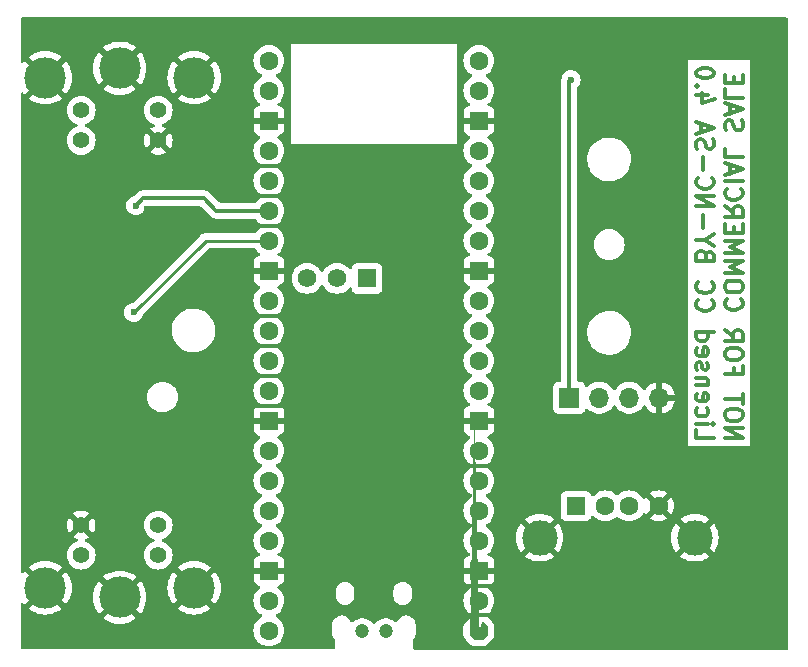
<source format=gbr>
%TF.GenerationSoftware,KiCad,Pcbnew,7.0.10-7.0.10~ubuntu22.04.1*%
%TF.CreationDate,2024-01-12T08:07:30-07:00*%
%TF.ProjectId,HIDHopper_ADB,48494448-6f70-4706-9572-5f4144422e6b,rev?*%
%TF.SameCoordinates,Original*%
%TF.FileFunction,Copper,L2,Bot*%
%TF.FilePolarity,Positive*%
%FSLAX46Y46*%
G04 Gerber Fmt 4.6, Leading zero omitted, Abs format (unit mm)*
G04 Created by KiCad (PCBNEW 7.0.10-7.0.10~ubuntu22.04.1) date 2024-01-12 08:07:30*
%MOMM*%
%LPD*%
G01*
G04 APERTURE LIST*
G04 Aperture macros list*
%AMRoundRect*
0 Rectangle with rounded corners*
0 $1 Rounding radius*
0 $2 $3 $4 $5 $6 $7 $8 $9 X,Y pos of 4 corners*
0 Add a 4 corners polygon primitive as box body*
4,1,4,$2,$3,$4,$5,$6,$7,$8,$9,$2,$3,0*
0 Add four circle primitives for the rounded corners*
1,1,$1+$1,$2,$3*
1,1,$1+$1,$4,$5*
1,1,$1+$1,$6,$7*
1,1,$1+$1,$8,$9*
0 Add four rect primitives between the rounded corners*
20,1,$1+$1,$2,$3,$4,$5,0*
20,1,$1+$1,$4,$5,$6,$7,0*
20,1,$1+$1,$6,$7,$8,$9,0*
20,1,$1+$1,$8,$9,$2,$3,0*%
%AMFreePoly0*
4,1,58,0.281242,0.792533,0.314585,0.788777,0.324216,0.782725,0.335306,0.780194,0.361541,0.759271,0.389950,0.741421,0.741421,0.389950,0.759271,0.361541,0.780194,0.335306,0.782725,0.324216,0.788777,0.314585,0.792533,0.281242,0.800000,0.248529,0.800000,-0.248529,0.792533,-0.281242,0.788777,-0.314585,0.782725,-0.324216,0.780194,-0.335306,0.759271,-0.361541,0.741421,-0.389950,
0.389950,-0.741421,0.361541,-0.759271,0.335306,-0.780194,0.324216,-0.782725,0.314585,-0.788777,0.281242,-0.792533,0.248529,-0.800000,0.000000,-0.800000,-0.248529,-0.800000,-0.281242,-0.792533,-0.314585,-0.788777,-0.324216,-0.782725,-0.335306,-0.780194,-0.361541,-0.759271,-0.389950,-0.741421,-0.741421,-0.389950,-0.759271,-0.361541,-0.780194,-0.335306,-0.782725,-0.324216,-0.788777,-0.314585,
-0.792533,-0.281242,-0.800000,-0.248529,-0.800000,0.248529,-0.792533,0.281242,-0.788777,0.314585,-0.782725,0.324216,-0.780194,0.335306,-0.759271,0.361541,-0.741421,0.389950,-0.389950,0.741421,-0.361541,0.759271,-0.335306,0.780194,-0.324216,0.782725,-0.314585,0.788777,-0.281242,0.792533,-0.248529,0.800000,0.248529,0.800000,0.281242,0.792533,0.281242,0.792533,$1*%
G04 Aperture macros list end*
%ADD10C,0.300000*%
%TA.AperFunction,NonConductor*%
%ADD11C,0.300000*%
%TD*%
%TA.AperFunction,ComponentPad*%
%ADD12C,1.410000*%
%TD*%
%TA.AperFunction,ComponentPad*%
%ADD13C,3.500000*%
%TD*%
%TA.AperFunction,ComponentPad*%
%ADD14FreePoly0,180.000000*%
%TD*%
%TA.AperFunction,ComponentPad*%
%ADD15C,1.600000*%
%TD*%
%TA.AperFunction,ComponentPad*%
%ADD16RoundRect,0.200000X0.600000X0.600000X-0.600000X0.600000X-0.600000X-0.600000X0.600000X-0.600000X0*%
%TD*%
%TA.AperFunction,ComponentPad*%
%ADD17R,1.574800X1.574800*%
%TD*%
%TA.AperFunction,ComponentPad*%
%ADD18C,1.574800*%
%TD*%
%TA.AperFunction,ComponentPad*%
%ADD19C,1.200000*%
%TD*%
%TA.AperFunction,ComponentPad*%
%ADD20R,1.600000X1.500000*%
%TD*%
%TA.AperFunction,ComponentPad*%
%ADD21C,3.000000*%
%TD*%
%TA.AperFunction,ComponentPad*%
%ADD22R,1.700000X1.700000*%
%TD*%
%TA.AperFunction,ComponentPad*%
%ADD23O,1.700000X1.700000*%
%TD*%
%TA.AperFunction,ViaPad*%
%ADD24C,0.600000*%
%TD*%
%TA.AperFunction,Conductor*%
%ADD25C,0.330000*%
%TD*%
%TA.AperFunction,Conductor*%
%ADD26C,0.250000*%
%TD*%
G04 APERTURE END LIST*
D10*
D11*
X193794171Y-99395489D02*
X195294171Y-99395489D01*
X195294171Y-99395489D02*
X193794171Y-98538346D01*
X193794171Y-98538346D02*
X195294171Y-98538346D01*
X195294171Y-97538345D02*
X195294171Y-97252631D01*
X195294171Y-97252631D02*
X195222742Y-97109774D01*
X195222742Y-97109774D02*
X195079885Y-96966917D01*
X195079885Y-96966917D02*
X194794171Y-96895488D01*
X194794171Y-96895488D02*
X194294171Y-96895488D01*
X194294171Y-96895488D02*
X194008457Y-96966917D01*
X194008457Y-96966917D02*
X193865600Y-97109774D01*
X193865600Y-97109774D02*
X193794171Y-97252631D01*
X193794171Y-97252631D02*
X193794171Y-97538345D01*
X193794171Y-97538345D02*
X193865600Y-97681203D01*
X193865600Y-97681203D02*
X194008457Y-97824060D01*
X194008457Y-97824060D02*
X194294171Y-97895488D01*
X194294171Y-97895488D02*
X194794171Y-97895488D01*
X194794171Y-97895488D02*
X195079885Y-97824060D01*
X195079885Y-97824060D02*
X195222742Y-97681203D01*
X195222742Y-97681203D02*
X195294171Y-97538345D01*
X195294171Y-96466916D02*
X195294171Y-95609774D01*
X193794171Y-96038345D02*
X195294171Y-96038345D01*
X194579885Y-93466917D02*
X194579885Y-93966917D01*
X193794171Y-93966917D02*
X195294171Y-93966917D01*
X195294171Y-93966917D02*
X195294171Y-93252631D01*
X195294171Y-92395488D02*
X195294171Y-92109774D01*
X195294171Y-92109774D02*
X195222742Y-91966917D01*
X195222742Y-91966917D02*
X195079885Y-91824060D01*
X195079885Y-91824060D02*
X194794171Y-91752631D01*
X194794171Y-91752631D02*
X194294171Y-91752631D01*
X194294171Y-91752631D02*
X194008457Y-91824060D01*
X194008457Y-91824060D02*
X193865600Y-91966917D01*
X193865600Y-91966917D02*
X193794171Y-92109774D01*
X193794171Y-92109774D02*
X193794171Y-92395488D01*
X193794171Y-92395488D02*
X193865600Y-92538346D01*
X193865600Y-92538346D02*
X194008457Y-92681203D01*
X194008457Y-92681203D02*
X194294171Y-92752631D01*
X194294171Y-92752631D02*
X194794171Y-92752631D01*
X194794171Y-92752631D02*
X195079885Y-92681203D01*
X195079885Y-92681203D02*
X195222742Y-92538346D01*
X195222742Y-92538346D02*
X195294171Y-92395488D01*
X193794171Y-90252631D02*
X194508457Y-90752631D01*
X193794171Y-91109774D02*
X195294171Y-91109774D01*
X195294171Y-91109774D02*
X195294171Y-90538345D01*
X195294171Y-90538345D02*
X195222742Y-90395488D01*
X195222742Y-90395488D02*
X195151314Y-90324059D01*
X195151314Y-90324059D02*
X195008457Y-90252631D01*
X195008457Y-90252631D02*
X194794171Y-90252631D01*
X194794171Y-90252631D02*
X194651314Y-90324059D01*
X194651314Y-90324059D02*
X194579885Y-90395488D01*
X194579885Y-90395488D02*
X194508457Y-90538345D01*
X194508457Y-90538345D02*
X194508457Y-91109774D01*
X193937028Y-87609774D02*
X193865600Y-87681202D01*
X193865600Y-87681202D02*
X193794171Y-87895488D01*
X193794171Y-87895488D02*
X193794171Y-88038345D01*
X193794171Y-88038345D02*
X193865600Y-88252631D01*
X193865600Y-88252631D02*
X194008457Y-88395488D01*
X194008457Y-88395488D02*
X194151314Y-88466917D01*
X194151314Y-88466917D02*
X194437028Y-88538345D01*
X194437028Y-88538345D02*
X194651314Y-88538345D01*
X194651314Y-88538345D02*
X194937028Y-88466917D01*
X194937028Y-88466917D02*
X195079885Y-88395488D01*
X195079885Y-88395488D02*
X195222742Y-88252631D01*
X195222742Y-88252631D02*
X195294171Y-88038345D01*
X195294171Y-88038345D02*
X195294171Y-87895488D01*
X195294171Y-87895488D02*
X195222742Y-87681202D01*
X195222742Y-87681202D02*
X195151314Y-87609774D01*
X195294171Y-86681202D02*
X195294171Y-86395488D01*
X195294171Y-86395488D02*
X195222742Y-86252631D01*
X195222742Y-86252631D02*
X195079885Y-86109774D01*
X195079885Y-86109774D02*
X194794171Y-86038345D01*
X194794171Y-86038345D02*
X194294171Y-86038345D01*
X194294171Y-86038345D02*
X194008457Y-86109774D01*
X194008457Y-86109774D02*
X193865600Y-86252631D01*
X193865600Y-86252631D02*
X193794171Y-86395488D01*
X193794171Y-86395488D02*
X193794171Y-86681202D01*
X193794171Y-86681202D02*
X193865600Y-86824060D01*
X193865600Y-86824060D02*
X194008457Y-86966917D01*
X194008457Y-86966917D02*
X194294171Y-87038345D01*
X194294171Y-87038345D02*
X194794171Y-87038345D01*
X194794171Y-87038345D02*
X195079885Y-86966917D01*
X195079885Y-86966917D02*
X195222742Y-86824060D01*
X195222742Y-86824060D02*
X195294171Y-86681202D01*
X193794171Y-85395488D02*
X195294171Y-85395488D01*
X195294171Y-85395488D02*
X194222742Y-84895488D01*
X194222742Y-84895488D02*
X195294171Y-84395488D01*
X195294171Y-84395488D02*
X193794171Y-84395488D01*
X193794171Y-83681202D02*
X195294171Y-83681202D01*
X195294171Y-83681202D02*
X194222742Y-83181202D01*
X194222742Y-83181202D02*
X195294171Y-82681202D01*
X195294171Y-82681202D02*
X193794171Y-82681202D01*
X194579885Y-81966916D02*
X194579885Y-81466916D01*
X193794171Y-81252630D02*
X193794171Y-81966916D01*
X193794171Y-81966916D02*
X195294171Y-81966916D01*
X195294171Y-81966916D02*
X195294171Y-81252630D01*
X193794171Y-79752630D02*
X194508457Y-80252630D01*
X193794171Y-80609773D02*
X195294171Y-80609773D01*
X195294171Y-80609773D02*
X195294171Y-80038344D01*
X195294171Y-80038344D02*
X195222742Y-79895487D01*
X195222742Y-79895487D02*
X195151314Y-79824058D01*
X195151314Y-79824058D02*
X195008457Y-79752630D01*
X195008457Y-79752630D02*
X194794171Y-79752630D01*
X194794171Y-79752630D02*
X194651314Y-79824058D01*
X194651314Y-79824058D02*
X194579885Y-79895487D01*
X194579885Y-79895487D02*
X194508457Y-80038344D01*
X194508457Y-80038344D02*
X194508457Y-80609773D01*
X193937028Y-78252630D02*
X193865600Y-78324058D01*
X193865600Y-78324058D02*
X193794171Y-78538344D01*
X193794171Y-78538344D02*
X193794171Y-78681201D01*
X193794171Y-78681201D02*
X193865600Y-78895487D01*
X193865600Y-78895487D02*
X194008457Y-79038344D01*
X194008457Y-79038344D02*
X194151314Y-79109773D01*
X194151314Y-79109773D02*
X194437028Y-79181201D01*
X194437028Y-79181201D02*
X194651314Y-79181201D01*
X194651314Y-79181201D02*
X194937028Y-79109773D01*
X194937028Y-79109773D02*
X195079885Y-79038344D01*
X195079885Y-79038344D02*
X195222742Y-78895487D01*
X195222742Y-78895487D02*
X195294171Y-78681201D01*
X195294171Y-78681201D02*
X195294171Y-78538344D01*
X195294171Y-78538344D02*
X195222742Y-78324058D01*
X195222742Y-78324058D02*
X195151314Y-78252630D01*
X193794171Y-77609773D02*
X195294171Y-77609773D01*
X194222742Y-76966915D02*
X194222742Y-76252630D01*
X193794171Y-77109772D02*
X195294171Y-76609772D01*
X195294171Y-76609772D02*
X193794171Y-76109772D01*
X193794171Y-74895487D02*
X193794171Y-75609773D01*
X193794171Y-75609773D02*
X195294171Y-75609773D01*
X193865600Y-73324058D02*
X193794171Y-73109773D01*
X193794171Y-73109773D02*
X193794171Y-72752630D01*
X193794171Y-72752630D02*
X193865600Y-72609773D01*
X193865600Y-72609773D02*
X193937028Y-72538344D01*
X193937028Y-72538344D02*
X194079885Y-72466915D01*
X194079885Y-72466915D02*
X194222742Y-72466915D01*
X194222742Y-72466915D02*
X194365600Y-72538344D01*
X194365600Y-72538344D02*
X194437028Y-72609773D01*
X194437028Y-72609773D02*
X194508457Y-72752630D01*
X194508457Y-72752630D02*
X194579885Y-73038344D01*
X194579885Y-73038344D02*
X194651314Y-73181201D01*
X194651314Y-73181201D02*
X194722742Y-73252630D01*
X194722742Y-73252630D02*
X194865600Y-73324058D01*
X194865600Y-73324058D02*
X195008457Y-73324058D01*
X195008457Y-73324058D02*
X195151314Y-73252630D01*
X195151314Y-73252630D02*
X195222742Y-73181201D01*
X195222742Y-73181201D02*
X195294171Y-73038344D01*
X195294171Y-73038344D02*
X195294171Y-72681201D01*
X195294171Y-72681201D02*
X195222742Y-72466915D01*
X194222742Y-71895487D02*
X194222742Y-71181202D01*
X193794171Y-72038344D02*
X195294171Y-71538344D01*
X195294171Y-71538344D02*
X193794171Y-71038344D01*
X193794171Y-69824059D02*
X193794171Y-70538345D01*
X193794171Y-70538345D02*
X195294171Y-70538345D01*
X194579885Y-69324059D02*
X194579885Y-68824059D01*
X193794171Y-68609773D02*
X193794171Y-69324059D01*
X193794171Y-69324059D02*
X195294171Y-69324059D01*
X195294171Y-69324059D02*
X195294171Y-68609773D01*
X191379171Y-98681203D02*
X191379171Y-99395489D01*
X191379171Y-99395489D02*
X192879171Y-99395489D01*
X191379171Y-98181203D02*
X192379171Y-98181203D01*
X192879171Y-98181203D02*
X192807742Y-98252631D01*
X192807742Y-98252631D02*
X192736314Y-98181203D01*
X192736314Y-98181203D02*
X192807742Y-98109774D01*
X192807742Y-98109774D02*
X192879171Y-98181203D01*
X192879171Y-98181203D02*
X192736314Y-98181203D01*
X191450600Y-96824060D02*
X191379171Y-96966917D01*
X191379171Y-96966917D02*
X191379171Y-97252631D01*
X191379171Y-97252631D02*
X191450600Y-97395488D01*
X191450600Y-97395488D02*
X191522028Y-97466917D01*
X191522028Y-97466917D02*
X191664885Y-97538345D01*
X191664885Y-97538345D02*
X192093457Y-97538345D01*
X192093457Y-97538345D02*
X192236314Y-97466917D01*
X192236314Y-97466917D02*
X192307742Y-97395488D01*
X192307742Y-97395488D02*
X192379171Y-97252631D01*
X192379171Y-97252631D02*
X192379171Y-96966917D01*
X192379171Y-96966917D02*
X192307742Y-96824060D01*
X191450600Y-95609774D02*
X191379171Y-95752631D01*
X191379171Y-95752631D02*
X191379171Y-96038346D01*
X191379171Y-96038346D02*
X191450600Y-96181203D01*
X191450600Y-96181203D02*
X191593457Y-96252631D01*
X191593457Y-96252631D02*
X192164885Y-96252631D01*
X192164885Y-96252631D02*
X192307742Y-96181203D01*
X192307742Y-96181203D02*
X192379171Y-96038346D01*
X192379171Y-96038346D02*
X192379171Y-95752631D01*
X192379171Y-95752631D02*
X192307742Y-95609774D01*
X192307742Y-95609774D02*
X192164885Y-95538346D01*
X192164885Y-95538346D02*
X192022028Y-95538346D01*
X192022028Y-95538346D02*
X191879171Y-96252631D01*
X192379171Y-94895489D02*
X191379171Y-94895489D01*
X192236314Y-94895489D02*
X192307742Y-94824060D01*
X192307742Y-94824060D02*
X192379171Y-94681203D01*
X192379171Y-94681203D02*
X192379171Y-94466917D01*
X192379171Y-94466917D02*
X192307742Y-94324060D01*
X192307742Y-94324060D02*
X192164885Y-94252632D01*
X192164885Y-94252632D02*
X191379171Y-94252632D01*
X191450600Y-93609774D02*
X191379171Y-93466917D01*
X191379171Y-93466917D02*
X191379171Y-93181203D01*
X191379171Y-93181203D02*
X191450600Y-93038346D01*
X191450600Y-93038346D02*
X191593457Y-92966917D01*
X191593457Y-92966917D02*
X191664885Y-92966917D01*
X191664885Y-92966917D02*
X191807742Y-93038346D01*
X191807742Y-93038346D02*
X191879171Y-93181203D01*
X191879171Y-93181203D02*
X191879171Y-93395489D01*
X191879171Y-93395489D02*
X191950600Y-93538346D01*
X191950600Y-93538346D02*
X192093457Y-93609774D01*
X192093457Y-93609774D02*
X192164885Y-93609774D01*
X192164885Y-93609774D02*
X192307742Y-93538346D01*
X192307742Y-93538346D02*
X192379171Y-93395489D01*
X192379171Y-93395489D02*
X192379171Y-93181203D01*
X192379171Y-93181203D02*
X192307742Y-93038346D01*
X191450600Y-91752631D02*
X191379171Y-91895488D01*
X191379171Y-91895488D02*
X191379171Y-92181203D01*
X191379171Y-92181203D02*
X191450600Y-92324060D01*
X191450600Y-92324060D02*
X191593457Y-92395488D01*
X191593457Y-92395488D02*
X192164885Y-92395488D01*
X192164885Y-92395488D02*
X192307742Y-92324060D01*
X192307742Y-92324060D02*
X192379171Y-92181203D01*
X192379171Y-92181203D02*
X192379171Y-91895488D01*
X192379171Y-91895488D02*
X192307742Y-91752631D01*
X192307742Y-91752631D02*
X192164885Y-91681203D01*
X192164885Y-91681203D02*
X192022028Y-91681203D01*
X192022028Y-91681203D02*
X191879171Y-92395488D01*
X191379171Y-90395489D02*
X192879171Y-90395489D01*
X191450600Y-90395489D02*
X191379171Y-90538346D01*
X191379171Y-90538346D02*
X191379171Y-90824060D01*
X191379171Y-90824060D02*
X191450600Y-90966917D01*
X191450600Y-90966917D02*
X191522028Y-91038346D01*
X191522028Y-91038346D02*
X191664885Y-91109774D01*
X191664885Y-91109774D02*
X192093457Y-91109774D01*
X192093457Y-91109774D02*
X192236314Y-91038346D01*
X192236314Y-91038346D02*
X192307742Y-90966917D01*
X192307742Y-90966917D02*
X192379171Y-90824060D01*
X192379171Y-90824060D02*
X192379171Y-90538346D01*
X192379171Y-90538346D02*
X192307742Y-90395489D01*
X191522028Y-87681203D02*
X191450600Y-87752631D01*
X191450600Y-87752631D02*
X191379171Y-87966917D01*
X191379171Y-87966917D02*
X191379171Y-88109774D01*
X191379171Y-88109774D02*
X191450600Y-88324060D01*
X191450600Y-88324060D02*
X191593457Y-88466917D01*
X191593457Y-88466917D02*
X191736314Y-88538346D01*
X191736314Y-88538346D02*
X192022028Y-88609774D01*
X192022028Y-88609774D02*
X192236314Y-88609774D01*
X192236314Y-88609774D02*
X192522028Y-88538346D01*
X192522028Y-88538346D02*
X192664885Y-88466917D01*
X192664885Y-88466917D02*
X192807742Y-88324060D01*
X192807742Y-88324060D02*
X192879171Y-88109774D01*
X192879171Y-88109774D02*
X192879171Y-87966917D01*
X192879171Y-87966917D02*
X192807742Y-87752631D01*
X192807742Y-87752631D02*
X192736314Y-87681203D01*
X191522028Y-86181203D02*
X191450600Y-86252631D01*
X191450600Y-86252631D02*
X191379171Y-86466917D01*
X191379171Y-86466917D02*
X191379171Y-86609774D01*
X191379171Y-86609774D02*
X191450600Y-86824060D01*
X191450600Y-86824060D02*
X191593457Y-86966917D01*
X191593457Y-86966917D02*
X191736314Y-87038346D01*
X191736314Y-87038346D02*
X192022028Y-87109774D01*
X192022028Y-87109774D02*
X192236314Y-87109774D01*
X192236314Y-87109774D02*
X192522028Y-87038346D01*
X192522028Y-87038346D02*
X192664885Y-86966917D01*
X192664885Y-86966917D02*
X192807742Y-86824060D01*
X192807742Y-86824060D02*
X192879171Y-86609774D01*
X192879171Y-86609774D02*
X192879171Y-86466917D01*
X192879171Y-86466917D02*
X192807742Y-86252631D01*
X192807742Y-86252631D02*
X192736314Y-86181203D01*
X192164885Y-83895489D02*
X192093457Y-83681203D01*
X192093457Y-83681203D02*
X192022028Y-83609774D01*
X192022028Y-83609774D02*
X191879171Y-83538346D01*
X191879171Y-83538346D02*
X191664885Y-83538346D01*
X191664885Y-83538346D02*
X191522028Y-83609774D01*
X191522028Y-83609774D02*
X191450600Y-83681203D01*
X191450600Y-83681203D02*
X191379171Y-83824060D01*
X191379171Y-83824060D02*
X191379171Y-84395489D01*
X191379171Y-84395489D02*
X192879171Y-84395489D01*
X192879171Y-84395489D02*
X192879171Y-83895489D01*
X192879171Y-83895489D02*
X192807742Y-83752632D01*
X192807742Y-83752632D02*
X192736314Y-83681203D01*
X192736314Y-83681203D02*
X192593457Y-83609774D01*
X192593457Y-83609774D02*
X192450600Y-83609774D01*
X192450600Y-83609774D02*
X192307742Y-83681203D01*
X192307742Y-83681203D02*
X192236314Y-83752632D01*
X192236314Y-83752632D02*
X192164885Y-83895489D01*
X192164885Y-83895489D02*
X192164885Y-84395489D01*
X192093457Y-82609774D02*
X191379171Y-82609774D01*
X192879171Y-83109774D02*
X192093457Y-82609774D01*
X192093457Y-82609774D02*
X192879171Y-82109774D01*
X191950600Y-81609775D02*
X191950600Y-80466918D01*
X191379171Y-79752632D02*
X192879171Y-79752632D01*
X192879171Y-79752632D02*
X191379171Y-78895489D01*
X191379171Y-78895489D02*
X192879171Y-78895489D01*
X191522028Y-77324060D02*
X191450600Y-77395488D01*
X191450600Y-77395488D02*
X191379171Y-77609774D01*
X191379171Y-77609774D02*
X191379171Y-77752631D01*
X191379171Y-77752631D02*
X191450600Y-77966917D01*
X191450600Y-77966917D02*
X191593457Y-78109774D01*
X191593457Y-78109774D02*
X191736314Y-78181203D01*
X191736314Y-78181203D02*
X192022028Y-78252631D01*
X192022028Y-78252631D02*
X192236314Y-78252631D01*
X192236314Y-78252631D02*
X192522028Y-78181203D01*
X192522028Y-78181203D02*
X192664885Y-78109774D01*
X192664885Y-78109774D02*
X192807742Y-77966917D01*
X192807742Y-77966917D02*
X192879171Y-77752631D01*
X192879171Y-77752631D02*
X192879171Y-77609774D01*
X192879171Y-77609774D02*
X192807742Y-77395488D01*
X192807742Y-77395488D02*
X192736314Y-77324060D01*
X191950600Y-76681203D02*
X191950600Y-75538346D01*
X191450600Y-74895488D02*
X191379171Y-74681203D01*
X191379171Y-74681203D02*
X191379171Y-74324060D01*
X191379171Y-74324060D02*
X191450600Y-74181203D01*
X191450600Y-74181203D02*
X191522028Y-74109774D01*
X191522028Y-74109774D02*
X191664885Y-74038345D01*
X191664885Y-74038345D02*
X191807742Y-74038345D01*
X191807742Y-74038345D02*
X191950600Y-74109774D01*
X191950600Y-74109774D02*
X192022028Y-74181203D01*
X192022028Y-74181203D02*
X192093457Y-74324060D01*
X192093457Y-74324060D02*
X192164885Y-74609774D01*
X192164885Y-74609774D02*
X192236314Y-74752631D01*
X192236314Y-74752631D02*
X192307742Y-74824060D01*
X192307742Y-74824060D02*
X192450600Y-74895488D01*
X192450600Y-74895488D02*
X192593457Y-74895488D01*
X192593457Y-74895488D02*
X192736314Y-74824060D01*
X192736314Y-74824060D02*
X192807742Y-74752631D01*
X192807742Y-74752631D02*
X192879171Y-74609774D01*
X192879171Y-74609774D02*
X192879171Y-74252631D01*
X192879171Y-74252631D02*
X192807742Y-74038345D01*
X191807742Y-73466917D02*
X191807742Y-72752632D01*
X191379171Y-73609774D02*
X192879171Y-73109774D01*
X192879171Y-73109774D02*
X191379171Y-72609774D01*
X192379171Y-70324061D02*
X191379171Y-70324061D01*
X192950600Y-70681203D02*
X191879171Y-71038346D01*
X191879171Y-71038346D02*
X191879171Y-70109775D01*
X191522028Y-69538347D02*
X191450600Y-69466918D01*
X191450600Y-69466918D02*
X191379171Y-69538347D01*
X191379171Y-69538347D02*
X191450600Y-69609775D01*
X191450600Y-69609775D02*
X191522028Y-69538347D01*
X191522028Y-69538347D02*
X191379171Y-69538347D01*
X192879171Y-68538346D02*
X192879171Y-68395489D01*
X192879171Y-68395489D02*
X192807742Y-68252632D01*
X192807742Y-68252632D02*
X192736314Y-68181204D01*
X192736314Y-68181204D02*
X192593457Y-68109775D01*
X192593457Y-68109775D02*
X192307742Y-68038346D01*
X192307742Y-68038346D02*
X191950600Y-68038346D01*
X191950600Y-68038346D02*
X191664885Y-68109775D01*
X191664885Y-68109775D02*
X191522028Y-68181204D01*
X191522028Y-68181204D02*
X191450600Y-68252632D01*
X191450600Y-68252632D02*
X191379171Y-68395489D01*
X191379171Y-68395489D02*
X191379171Y-68538346D01*
X191379171Y-68538346D02*
X191450600Y-68681204D01*
X191450600Y-68681204D02*
X191522028Y-68752632D01*
X191522028Y-68752632D02*
X191664885Y-68824061D01*
X191664885Y-68824061D02*
X191950600Y-68895489D01*
X191950600Y-68895489D02*
X192307742Y-68895489D01*
X192307742Y-68895489D02*
X192593457Y-68824061D01*
X192593457Y-68824061D02*
X192736314Y-68752632D01*
X192736314Y-68752632D02*
X192807742Y-68681204D01*
X192807742Y-68681204D02*
X192879171Y-68538346D01*
D12*
%TO.P,J3,1*%
%TO.N,#ADB_TURN_ON*%
X139300000Y-109280000D03*
%TO.P,J3,2*%
%TO.N,ADB_RAW*%
X145820000Y-109280000D03*
%TO.P,J3,3*%
%TO.N,GND*%
X139300000Y-106740000D03*
%TO.P,J3,4*%
%TO.N,5V_ADB_PWR*%
X145820000Y-106740000D03*
D13*
%TO.P,J3,9*%
%TO.N,GND*%
X136260000Y-112050000D03*
X142560000Y-112850000D03*
X148860000Y-112050000D03*
%TD*%
D12*
%TO.P,J6,1*%
%TO.N,#ADB_TURN_ON*%
X145820000Y-71620000D03*
%TO.P,J6,2*%
%TO.N,ADB_RAW*%
X139300000Y-71620000D03*
%TO.P,J6,3*%
%TO.N,GND*%
X145820000Y-74160000D03*
%TO.P,J6,4*%
%TO.N,5V_ADB_PWR*%
X139300000Y-74160000D03*
D13*
%TO.P,J6,9*%
%TO.N,GND*%
X148860000Y-68850000D03*
X142560000Y-68050000D03*
X136260000Y-68850000D03*
%TD*%
D14*
%TO.P,RP1,1,G0*%
%TO.N,unconnected-(RP1-G0-Pad1)*%
X172970000Y-115670000D03*
D15*
%TO.P,RP1,2,G1*%
%TO.N,unconnected-(RP1-G1-Pad2)*%
X172970000Y-113130000D03*
D16*
%TO.P,RP1,3,GND*%
%TO.N,GND*%
X172970000Y-110590000D03*
D15*
%TO.P,RP1,4,G2*%
%TO.N,unconnected-(RP1-G2-Pad4)*%
X172970000Y-108050000D03*
%TO.P,RP1,5,G3*%
%TO.N,unconnected-(RP1-G3-Pad5)*%
X172970000Y-105510000D03*
%TO.P,RP1,6,G4*%
%TO.N,unconnected-(RP1-G4-Pad6)*%
X172970000Y-102970000D03*
%TO.P,RP1,7,G5*%
%TO.N,unconnected-(RP1-G5-Pad7)*%
X172970000Y-100430000D03*
D16*
%TO.P,RP1,8,GND*%
%TO.N,GND*%
X172970000Y-97890000D03*
D15*
%TO.P,RP1,9,G6*%
%TO.N,unconnected-(RP1-G6-Pad9)*%
X172970000Y-95350000D03*
%TO.P,RP1,10,G7*%
%TO.N,unconnected-(RP1-G7-Pad10)*%
X172970000Y-92810000D03*
%TO.P,RP1,11,G8*%
%TO.N,unconnected-(RP1-G8-Pad11)*%
X172970000Y-90270000D03*
%TO.P,RP1,12,G9*%
%TO.N,unconnected-(RP1-G9-Pad12)*%
X172970000Y-87730000D03*
D16*
%TO.P,RP1,13,GND*%
%TO.N,GND*%
X172970000Y-85190000D03*
D15*
%TO.P,RP1,14,G10*%
%TO.N,unconnected-(RP1-G10-Pad14)*%
X172970000Y-82650000D03*
%TO.P,RP1,15,G11*%
%TO.N,unconnected-(RP1-G11-Pad15)*%
X172970000Y-80110000D03*
%TO.P,RP1,16,G12*%
%TO.N,unconnected-(RP1-G12-Pad16)*%
X172970000Y-77570000D03*
%TO.P,RP1,17,G13*%
%TO.N,unconnected-(RP1-G13-Pad17)*%
X172970000Y-75030000D03*
D16*
%TO.P,RP1,18,GND*%
%TO.N,GND*%
X172970000Y-72490000D03*
D15*
%TO.P,RP1,19,G14*%
%TO.N,unconnected-(RP1-G14-Pad19)*%
X172970000Y-69950000D03*
%TO.P,RP1,20,G15*%
%TO.N,LED_OUT*%
X172970000Y-67410000D03*
%TO.P,RP1,21,G16*%
%TO.N,unconnected-(RP1-G16-Pad21)*%
X155190000Y-67410000D03*
%TO.P,RP1,22,G17*%
%TO.N,unconnected-(RP1-G17-Pad22)*%
X155190000Y-69950000D03*
D16*
%TO.P,RP1,23,GND*%
%TO.N,GND*%
X155190000Y-72490000D03*
D15*
%TO.P,RP1,24,G18*%
%TO.N,unconnected-(RP1-G18-Pad24)*%
X155190000Y-75030000D03*
%TO.P,RP1,25,G19*%
%TO.N,ADB_OUT*%
X155190000Y-77570000D03*
%TO.P,RP1,26,G20*%
%TO.N,ADB_IN*%
X155190000Y-80110000D03*
%TO.P,RP1,27,G21*%
%TO.N,ADB_PWR_ON*%
X155190000Y-82650000D03*
D16*
%TO.P,RP1,28,GND*%
%TO.N,GND*%
X155190000Y-85190000D03*
D15*
%TO.P,RP1,29,G22*%
%TO.N,unconnected-(RP1-G22-Pad29)*%
X155190000Y-87730000D03*
%TO.P,RP1,30,RUN*%
%TO.N,unconnected-(RP1-RUN-Pad30)*%
X155190000Y-90270000D03*
%TO.P,RP1,31,G26*%
%TO.N,unconnected-(RP1-G26-Pad31)*%
X155190000Y-92810000D03*
%TO.P,RP1,32,G27*%
%TO.N,unconnected-(RP1-G27-Pad32)*%
X155190000Y-95350000D03*
D16*
%TO.P,RP1,33,A_GND*%
%TO.N,GND*%
X155190000Y-97890000D03*
D15*
%TO.P,RP1,34,G28*%
%TO.N,unconnected-(RP1-G28-Pad34)*%
X155190000Y-100430000D03*
%TO.P,RP1,35,ADC_VREF*%
%TO.N,unconnected-(RP1-ADC_VREF-Pad35)*%
X155190000Y-102970000D03*
%TO.P,RP1,36,3v3*%
%TO.N,+3.3V*%
X155190000Y-105510000D03*
%TO.P,RP1,37,3v3_EN*%
%TO.N,unconnected-(RP1-3v3_EN-Pad37)*%
X155190000Y-108050000D03*
D16*
%TO.P,RP1,38,GND*%
%TO.N,GND*%
X155190000Y-110590000D03*
D15*
%TO.P,RP1,39,VSYS*%
%TO.N,unconnected-(RP1-VSYS-Pad39)*%
X155190000Y-113130000D03*
%TO.P,RP1,40,VBUS_5V*%
%TO.N,VBUS*%
X155190000Y-115670000D03*
D17*
%TO.P,RP1,41*%
%TO.N,N/C*%
X163495800Y-85840000D03*
D18*
%TO.P,RP1,42*%
X160955800Y-85840000D03*
%TO.P,RP1,43*%
X158415800Y-85840000D03*
D19*
%TO.P,RP1,52,USB_DM*%
%TO.N,USB-*%
X163090000Y-115730000D03*
%TO.P,RP1,53,UDB_DP*%
%TO.N,USB+*%
X165090000Y-115730000D03*
%TD*%
D20*
%TO.P,J10,1,VBUS*%
%TO.N,VBUS*%
X181190000Y-105100000D03*
D15*
%TO.P,J10,2,D-*%
%TO.N,USB-*%
X183690000Y-105100000D03*
%TO.P,J10,3,D+*%
%TO.N,USB+*%
X185690000Y-105100000D03*
%TO.P,J10,4,GND*%
%TO.N,GND*%
X188190000Y-105100000D03*
D21*
%TO.P,J10,5,Shield*%
X178120000Y-107810000D03*
X191260000Y-107810000D03*
%TD*%
D22*
%TO.P,J1,1,Pin_1*%
%TO.N,VBUS*%
X180630000Y-95950000D03*
D23*
%TO.P,J1,2,Pin_2*%
%TO.N,USB-_EF*%
X183170000Y-95950000D03*
%TO.P,J1,3,Pin_3*%
%TO.N,USB+_EF*%
X185710000Y-95950000D03*
%TO.P,J1,4,Pin_4*%
%TO.N,GND*%
X188250000Y-95950000D03*
%TD*%
D24*
%TO.N,GND*%
X148450000Y-85720000D03*
X144850000Y-79992500D03*
X140490000Y-87340000D03*
X184650000Y-97580000D03*
X158150000Y-103130000D03*
X141200000Y-97820000D03*
X168520000Y-116250000D03*
X143530000Y-82070000D03*
X139590000Y-84080000D03*
X171230000Y-104210000D03*
X158180000Y-100500000D03*
X178960000Y-98250000D03*
X192680000Y-65320000D03*
X148430000Y-82420000D03*
X141000000Y-80530000D03*
X177100000Y-95860000D03*
X159640000Y-116440000D03*
X144510000Y-105050000D03*
X138990000Y-93200000D03*
%TO.N,VBUS*%
X180770000Y-69020000D03*
%TO.N,ADB_IN*%
X143915000Y-79687500D03*
%TO.N,ADB_PWR_ON*%
X143750000Y-88730000D03*
%TD*%
D25*
%TO.N,GND*%
X158090000Y-89060000D02*
X158090000Y-88150000D01*
X156920000Y-76320000D02*
X156920000Y-75850000D01*
X156640000Y-85190000D02*
X157110000Y-84720000D01*
X153140000Y-97890000D02*
X152300000Y-97050000D01*
X153900000Y-94100000D02*
X153850000Y-94150000D01*
X156920000Y-81380000D02*
X156920000Y-78830000D01*
X158090000Y-94100000D02*
X153900000Y-94100000D01*
X175020000Y-110590000D02*
X175040000Y-110570000D01*
X158090000Y-94100000D02*
X158090000Y-91540000D01*
X152300000Y-97050000D02*
X152740000Y-96610000D01*
X175980000Y-98800000D02*
X175980000Y-101150000D01*
X172970000Y-97890000D02*
X175110000Y-97890000D01*
X154110000Y-81380000D02*
X154100000Y-81390000D01*
X172970000Y-110590000D02*
X175020000Y-110590000D01*
X156920000Y-84530000D02*
X156920000Y-81380000D01*
X175780000Y-114340000D02*
X175780000Y-115530000D01*
X153620000Y-88990000D02*
X153500000Y-88870000D01*
X155190000Y-85190000D02*
X156640000Y-85190000D01*
X158090000Y-96290000D02*
X158090000Y-94100000D01*
X156920000Y-78830000D02*
X156920000Y-76320000D01*
X156720000Y-97290000D02*
X156905000Y-97475000D01*
X175780000Y-111890000D02*
X175780000Y-114340000D01*
X156920000Y-81380000D02*
X154110000Y-81380000D01*
X153840000Y-91540000D02*
X153810000Y-91510000D01*
X171800000Y-114340000D02*
X171770000Y-114370000D01*
X171590000Y-101710000D02*
X171580000Y-101720000D01*
X175780000Y-114340000D02*
X171800000Y-114340000D01*
X158090000Y-91540000D02*
X153840000Y-91540000D01*
X175420000Y-101710000D02*
X175280000Y-101710000D01*
X156610000Y-96610000D02*
X156720000Y-96720000D01*
X158020000Y-88990000D02*
X153620000Y-88990000D01*
X155190000Y-97890000D02*
X153140000Y-97890000D01*
X175780000Y-111310000D02*
X175780000Y-111890000D01*
X171420000Y-111890000D02*
X171360000Y-111950000D01*
X175280000Y-101710000D02*
X171590000Y-101710000D01*
X156720000Y-96720000D02*
X156720000Y-97290000D01*
X175040000Y-110570000D02*
X175780000Y-111310000D01*
X158090000Y-88150000D02*
X157590000Y-87650000D01*
X175780000Y-111890000D02*
X171420000Y-111890000D01*
X175110000Y-97890000D02*
X176000000Y-98780000D01*
X175980000Y-101150000D02*
X175420000Y-101710000D01*
X157110000Y-84720000D02*
X156920000Y-84530000D01*
X158090000Y-89060000D02*
X158020000Y-88990000D01*
X156920000Y-78830000D02*
X153940000Y-78830000D01*
X153890000Y-76320000D02*
X153870000Y-76300000D01*
X176000000Y-98780000D02*
X175980000Y-98800000D01*
X156905000Y-97475000D02*
X158090000Y-96290000D01*
X153940000Y-78830000D02*
X153910000Y-78800000D01*
X152740000Y-96610000D02*
X156610000Y-96610000D01*
X158090000Y-91540000D02*
X158090000Y-89060000D01*
X156920000Y-76320000D02*
X153890000Y-76320000D01*
%TO.N,VBUS*%
X180630000Y-95950000D02*
X180630000Y-69160000D01*
X180630000Y-69160000D02*
X180770000Y-69020000D01*
%TO.N,ADB_IN*%
X150750000Y-80110000D02*
X155190000Y-80110000D01*
X144532500Y-79070000D02*
X149710000Y-79070000D01*
X149710000Y-79070000D02*
X150750000Y-80110000D01*
X143915000Y-79687500D02*
X144532500Y-79070000D01*
D26*
%TO.N,ADB_PWR_ON*%
X149830000Y-82650000D02*
X143750000Y-88730000D01*
X155190000Y-82650000D02*
X149830000Y-82650000D01*
%TD*%
%TA.AperFunction,Conductor*%
%TO.N,GND*%
G36*
X199072539Y-63770185D02*
G01*
X199118294Y-63822989D01*
X199129500Y-63874500D01*
X199129500Y-117155500D01*
X199109815Y-117222539D01*
X199057011Y-117268294D01*
X199005500Y-117279500D01*
X167514500Y-117279500D01*
X167447461Y-117259815D01*
X167401706Y-117207011D01*
X167390500Y-117155500D01*
X167390500Y-116487940D01*
X167410185Y-116420901D01*
X167426819Y-116400259D01*
X167427874Y-116399204D01*
X167434816Y-116392262D01*
X167530789Y-116239522D01*
X167590368Y-116069255D01*
X167593239Y-116043779D01*
X167597934Y-116002104D01*
X167605500Y-115934954D01*
X167605500Y-115470628D01*
X171653084Y-115470628D01*
X171654439Y-115727515D01*
X171655648Y-115953082D01*
X171655648Y-115953085D01*
X171659501Y-115987277D01*
X171659501Y-115987278D01*
X171665867Y-116043781D01*
X171665871Y-116043805D01*
X171682005Y-116126006D01*
X171709553Y-116201709D01*
X171709555Y-116201714D01*
X171730342Y-116239522D01*
X171741395Y-116259625D01*
X171741397Y-116259628D01*
X171783524Y-116327843D01*
X171783526Y-116327845D01*
X171840437Y-116399210D01*
X171897849Y-116460245D01*
X172240790Y-116799563D01*
X172312155Y-116856474D01*
X172312164Y-116856480D01*
X172381678Y-116903184D01*
X172381679Y-116903185D01*
X172381682Y-116903186D01*
X172381683Y-116903187D01*
X172454712Y-116937250D01*
X172518159Y-116955678D01*
X172596207Y-116974131D01*
X172596214Y-116974131D01*
X172596220Y-116974133D01*
X172652722Y-116980499D01*
X172652723Y-116980499D01*
X172665796Y-116981972D01*
X172686899Y-116984350D01*
X172686905Y-116984350D01*
X172686919Y-116984352D01*
X172770617Y-116986915D01*
X172770626Y-116986914D01*
X172770628Y-116986915D01*
X172936848Y-116986038D01*
X173027520Y-116985561D01*
X173253081Y-116984352D01*
X173287277Y-116980499D01*
X173287278Y-116980499D01*
X173300975Y-116978955D01*
X173343793Y-116974131D01*
X173426004Y-116957995D01*
X173501714Y-116930445D01*
X173559623Y-116898606D01*
X173627845Y-116856474D01*
X173699210Y-116799563D01*
X173760245Y-116742151D01*
X174099563Y-116399210D01*
X174156474Y-116327845D01*
X174203187Y-116258317D01*
X174237250Y-116185288D01*
X174255678Y-116121841D01*
X174274131Y-116043793D01*
X174274132Y-116043783D01*
X174274133Y-116043779D01*
X174280499Y-115987278D01*
X174280499Y-115987275D01*
X174284350Y-115953100D01*
X174284351Y-115953086D01*
X174284352Y-115953081D01*
X174286915Y-115869383D01*
X174285561Y-115612479D01*
X174284352Y-115386919D01*
X174280499Y-115352723D01*
X174274131Y-115296207D01*
X174257995Y-115213996D01*
X174230445Y-115138286D01*
X174198606Y-115080377D01*
X174156474Y-115012155D01*
X174099563Y-114940790D01*
X174042151Y-114879755D01*
X173699210Y-114540437D01*
X173627845Y-114483526D01*
X173627840Y-114483523D01*
X173627837Y-114483520D01*
X173619480Y-114477906D01*
X173574810Y-114424182D01*
X173566277Y-114354835D01*
X173596590Y-114291884D01*
X173622517Y-114270919D01*
X173622314Y-114270628D01*
X173626521Y-114267681D01*
X173626645Y-114267582D01*
X173626734Y-114267529D01*
X173626749Y-114267523D01*
X173814300Y-114136198D01*
X173976198Y-113974300D01*
X174107523Y-113786749D01*
X174204284Y-113579243D01*
X174263543Y-113358087D01*
X174283498Y-113130000D01*
X174283270Y-113127398D01*
X174273740Y-113018470D01*
X174263543Y-112901913D01*
X174204284Y-112680757D01*
X174187484Y-112644730D01*
X174165736Y-112598091D01*
X174107523Y-112473251D01*
X173976198Y-112285700D01*
X173814300Y-112123802D01*
X173747649Y-112077132D01*
X173704024Y-112022555D01*
X173696832Y-111953057D01*
X173728355Y-111890702D01*
X173781883Y-111857172D01*
X173859399Y-111833017D01*
X174004877Y-111745072D01*
X174125072Y-111624877D01*
X174213019Y-111479395D01*
X174263590Y-111317106D01*
X174270000Y-111246572D01*
X174270000Y-110840000D01*
X173403686Y-110840000D01*
X173429493Y-110799844D01*
X173470000Y-110661889D01*
X173470000Y-110518111D01*
X173429493Y-110380156D01*
X173403686Y-110340000D01*
X174269999Y-110340000D01*
X174269999Y-109933417D01*
X174263591Y-109862897D01*
X174263590Y-109862892D01*
X174213018Y-109700603D01*
X174125072Y-109555122D01*
X174004877Y-109434927D01*
X173859396Y-109346981D01*
X173781881Y-109322826D01*
X173723734Y-109284088D01*
X173695760Y-109220063D01*
X173706842Y-109151078D01*
X173747645Y-109102870D01*
X173814300Y-109056198D01*
X173976198Y-108894300D01*
X174107523Y-108706749D01*
X174204284Y-108499243D01*
X174263543Y-108278087D01*
X174283498Y-108050000D01*
X174281797Y-108030563D01*
X174270636Y-107902990D01*
X174263543Y-107821913D01*
X174260351Y-107810001D01*
X176114891Y-107810001D01*
X176135300Y-108095362D01*
X176196109Y-108374895D01*
X176296091Y-108642958D01*
X176433191Y-108894038D01*
X176433196Y-108894046D01*
X176539882Y-109036561D01*
X176539883Y-109036562D01*
X177149438Y-108427006D01*
X177198348Y-108505999D01*
X177341931Y-108663501D01*
X177500388Y-108783163D01*
X176893436Y-109390115D01*
X177035960Y-109496807D01*
X177035961Y-109496808D01*
X177287042Y-109633908D01*
X177287041Y-109633908D01*
X177555104Y-109733890D01*
X177834637Y-109794699D01*
X178119999Y-109815109D01*
X178120001Y-109815109D01*
X178405362Y-109794699D01*
X178684895Y-109733890D01*
X178952958Y-109633908D01*
X179204047Y-109496803D01*
X179346561Y-109390116D01*
X179346562Y-109390115D01*
X178739611Y-108783163D01*
X178898069Y-108663501D01*
X179041652Y-108505999D01*
X179090560Y-108427007D01*
X179700115Y-109036562D01*
X179700116Y-109036561D01*
X179806803Y-108894047D01*
X179943908Y-108642958D01*
X180043890Y-108374895D01*
X180104699Y-108095362D01*
X180125109Y-107810001D01*
X189254891Y-107810001D01*
X189275300Y-108095362D01*
X189336109Y-108374895D01*
X189436091Y-108642958D01*
X189573191Y-108894038D01*
X189573196Y-108894046D01*
X189679882Y-109036561D01*
X189679883Y-109036562D01*
X190289438Y-108427006D01*
X190338348Y-108505999D01*
X190481931Y-108663501D01*
X190640388Y-108783163D01*
X190033436Y-109390115D01*
X190175960Y-109496807D01*
X190175961Y-109496808D01*
X190427042Y-109633908D01*
X190427041Y-109633908D01*
X190695104Y-109733890D01*
X190974637Y-109794699D01*
X191259999Y-109815109D01*
X191260001Y-109815109D01*
X191545362Y-109794699D01*
X191824895Y-109733890D01*
X192092958Y-109633908D01*
X192344047Y-109496803D01*
X192486561Y-109390116D01*
X192486562Y-109390115D01*
X191879611Y-108783163D01*
X192038069Y-108663501D01*
X192181652Y-108505999D01*
X192230560Y-108427007D01*
X192840115Y-109036562D01*
X192840116Y-109036561D01*
X192946803Y-108894047D01*
X193083908Y-108642958D01*
X193183890Y-108374895D01*
X193244699Y-108095362D01*
X193265109Y-107810001D01*
X193265109Y-107809998D01*
X193244699Y-107524637D01*
X193183890Y-107245104D01*
X193083908Y-106977041D01*
X192946808Y-106725961D01*
X192946807Y-106725960D01*
X192840115Y-106583436D01*
X192230560Y-107192991D01*
X192181652Y-107114001D01*
X192038069Y-106956499D01*
X191879610Y-106836835D01*
X192486562Y-106229883D01*
X192486561Y-106229882D01*
X192344046Y-106123196D01*
X192344038Y-106123191D01*
X192092957Y-105986091D01*
X192092958Y-105986091D01*
X191824895Y-105886109D01*
X191545362Y-105825300D01*
X191260001Y-105804891D01*
X191259999Y-105804891D01*
X190974637Y-105825300D01*
X190695104Y-105886109D01*
X190427041Y-105986091D01*
X190175961Y-106123191D01*
X190175953Y-106123196D01*
X190033437Y-106229882D01*
X190033436Y-106229883D01*
X190640389Y-106836835D01*
X190481931Y-106956499D01*
X190338348Y-107114001D01*
X190289439Y-107192992D01*
X189679883Y-106583436D01*
X189679882Y-106583437D01*
X189573196Y-106725953D01*
X189573191Y-106725961D01*
X189436091Y-106977041D01*
X189336109Y-107245104D01*
X189275300Y-107524637D01*
X189254891Y-107809998D01*
X189254891Y-107810001D01*
X180125109Y-107810001D01*
X180125109Y-107809998D01*
X180104699Y-107524637D01*
X180043890Y-107245104D01*
X179943908Y-106977041D01*
X179806808Y-106725961D01*
X179806807Y-106725960D01*
X179700115Y-106583436D01*
X179090560Y-107192991D01*
X179041652Y-107114001D01*
X178898069Y-106956499D01*
X178739610Y-106836835D01*
X179346562Y-106229883D01*
X179346561Y-106229882D01*
X179204046Y-106123196D01*
X179204038Y-106123191D01*
X178952957Y-105986091D01*
X178952958Y-105986091D01*
X178718530Y-105898654D01*
X179881500Y-105898654D01*
X179888011Y-105959202D01*
X179888011Y-105959204D01*
X179933485Y-106081121D01*
X179939111Y-106096204D01*
X180026739Y-106213261D01*
X180143796Y-106300889D01*
X180280799Y-106351989D01*
X180308050Y-106354918D01*
X180341345Y-106358499D01*
X180341362Y-106358500D01*
X182038638Y-106358500D01*
X182038654Y-106358499D01*
X182065692Y-106355591D01*
X182099201Y-106351989D01*
X182236204Y-106300889D01*
X182353261Y-106213261D01*
X182440889Y-106096204D01*
X182454586Y-106059480D01*
X182480717Y-105989424D01*
X182522588Y-105933490D01*
X182588053Y-105909074D01*
X182656326Y-105923926D01*
X182684579Y-105945077D01*
X182845700Y-106106198D01*
X183033251Y-106237523D01*
X183145789Y-106290000D01*
X183240750Y-106334281D01*
X183240752Y-106334281D01*
X183240757Y-106334284D01*
X183461913Y-106393543D01*
X183608881Y-106406401D01*
X183689998Y-106413498D01*
X183690000Y-106413498D01*
X183690002Y-106413498D01*
X183747021Y-106408509D01*
X183918087Y-106393543D01*
X184139243Y-106334284D01*
X184346749Y-106237523D01*
X184534300Y-106106198D01*
X184602319Y-106038179D01*
X184663642Y-106004694D01*
X184733334Y-106009678D01*
X184777681Y-106038179D01*
X184845700Y-106106198D01*
X185033251Y-106237523D01*
X185145789Y-106290000D01*
X185240750Y-106334281D01*
X185240752Y-106334281D01*
X185240757Y-106334284D01*
X185461913Y-106393543D01*
X185608881Y-106406401D01*
X185689998Y-106413498D01*
X185690000Y-106413498D01*
X185690002Y-106413498D01*
X185747021Y-106408509D01*
X185918087Y-106393543D01*
X186139243Y-106334284D01*
X186346749Y-106237523D01*
X186534300Y-106106198D01*
X186696198Y-105944300D01*
X186827523Y-105756749D01*
X186832305Y-105746493D01*
X186878472Y-105694054D01*
X186945665Y-105674898D01*
X187012547Y-105695110D01*
X187057067Y-105746483D01*
X187059862Y-105752477D01*
X187059863Y-105752478D01*
X187110974Y-105825472D01*
X187727064Y-105209382D01*
X187753481Y-105299351D01*
X187827327Y-105414258D01*
X187930555Y-105503705D01*
X188054801Y-105560446D01*
X188079548Y-105564004D01*
X187464526Y-106179025D01*
X187537513Y-106230132D01*
X187537521Y-106230136D01*
X187743668Y-106326264D01*
X187743682Y-106326269D01*
X187963389Y-106385139D01*
X187963400Y-106385141D01*
X188189998Y-106404966D01*
X188190002Y-106404966D01*
X188416599Y-106385141D01*
X188416610Y-106385139D01*
X188636317Y-106326269D01*
X188636331Y-106326264D01*
X188842478Y-106230136D01*
X188915471Y-106179024D01*
X188300451Y-105564004D01*
X188325199Y-105560446D01*
X188449445Y-105503705D01*
X188552673Y-105414258D01*
X188626519Y-105299351D01*
X188652935Y-105209382D01*
X189269024Y-105825471D01*
X189320136Y-105752478D01*
X189416264Y-105546331D01*
X189416269Y-105546317D01*
X189475139Y-105326610D01*
X189475141Y-105326599D01*
X189494966Y-105100002D01*
X189494966Y-105099997D01*
X189475141Y-104873400D01*
X189475139Y-104873389D01*
X189416269Y-104653682D01*
X189416264Y-104653668D01*
X189320136Y-104447521D01*
X189320132Y-104447513D01*
X189269025Y-104374526D01*
X188652935Y-104990616D01*
X188626519Y-104900649D01*
X188552673Y-104785742D01*
X188449445Y-104696295D01*
X188325199Y-104639554D01*
X188300451Y-104635995D01*
X188915472Y-104020974D01*
X188842478Y-103969863D01*
X188636331Y-103873735D01*
X188636317Y-103873730D01*
X188416610Y-103814860D01*
X188416599Y-103814858D01*
X188190002Y-103795034D01*
X188189998Y-103795034D01*
X187963400Y-103814858D01*
X187963389Y-103814860D01*
X187743682Y-103873730D01*
X187743673Y-103873734D01*
X187537516Y-103969866D01*
X187537512Y-103969868D01*
X187464526Y-104020973D01*
X187464526Y-104020974D01*
X188079548Y-104635995D01*
X188054801Y-104639554D01*
X187930555Y-104696295D01*
X187827327Y-104785742D01*
X187753481Y-104900649D01*
X187727064Y-104990616D01*
X187110974Y-104374526D01*
X187110973Y-104374526D01*
X187059868Y-104447512D01*
X187059865Y-104447518D01*
X187057070Y-104453513D01*
X187010897Y-104505951D01*
X186943703Y-104525102D01*
X186876822Y-104504885D01*
X186832307Y-104453511D01*
X186827523Y-104443251D01*
X186696198Y-104255700D01*
X186534300Y-104093802D01*
X186346749Y-103962477D01*
X186346745Y-103962475D01*
X186139249Y-103865718D01*
X186139238Y-103865714D01*
X185918089Y-103806457D01*
X185918081Y-103806456D01*
X185690002Y-103786502D01*
X185689998Y-103786502D01*
X185461918Y-103806456D01*
X185461910Y-103806457D01*
X185240761Y-103865714D01*
X185240750Y-103865718D01*
X185033254Y-103962475D01*
X185033252Y-103962476D01*
X185013655Y-103976198D01*
X184845700Y-104093802D01*
X184845698Y-104093803D01*
X184845695Y-104093806D01*
X184777681Y-104161821D01*
X184716358Y-104195306D01*
X184646666Y-104190322D01*
X184602319Y-104161821D01*
X184534304Y-104093806D01*
X184534300Y-104093802D01*
X184346749Y-103962477D01*
X184346745Y-103962475D01*
X184139249Y-103865718D01*
X184139238Y-103865714D01*
X183918089Y-103806457D01*
X183918081Y-103806456D01*
X183690002Y-103786502D01*
X183689998Y-103786502D01*
X183461918Y-103806456D01*
X183461910Y-103806457D01*
X183240761Y-103865714D01*
X183240750Y-103865718D01*
X183033254Y-103962475D01*
X183033252Y-103962476D01*
X182845699Y-104093803D01*
X182684579Y-104254923D01*
X182623256Y-104288407D01*
X182553564Y-104283423D01*
X182497631Y-104241551D01*
X182480717Y-104210576D01*
X182442279Y-104107523D01*
X182440889Y-104103796D01*
X182353261Y-103986739D01*
X182236204Y-103899111D01*
X182099203Y-103848011D01*
X182038654Y-103841500D01*
X182038638Y-103841500D01*
X180341362Y-103841500D01*
X180341345Y-103841500D01*
X180280797Y-103848011D01*
X180280795Y-103848011D01*
X180143795Y-103899111D01*
X180026739Y-103986739D01*
X179939111Y-104103795D01*
X179888011Y-104240795D01*
X179888011Y-104240797D01*
X179881500Y-104301345D01*
X179881500Y-105898654D01*
X178718530Y-105898654D01*
X178684895Y-105886109D01*
X178405362Y-105825300D01*
X178120001Y-105804891D01*
X178119999Y-105804891D01*
X177834637Y-105825300D01*
X177555104Y-105886109D01*
X177287041Y-105986091D01*
X177035961Y-106123191D01*
X177035953Y-106123196D01*
X176893437Y-106229882D01*
X176893436Y-106229883D01*
X177500389Y-106836835D01*
X177341931Y-106956499D01*
X177198348Y-107114001D01*
X177149439Y-107192992D01*
X176539883Y-106583436D01*
X176539882Y-106583437D01*
X176433196Y-106725953D01*
X176433191Y-106725961D01*
X176296091Y-106977041D01*
X176196109Y-107245104D01*
X176135300Y-107524637D01*
X176114891Y-107809998D01*
X176114891Y-107810001D01*
X174260351Y-107810001D01*
X174204284Y-107600757D01*
X174168026Y-107523002D01*
X174107524Y-107393254D01*
X174107523Y-107393252D01*
X174107523Y-107393251D01*
X173976198Y-107205700D01*
X173814300Y-107043802D01*
X173626749Y-106912477D01*
X173583655Y-106892382D01*
X173531215Y-106846210D01*
X173512063Y-106779017D01*
X173532278Y-106712136D01*
X173583655Y-106667618D01*
X173586882Y-106666112D01*
X173626749Y-106647523D01*
X173814300Y-106516198D01*
X173976198Y-106354300D01*
X174107523Y-106166749D01*
X174204284Y-105959243D01*
X174263543Y-105738087D01*
X174283498Y-105510000D01*
X174263543Y-105281913D01*
X174204284Y-105060757D01*
X174107523Y-104853251D01*
X173976198Y-104665700D01*
X173814300Y-104503802D01*
X173626749Y-104372477D01*
X173583655Y-104352382D01*
X173531215Y-104306210D01*
X173512063Y-104239017D01*
X173532278Y-104172136D01*
X173583655Y-104127618D01*
X173586882Y-104126112D01*
X173626749Y-104107523D01*
X173814300Y-103976198D01*
X173976198Y-103814300D01*
X174107523Y-103626749D01*
X174204284Y-103419243D01*
X174263543Y-103198087D01*
X174283498Y-102970000D01*
X174263543Y-102741913D01*
X174204284Y-102520757D01*
X174107523Y-102313251D01*
X173976198Y-102125700D01*
X173814300Y-101963802D01*
X173626749Y-101832477D01*
X173583655Y-101812382D01*
X173531215Y-101766210D01*
X173512063Y-101699017D01*
X173532278Y-101632136D01*
X173583655Y-101587618D01*
X173586882Y-101586112D01*
X173626749Y-101567523D01*
X173814300Y-101436198D01*
X173976198Y-101274300D01*
X174107523Y-101086749D01*
X174204284Y-100879243D01*
X174263543Y-100658087D01*
X174283498Y-100430000D01*
X174263543Y-100201913D01*
X174204284Y-99980757D01*
X174107523Y-99773251D01*
X173976198Y-99585700D01*
X173814300Y-99423802D01*
X173747649Y-99377132D01*
X173704024Y-99322555D01*
X173696832Y-99253057D01*
X173728355Y-99190702D01*
X173781883Y-99157172D01*
X173859399Y-99133017D01*
X174004877Y-99045072D01*
X174125072Y-98924877D01*
X174213019Y-98779395D01*
X174263590Y-98617106D01*
X174270000Y-98546572D01*
X174270000Y-98140000D01*
X173403686Y-98140000D01*
X173429493Y-98099844D01*
X173470000Y-97961889D01*
X173470000Y-97818111D01*
X173429493Y-97680156D01*
X173403686Y-97640000D01*
X174269999Y-97640000D01*
X174269999Y-97233417D01*
X174263591Y-97162897D01*
X174263590Y-97162892D01*
X174213018Y-97000603D01*
X174125072Y-96855122D01*
X174118604Y-96848654D01*
X179271500Y-96848654D01*
X179278011Y-96909202D01*
X179278011Y-96909204D01*
X179312103Y-97000604D01*
X179329111Y-97046204D01*
X179416739Y-97163261D01*
X179533796Y-97250889D01*
X179670799Y-97301989D01*
X179698050Y-97304918D01*
X179731345Y-97308499D01*
X179731362Y-97308500D01*
X181528638Y-97308500D01*
X181528654Y-97308499D01*
X181555692Y-97305591D01*
X181589201Y-97301989D01*
X181726204Y-97250889D01*
X181843261Y-97163261D01*
X181930889Y-97046204D01*
X181976138Y-96924887D01*
X182018009Y-96868956D01*
X182083474Y-96844539D01*
X182151746Y-96859391D01*
X182183545Y-96884236D01*
X182246760Y-96952906D01*
X182424424Y-97091189D01*
X182424425Y-97091189D01*
X182424427Y-97091191D01*
X182471636Y-97116739D01*
X182622426Y-97198342D01*
X182835365Y-97271444D01*
X183057431Y-97308500D01*
X183282569Y-97308500D01*
X183504635Y-97271444D01*
X183717574Y-97198342D01*
X183915576Y-97091189D01*
X184093240Y-96952906D01*
X184214594Y-96821082D01*
X184245715Y-96787276D01*
X184245715Y-96787275D01*
X184245722Y-96787268D01*
X184336193Y-96648790D01*
X184389338Y-96603437D01*
X184458569Y-96594013D01*
X184521905Y-96623515D01*
X184543804Y-96648787D01*
X184634278Y-96787268D01*
X184634283Y-96787273D01*
X184634284Y-96787276D01*
X184760968Y-96924889D01*
X184786760Y-96952906D01*
X184964424Y-97091189D01*
X184964425Y-97091189D01*
X184964427Y-97091191D01*
X185011636Y-97116739D01*
X185162426Y-97198342D01*
X185375365Y-97271444D01*
X185597431Y-97308500D01*
X185822569Y-97308500D01*
X186044635Y-97271444D01*
X186257574Y-97198342D01*
X186455576Y-97091189D01*
X186633240Y-96952906D01*
X186754594Y-96821082D01*
X186785715Y-96787276D01*
X186785715Y-96787275D01*
X186785722Y-96787268D01*
X186879749Y-96643347D01*
X186932894Y-96597994D01*
X187002125Y-96588570D01*
X187065461Y-96618072D01*
X187085130Y-96640048D01*
X187211890Y-96821078D01*
X187378917Y-96988105D01*
X187572421Y-97123600D01*
X187786507Y-97223429D01*
X187786516Y-97223433D01*
X188000000Y-97280634D01*
X188000000Y-96385501D01*
X188107685Y-96434680D01*
X188214237Y-96450000D01*
X188285763Y-96450000D01*
X188392315Y-96434680D01*
X188500000Y-96385501D01*
X188500000Y-97280633D01*
X188713483Y-97223433D01*
X188713492Y-97223429D01*
X188927578Y-97123600D01*
X189121082Y-96988105D01*
X189288105Y-96821082D01*
X189423600Y-96627578D01*
X189523429Y-96413492D01*
X189523432Y-96413486D01*
X189580636Y-96200000D01*
X188683686Y-96200000D01*
X188709493Y-96159844D01*
X188750000Y-96021889D01*
X188750000Y-95878111D01*
X188709493Y-95740156D01*
X188683686Y-95700000D01*
X189580636Y-95700000D01*
X189580635Y-95699999D01*
X189523432Y-95486513D01*
X189523429Y-95486507D01*
X189423600Y-95272422D01*
X189423599Y-95272420D01*
X189288113Y-95078926D01*
X189288108Y-95078920D01*
X189121082Y-94911894D01*
X188927578Y-94776399D01*
X188713492Y-94676570D01*
X188713486Y-94676567D01*
X188500000Y-94619364D01*
X188500000Y-95514498D01*
X188392315Y-95465320D01*
X188285763Y-95450000D01*
X188214237Y-95450000D01*
X188107685Y-95465320D01*
X188000000Y-95514498D01*
X188000000Y-94619364D01*
X187999999Y-94619364D01*
X187786513Y-94676567D01*
X187786507Y-94676570D01*
X187572422Y-94776399D01*
X187572420Y-94776400D01*
X187378926Y-94911886D01*
X187378920Y-94911891D01*
X187211891Y-95078920D01*
X187211890Y-95078922D01*
X187085131Y-95259952D01*
X187030554Y-95303577D01*
X186961055Y-95310769D01*
X186898701Y-95279247D01*
X186879752Y-95256656D01*
X186785722Y-95112732D01*
X186785715Y-95112725D01*
X186785715Y-95112723D01*
X186633243Y-94947097D01*
X186633238Y-94947092D01*
X186455577Y-94808812D01*
X186455572Y-94808808D01*
X186257580Y-94701661D01*
X186257577Y-94701659D01*
X186257574Y-94701658D01*
X186257571Y-94701657D01*
X186257569Y-94701656D01*
X186044637Y-94628556D01*
X185822569Y-94591500D01*
X185597431Y-94591500D01*
X185375362Y-94628556D01*
X185162430Y-94701656D01*
X185162419Y-94701661D01*
X184964427Y-94808808D01*
X184964422Y-94808812D01*
X184786761Y-94947092D01*
X184786756Y-94947097D01*
X184634284Y-95112723D01*
X184634276Y-95112734D01*
X184543808Y-95251206D01*
X184490662Y-95296562D01*
X184421431Y-95305986D01*
X184358095Y-95276484D01*
X184336192Y-95251206D01*
X184278286Y-95162576D01*
X184245722Y-95112732D01*
X184245719Y-95112729D01*
X184245715Y-95112723D01*
X184093243Y-94947097D01*
X184093238Y-94947092D01*
X183915577Y-94808812D01*
X183915572Y-94808808D01*
X183717580Y-94701661D01*
X183717577Y-94701659D01*
X183717574Y-94701658D01*
X183717571Y-94701657D01*
X183717569Y-94701656D01*
X183504637Y-94628556D01*
X183282569Y-94591500D01*
X183057431Y-94591500D01*
X182835362Y-94628556D01*
X182622430Y-94701656D01*
X182622419Y-94701661D01*
X182424427Y-94808808D01*
X182424422Y-94808812D01*
X182246761Y-94947092D01*
X182183548Y-95015760D01*
X182123661Y-95051750D01*
X182053823Y-95049649D01*
X181996207Y-95010124D01*
X181976138Y-94975110D01*
X181930889Y-94853796D01*
X181897214Y-94808812D01*
X181843261Y-94736739D01*
X181726204Y-94649111D01*
X181589203Y-94598011D01*
X181528654Y-94591500D01*
X181528638Y-94591500D01*
X181427500Y-94591500D01*
X181360461Y-94571815D01*
X181314706Y-94519011D01*
X181303500Y-94467500D01*
X181303500Y-90527763D01*
X182145787Y-90527763D01*
X182175413Y-90797013D01*
X182175415Y-90797024D01*
X182243926Y-91059082D01*
X182243928Y-91059088D01*
X182349870Y-91308390D01*
X182428293Y-91436890D01*
X182490979Y-91539605D01*
X182490986Y-91539615D01*
X182664253Y-91747819D01*
X182664259Y-91747824D01*
X182726735Y-91803802D01*
X182865998Y-91928582D01*
X183091910Y-92078044D01*
X183337176Y-92193020D01*
X183337183Y-92193022D01*
X183337185Y-92193023D01*
X183596557Y-92271057D01*
X183596564Y-92271058D01*
X183596569Y-92271060D01*
X183864561Y-92310500D01*
X183864566Y-92310500D01*
X184067629Y-92310500D01*
X184067631Y-92310500D01*
X184067636Y-92310499D01*
X184067648Y-92310499D01*
X184105191Y-92307750D01*
X184270156Y-92295677D01*
X184382758Y-92270593D01*
X184534546Y-92236782D01*
X184534548Y-92236781D01*
X184534553Y-92236780D01*
X184787558Y-92140014D01*
X185023777Y-92007441D01*
X185238177Y-91841888D01*
X185426186Y-91646881D01*
X185583799Y-91426579D01*
X185691767Y-91216580D01*
X185707649Y-91185690D01*
X185707651Y-91185684D01*
X185707656Y-91185675D01*
X185795118Y-90929305D01*
X185844319Y-90662933D01*
X185854212Y-90392235D01*
X185824586Y-90122982D01*
X185756072Y-89860912D01*
X185650130Y-89611610D01*
X185509018Y-89380390D01*
X185428323Y-89283424D01*
X185335746Y-89172180D01*
X185335740Y-89172175D01*
X185134002Y-88991418D01*
X184908092Y-88841957D01*
X184801639Y-88792054D01*
X184662824Y-88726980D01*
X184662819Y-88726978D01*
X184662814Y-88726976D01*
X184403442Y-88648942D01*
X184403428Y-88648939D01*
X184287791Y-88631921D01*
X184135439Y-88609500D01*
X183932369Y-88609500D01*
X183932351Y-88609500D01*
X183729844Y-88624323D01*
X183729831Y-88624325D01*
X183465453Y-88683217D01*
X183465446Y-88683220D01*
X183212439Y-88779987D01*
X182976226Y-88912557D01*
X182976224Y-88912558D01*
X182976223Y-88912559D01*
X182913893Y-88960688D01*
X182761822Y-89078112D01*
X182573822Y-89273109D01*
X182573816Y-89273116D01*
X182416202Y-89493419D01*
X182416199Y-89493424D01*
X182292350Y-89734309D01*
X182292343Y-89734327D01*
X182204884Y-89990685D01*
X182204881Y-89990699D01*
X182155681Y-90257068D01*
X182155680Y-90257075D01*
X182145787Y-90527763D01*
X181303500Y-90527763D01*
X181303500Y-82980001D01*
X182694532Y-82980001D01*
X182714364Y-83206686D01*
X182714366Y-83206697D01*
X182773258Y-83426488D01*
X182773261Y-83426497D01*
X182869431Y-83632732D01*
X182869432Y-83632734D01*
X182999954Y-83819141D01*
X183160858Y-83980045D01*
X183160861Y-83980047D01*
X183347266Y-84110568D01*
X183553504Y-84206739D01*
X183773308Y-84265635D01*
X183943214Y-84280499D01*
X183943215Y-84280500D01*
X183943216Y-84280500D01*
X184056785Y-84280500D01*
X184056785Y-84280499D01*
X184226692Y-84265635D01*
X184446496Y-84206739D01*
X184652734Y-84110568D01*
X184839139Y-83980047D01*
X185000047Y-83819139D01*
X185130568Y-83632734D01*
X185226739Y-83426496D01*
X185285635Y-83206692D01*
X185305468Y-82980000D01*
X185285635Y-82753308D01*
X185226739Y-82533504D01*
X185130568Y-82327266D01*
X185003266Y-82145458D01*
X185000045Y-82140858D01*
X184839141Y-81979954D01*
X184652734Y-81849432D01*
X184652732Y-81849431D01*
X184446497Y-81753261D01*
X184446488Y-81753258D01*
X184226697Y-81694366D01*
X184226687Y-81694364D01*
X184056785Y-81679500D01*
X184056784Y-81679500D01*
X183943216Y-81679500D01*
X183943215Y-81679500D01*
X183773312Y-81694364D01*
X183773302Y-81694366D01*
X183553511Y-81753258D01*
X183553502Y-81753261D01*
X183347267Y-81849431D01*
X183347265Y-81849432D01*
X183160858Y-81979954D01*
X182999954Y-82140858D01*
X182869432Y-82327265D01*
X182869431Y-82327267D01*
X182773261Y-82533502D01*
X182773258Y-82533511D01*
X182714366Y-82753302D01*
X182714364Y-82753313D01*
X182694532Y-82979998D01*
X182694532Y-82980001D01*
X181303500Y-82980001D01*
X181303500Y-75837763D01*
X182145787Y-75837763D01*
X182175413Y-76107013D01*
X182175415Y-76107024D01*
X182243608Y-76367865D01*
X182243928Y-76369088D01*
X182349870Y-76618390D01*
X182415358Y-76725695D01*
X182490979Y-76849605D01*
X182490986Y-76849615D01*
X182664253Y-77057819D01*
X182664259Y-77057824D01*
X182769240Y-77151887D01*
X182865998Y-77238582D01*
X183091910Y-77388044D01*
X183337176Y-77503020D01*
X183337183Y-77503022D01*
X183337185Y-77503023D01*
X183596557Y-77581057D01*
X183596564Y-77581058D01*
X183596569Y-77581060D01*
X183864561Y-77620500D01*
X183864566Y-77620500D01*
X184067629Y-77620500D01*
X184067631Y-77620500D01*
X184067636Y-77620499D01*
X184067648Y-77620499D01*
X184105191Y-77617750D01*
X184270156Y-77605677D01*
X184430311Y-77570001D01*
X184534546Y-77546782D01*
X184534548Y-77546781D01*
X184534553Y-77546780D01*
X184787558Y-77450014D01*
X185023777Y-77317441D01*
X185238177Y-77151888D01*
X185426186Y-76956881D01*
X185583799Y-76736579D01*
X185672630Y-76563802D01*
X185707649Y-76495690D01*
X185707651Y-76495684D01*
X185707656Y-76495675D01*
X185795118Y-76239305D01*
X185844319Y-75972933D01*
X185854212Y-75702235D01*
X185824586Y-75432982D01*
X185756072Y-75170912D01*
X185650130Y-74921610D01*
X185509018Y-74690390D01*
X185507845Y-74688981D01*
X185335746Y-74482180D01*
X185335740Y-74482175D01*
X185134002Y-74301418D01*
X184908092Y-74151957D01*
X184908090Y-74151956D01*
X184662824Y-74036980D01*
X184662819Y-74036978D01*
X184662814Y-74036976D01*
X184403442Y-73958942D01*
X184403428Y-73958939D01*
X184274735Y-73940000D01*
X184135439Y-73919500D01*
X183932369Y-73919500D01*
X183932351Y-73919500D01*
X183729844Y-73934323D01*
X183729831Y-73934325D01*
X183465453Y-73993217D01*
X183465446Y-73993220D01*
X183212439Y-74089987D01*
X182976226Y-74222557D01*
X182761822Y-74388112D01*
X182573822Y-74583109D01*
X182573816Y-74583116D01*
X182416202Y-74803419D01*
X182416199Y-74803424D01*
X182292350Y-75044309D01*
X182292343Y-75044327D01*
X182204884Y-75300685D01*
X182204881Y-75300699D01*
X182155681Y-75567068D01*
X182155680Y-75567075D01*
X182145787Y-75837763D01*
X181303500Y-75837763D01*
X181303500Y-69681254D01*
X181323185Y-69614215D01*
X181339819Y-69593573D01*
X181406111Y-69527281D01*
X181503043Y-69373015D01*
X181563217Y-69201047D01*
X181565125Y-69184117D01*
X181583616Y-69020003D01*
X181583616Y-69019996D01*
X181563218Y-68838958D01*
X181563217Y-68838953D01*
X181553952Y-68812475D01*
X181503043Y-68666985D01*
X181406111Y-68512719D01*
X181277281Y-68383889D01*
X181123015Y-68286957D01*
X181064266Y-68266400D01*
X180951046Y-68226782D01*
X180951041Y-68226781D01*
X180770004Y-68206384D01*
X180769996Y-68206384D01*
X180588958Y-68226781D01*
X180588953Y-68226782D01*
X180416982Y-68286958D01*
X180262718Y-68383889D01*
X180133889Y-68512718D01*
X180036958Y-68666982D01*
X179976782Y-68838953D01*
X179976781Y-68838958D01*
X179956556Y-69018470D01*
X179956384Y-69020000D01*
X179959668Y-69049155D01*
X179959874Y-69050980D01*
X179958622Y-69087210D01*
X179952790Y-69119033D01*
X179952790Y-69119038D01*
X179956274Y-69176629D01*
X179956500Y-69184117D01*
X179956500Y-94467500D01*
X179936815Y-94534539D01*
X179884011Y-94580294D01*
X179832500Y-94591500D01*
X179731345Y-94591500D01*
X179670797Y-94598011D01*
X179670795Y-94598011D01*
X179533795Y-94649111D01*
X179416739Y-94736739D01*
X179329111Y-94853795D01*
X179278011Y-94990795D01*
X179278011Y-94990797D01*
X179271500Y-95051345D01*
X179271500Y-96848654D01*
X174118604Y-96848654D01*
X174004877Y-96734927D01*
X173859396Y-96646981D01*
X173781881Y-96622826D01*
X173723734Y-96584088D01*
X173695760Y-96520063D01*
X173706842Y-96451078D01*
X173747645Y-96402870D01*
X173814300Y-96356198D01*
X173976198Y-96194300D01*
X174107523Y-96006749D01*
X174204284Y-95799243D01*
X174263543Y-95578087D01*
X174283498Y-95350000D01*
X174263543Y-95121913D01*
X174204284Y-94900757D01*
X174182385Y-94853795D01*
X174146295Y-94776399D01*
X174107523Y-94693251D01*
X173976198Y-94505700D01*
X173814300Y-94343802D01*
X173626749Y-94212477D01*
X173583655Y-94192382D01*
X173531215Y-94146210D01*
X173512063Y-94079017D01*
X173532278Y-94012136D01*
X173583655Y-93967618D01*
X173586882Y-93966112D01*
X173626749Y-93947523D01*
X173814300Y-93816198D01*
X173976198Y-93654300D01*
X174107523Y-93466749D01*
X174204284Y-93259243D01*
X174263543Y-93038087D01*
X174283498Y-92810000D01*
X174263543Y-92581913D01*
X174204284Y-92360757D01*
X174180848Y-92310499D01*
X174107524Y-92153254D01*
X174107523Y-92153252D01*
X174107523Y-92153251D01*
X173976198Y-91965700D01*
X173814300Y-91803802D01*
X173626749Y-91672477D01*
X173583655Y-91652382D01*
X173531215Y-91606210D01*
X173512063Y-91539017D01*
X173532278Y-91472136D01*
X173583655Y-91427618D01*
X173586882Y-91426112D01*
X173626749Y-91407523D01*
X173814300Y-91276198D01*
X173976198Y-91114300D01*
X174107523Y-90926749D01*
X174204284Y-90719243D01*
X174263543Y-90498087D01*
X174283498Y-90270000D01*
X174263543Y-90041913D01*
X174204284Y-89820757D01*
X174107523Y-89613251D01*
X173976198Y-89425700D01*
X173814300Y-89263802D01*
X173626749Y-89132477D01*
X173583655Y-89112382D01*
X173531215Y-89066210D01*
X173512063Y-88999017D01*
X173532278Y-88932136D01*
X173583655Y-88887618D01*
X173586882Y-88886112D01*
X173626749Y-88867523D01*
X173814300Y-88736198D01*
X173976198Y-88574300D01*
X174107523Y-88386749D01*
X174204284Y-88179243D01*
X174263543Y-87958087D01*
X174283498Y-87730000D01*
X174263543Y-87501913D01*
X174204284Y-87280757D01*
X174107523Y-87073251D01*
X173976198Y-86885700D01*
X173814300Y-86723802D01*
X173747649Y-86677132D01*
X173704024Y-86622555D01*
X173696832Y-86553057D01*
X173728355Y-86490702D01*
X173781883Y-86457172D01*
X173859399Y-86433017D01*
X174004877Y-86345072D01*
X174125072Y-86224877D01*
X174213019Y-86079395D01*
X174263590Y-85917106D01*
X174270000Y-85846572D01*
X174270000Y-85440000D01*
X173403686Y-85440000D01*
X173429493Y-85399844D01*
X173470000Y-85261889D01*
X173470000Y-85118111D01*
X173429493Y-84980156D01*
X173403686Y-84940000D01*
X174269999Y-84940000D01*
X174269999Y-84533417D01*
X174263591Y-84462897D01*
X174263590Y-84462892D01*
X174213018Y-84300603D01*
X174125072Y-84155122D01*
X174004877Y-84034927D01*
X173859396Y-83946981D01*
X173781881Y-83922826D01*
X173723734Y-83884088D01*
X173695760Y-83820063D01*
X173706842Y-83751078D01*
X173747645Y-83702870D01*
X173814300Y-83656198D01*
X173976198Y-83494300D01*
X174107523Y-83306749D01*
X174204284Y-83099243D01*
X174263543Y-82878087D01*
X174283498Y-82650000D01*
X174263543Y-82421913D01*
X174204284Y-82200757D01*
X174196716Y-82184528D01*
X174145353Y-82074378D01*
X174107523Y-81993251D01*
X173976198Y-81805700D01*
X173814300Y-81643802D01*
X173626749Y-81512477D01*
X173583655Y-81492382D01*
X173531215Y-81446210D01*
X173512063Y-81379017D01*
X173532278Y-81312136D01*
X173583655Y-81267618D01*
X173586882Y-81266112D01*
X173626749Y-81247523D01*
X173814300Y-81116198D01*
X173976198Y-80954300D01*
X174107523Y-80766749D01*
X174204284Y-80559243D01*
X174263543Y-80338087D01*
X174283498Y-80110000D01*
X174263543Y-79881913D01*
X174204284Y-79660757D01*
X174107523Y-79453251D01*
X173976198Y-79265700D01*
X173814300Y-79103802D01*
X173626749Y-78972477D01*
X173583655Y-78952382D01*
X173531215Y-78906210D01*
X173512063Y-78839017D01*
X173532278Y-78772136D01*
X173583655Y-78727618D01*
X173586882Y-78726112D01*
X173626749Y-78707523D01*
X173814300Y-78576198D01*
X173976198Y-78414300D01*
X174107523Y-78226749D01*
X174204284Y-78019243D01*
X174263543Y-77798087D01*
X174283498Y-77570000D01*
X174281466Y-77546779D01*
X174277638Y-77503020D01*
X174263543Y-77341913D01*
X174204284Y-77120757D01*
X174107523Y-76913251D01*
X173976198Y-76725700D01*
X173814300Y-76563802D01*
X173626749Y-76432477D01*
X173583655Y-76412382D01*
X173531215Y-76366210D01*
X173512063Y-76299017D01*
X173532278Y-76232136D01*
X173583655Y-76187618D01*
X173586882Y-76186112D01*
X173626749Y-76167523D01*
X173814300Y-76036198D01*
X173976198Y-75874300D01*
X174107523Y-75686749D01*
X174204284Y-75479243D01*
X174263543Y-75258087D01*
X174283498Y-75030000D01*
X174263543Y-74801913D01*
X174204284Y-74580757D01*
X174199275Y-74570016D01*
X174140392Y-74443740D01*
X174107523Y-74373251D01*
X173976198Y-74185700D01*
X173814300Y-74023802D01*
X173770625Y-73993220D01*
X173747649Y-73977132D01*
X173704024Y-73922555D01*
X173696832Y-73853057D01*
X173728355Y-73790702D01*
X173781883Y-73757172D01*
X173859399Y-73733017D01*
X174004877Y-73645072D01*
X174125072Y-73524877D01*
X174213019Y-73379395D01*
X174263590Y-73217106D01*
X174270000Y-73146572D01*
X174270000Y-72740000D01*
X173403686Y-72740000D01*
X173429493Y-72699844D01*
X173470000Y-72561889D01*
X173470000Y-72418111D01*
X173429493Y-72280156D01*
X173403686Y-72240000D01*
X174269999Y-72240000D01*
X174269999Y-71833417D01*
X174263591Y-71762897D01*
X174263590Y-71762892D01*
X174213018Y-71600603D01*
X174125072Y-71455122D01*
X174004877Y-71334927D01*
X173859396Y-71246981D01*
X173781881Y-71222826D01*
X173723734Y-71184088D01*
X173695760Y-71120063D01*
X173706842Y-71051078D01*
X173747645Y-71002870D01*
X173814300Y-70956198D01*
X173976198Y-70794300D01*
X174107523Y-70606749D01*
X174204284Y-70399243D01*
X174263543Y-70178087D01*
X174283498Y-69950000D01*
X174263543Y-69721913D01*
X174204284Y-69500757D01*
X174107523Y-69293251D01*
X173976198Y-69105700D01*
X173814300Y-68943802D01*
X173626749Y-68812477D01*
X173583655Y-68792382D01*
X173531215Y-68746210D01*
X173512063Y-68679017D01*
X173532278Y-68612136D01*
X173583655Y-68567618D01*
X173586882Y-68566112D01*
X173626749Y-68547523D01*
X173814300Y-68416198D01*
X173976198Y-68254300D01*
X174107523Y-68066749D01*
X174204284Y-67859243D01*
X174263543Y-67638087D01*
X174283498Y-67410000D01*
X174280833Y-67379536D01*
X190715380Y-67379536D01*
X190715380Y-100059280D01*
X195957962Y-100059280D01*
X195957962Y-67379536D01*
X190715380Y-67379536D01*
X174280833Y-67379536D01*
X174263543Y-67181913D01*
X174204284Y-66960757D01*
X174107523Y-66753251D01*
X173976198Y-66565700D01*
X173814300Y-66403802D01*
X173626749Y-66272477D01*
X173626745Y-66272475D01*
X173419249Y-66175718D01*
X173419238Y-66175714D01*
X173198089Y-66116457D01*
X173198081Y-66116456D01*
X172970002Y-66096502D01*
X172969998Y-66096502D01*
X172741918Y-66116456D01*
X172741910Y-66116457D01*
X172520761Y-66175714D01*
X172520750Y-66175718D01*
X172313254Y-66272475D01*
X172313252Y-66272476D01*
X172299565Y-66282060D01*
X172125700Y-66403802D01*
X172125698Y-66403803D01*
X172125695Y-66403806D01*
X171963806Y-66565695D01*
X171963803Y-66565698D01*
X171963802Y-66565700D01*
X171929657Y-66614464D01*
X171832476Y-66753252D01*
X171832475Y-66753254D01*
X171735718Y-66960750D01*
X171735714Y-66960761D01*
X171676457Y-67181910D01*
X171676456Y-67181918D01*
X171656502Y-67409998D01*
X171656502Y-67410001D01*
X171676456Y-67638081D01*
X171676457Y-67638089D01*
X171735714Y-67859238D01*
X171735718Y-67859249D01*
X171793275Y-67982680D01*
X171832477Y-68066749D01*
X171963802Y-68254300D01*
X172125700Y-68416198D01*
X172263546Y-68512719D01*
X172313251Y-68547523D01*
X172356345Y-68567618D01*
X172408784Y-68613791D01*
X172427936Y-68680984D01*
X172407720Y-68747865D01*
X172356345Y-68792382D01*
X172313251Y-68812476D01*
X172188126Y-68900090D01*
X172125700Y-68943802D01*
X172125698Y-68943803D01*
X172125695Y-68943806D01*
X171963806Y-69105695D01*
X171963803Y-69105698D01*
X171963802Y-69105700D01*
X171954463Y-69119038D01*
X171832476Y-69293252D01*
X171832475Y-69293254D01*
X171735718Y-69500750D01*
X171735714Y-69500761D01*
X171676457Y-69721910D01*
X171676456Y-69721918D01*
X171656502Y-69949998D01*
X171656502Y-69950001D01*
X171676456Y-70178081D01*
X171676457Y-70178089D01*
X171735714Y-70399238D01*
X171735718Y-70399249D01*
X171813039Y-70565064D01*
X171832477Y-70606749D01*
X171963802Y-70794300D01*
X172125700Y-70956198D01*
X172192351Y-71002868D01*
X172235975Y-71057444D01*
X172243167Y-71126942D01*
X172211645Y-71189297D01*
X172158118Y-71222826D01*
X172080602Y-71246981D01*
X171935122Y-71334927D01*
X171814927Y-71455122D01*
X171726980Y-71600604D01*
X171676409Y-71762893D01*
X171670000Y-71833427D01*
X171670000Y-72240000D01*
X172536314Y-72240000D01*
X172510507Y-72280156D01*
X172470000Y-72418111D01*
X172470000Y-72561889D01*
X172510507Y-72699844D01*
X172536314Y-72740000D01*
X171670001Y-72740000D01*
X171670001Y-73146582D01*
X171676408Y-73217102D01*
X171676409Y-73217107D01*
X171726981Y-73379396D01*
X171814927Y-73524877D01*
X171935122Y-73645072D01*
X172080600Y-73733017D01*
X172158117Y-73757172D01*
X172216265Y-73795910D01*
X172244239Y-73859935D01*
X172233158Y-73928920D01*
X172192351Y-73977132D01*
X172125699Y-74023802D01*
X171963806Y-74185695D01*
X171963803Y-74185698D01*
X171963802Y-74185700D01*
X171937993Y-74222559D01*
X171832476Y-74373252D01*
X171832475Y-74373254D01*
X171735718Y-74580750D01*
X171735714Y-74580761D01*
X171676457Y-74801910D01*
X171676456Y-74801918D01*
X171656502Y-75029998D01*
X171656502Y-75030001D01*
X171676456Y-75258081D01*
X171676457Y-75258089D01*
X171735714Y-75479238D01*
X171735718Y-75479249D01*
X171776669Y-75567068D01*
X171832477Y-75686749D01*
X171963802Y-75874300D01*
X172125700Y-76036198D01*
X172313251Y-76167523D01*
X172356345Y-76187618D01*
X172408784Y-76233791D01*
X172427936Y-76300984D01*
X172407720Y-76367865D01*
X172356345Y-76412382D01*
X172313251Y-76432476D01*
X172188126Y-76520090D01*
X172125700Y-76563802D01*
X172125698Y-76563803D01*
X172125695Y-76563806D01*
X171963806Y-76725695D01*
X171963803Y-76725698D01*
X171963802Y-76725700D01*
X171956184Y-76736580D01*
X171832476Y-76913252D01*
X171832475Y-76913254D01*
X171735718Y-77120750D01*
X171735714Y-77120761D01*
X171676457Y-77341910D01*
X171676456Y-77341918D01*
X171656502Y-77569998D01*
X171656502Y-77570001D01*
X171676456Y-77798081D01*
X171676457Y-77798089D01*
X171735714Y-78019238D01*
X171735718Y-78019249D01*
X171832475Y-78226745D01*
X171832477Y-78226749D01*
X171963802Y-78414300D01*
X172125700Y-78576198D01*
X172313251Y-78707523D01*
X172356345Y-78727618D01*
X172408784Y-78773791D01*
X172427936Y-78840984D01*
X172407720Y-78907865D01*
X172356345Y-78952382D01*
X172313251Y-78972476D01*
X172200553Y-79051389D01*
X172125700Y-79103802D01*
X172125698Y-79103803D01*
X172125695Y-79103806D01*
X171963806Y-79265695D01*
X171832476Y-79453252D01*
X171832475Y-79453254D01*
X171735718Y-79660750D01*
X171735714Y-79660761D01*
X171676457Y-79881910D01*
X171676456Y-79881918D01*
X171656502Y-80109998D01*
X171656502Y-80110001D01*
X171676456Y-80338081D01*
X171676457Y-80338089D01*
X171735714Y-80559238D01*
X171735718Y-80559249D01*
X171828270Y-80757727D01*
X171832477Y-80766749D01*
X171963802Y-80954300D01*
X172125700Y-81116198D01*
X172313251Y-81247523D01*
X172356345Y-81267618D01*
X172408784Y-81313791D01*
X172427936Y-81380984D01*
X172407720Y-81447865D01*
X172356345Y-81492382D01*
X172313251Y-81512476D01*
X172188126Y-81600090D01*
X172125700Y-81643802D01*
X172125698Y-81643803D01*
X172125695Y-81643806D01*
X171963806Y-81805695D01*
X171963803Y-81805698D01*
X171963802Y-81805700D01*
X171881767Y-81922856D01*
X171832476Y-81993252D01*
X171832475Y-81993254D01*
X171735718Y-82200750D01*
X171735714Y-82200761D01*
X171676457Y-82421910D01*
X171676456Y-82421918D01*
X171656502Y-82649998D01*
X171656502Y-82650001D01*
X171676456Y-82878081D01*
X171676457Y-82878089D01*
X171735714Y-83099238D01*
X171735718Y-83099249D01*
X171785817Y-83206686D01*
X171832477Y-83306749D01*
X171963802Y-83494300D01*
X172125700Y-83656198D01*
X172192351Y-83702868D01*
X172235975Y-83757444D01*
X172243167Y-83826942D01*
X172211645Y-83889297D01*
X172158118Y-83922826D01*
X172080602Y-83946981D01*
X171935122Y-84034927D01*
X171814927Y-84155122D01*
X171726980Y-84300604D01*
X171676409Y-84462893D01*
X171670000Y-84533427D01*
X171670000Y-84940000D01*
X172536314Y-84940000D01*
X172510507Y-84980156D01*
X172470000Y-85118111D01*
X172470000Y-85261889D01*
X172510507Y-85399844D01*
X172536314Y-85440000D01*
X171670001Y-85440000D01*
X171670001Y-85846582D01*
X171676408Y-85917102D01*
X171676409Y-85917107D01*
X171726981Y-86079396D01*
X171814927Y-86224877D01*
X171935122Y-86345072D01*
X172080600Y-86433017D01*
X172158117Y-86457172D01*
X172216265Y-86495910D01*
X172244239Y-86559935D01*
X172233158Y-86628920D01*
X172192351Y-86677132D01*
X172125699Y-86723802D01*
X171963806Y-86885695D01*
X171963803Y-86885698D01*
X171963802Y-86885700D01*
X171907177Y-86966569D01*
X171832476Y-87073252D01*
X171832475Y-87073254D01*
X171735718Y-87280750D01*
X171735714Y-87280761D01*
X171676457Y-87501910D01*
X171676456Y-87501918D01*
X171656502Y-87729998D01*
X171656502Y-87730001D01*
X171676456Y-87958081D01*
X171676457Y-87958089D01*
X171735714Y-88179238D01*
X171735718Y-88179249D01*
X171827924Y-88376985D01*
X171832477Y-88386749D01*
X171963802Y-88574300D01*
X172125700Y-88736198D01*
X172249289Y-88822736D01*
X172313251Y-88867523D01*
X172356345Y-88887618D01*
X172408784Y-88933791D01*
X172427936Y-89000984D01*
X172407720Y-89067865D01*
X172356345Y-89112382D01*
X172313251Y-89132476D01*
X172256549Y-89172180D01*
X172125700Y-89263802D01*
X172125698Y-89263803D01*
X172125695Y-89263806D01*
X171963806Y-89425695D01*
X171963803Y-89425698D01*
X171963802Y-89425700D01*
X171881767Y-89542856D01*
X171832476Y-89613252D01*
X171832475Y-89613254D01*
X171735718Y-89820750D01*
X171735714Y-89820761D01*
X171676457Y-90041910D01*
X171676456Y-90041918D01*
X171656502Y-90269998D01*
X171656502Y-90270001D01*
X171676456Y-90498081D01*
X171676457Y-90498089D01*
X171735714Y-90719238D01*
X171735718Y-90719249D01*
X171796263Y-90849088D01*
X171832477Y-90926749D01*
X171963802Y-91114300D01*
X172125700Y-91276198D01*
X172313251Y-91407523D01*
X172356345Y-91427618D01*
X172408784Y-91473791D01*
X172427936Y-91540984D01*
X172407720Y-91607865D01*
X172356345Y-91652382D01*
X172313251Y-91672476D01*
X172188126Y-91760090D01*
X172125700Y-91803802D01*
X172125698Y-91803803D01*
X172125695Y-91803806D01*
X171963806Y-91965695D01*
X171963803Y-91965698D01*
X171963802Y-91965700D01*
X171934575Y-92007441D01*
X171832476Y-92153252D01*
X171832475Y-92153254D01*
X171735718Y-92360750D01*
X171735714Y-92360761D01*
X171676457Y-92581910D01*
X171676456Y-92581918D01*
X171656502Y-92809998D01*
X171656502Y-92810001D01*
X171676456Y-93038081D01*
X171676457Y-93038089D01*
X171735714Y-93259238D01*
X171735718Y-93259249D01*
X171832475Y-93466745D01*
X171832477Y-93466749D01*
X171963802Y-93654300D01*
X172125700Y-93816198D01*
X172313251Y-93947523D01*
X172356345Y-93967618D01*
X172408784Y-94013791D01*
X172427936Y-94080984D01*
X172407720Y-94147865D01*
X172356345Y-94192382D01*
X172313251Y-94212476D01*
X172188126Y-94300090D01*
X172125700Y-94343802D01*
X172125698Y-94343803D01*
X172125695Y-94343806D01*
X171963806Y-94505695D01*
X171963803Y-94505698D01*
X171963802Y-94505700D01*
X171903724Y-94591500D01*
X171832476Y-94693252D01*
X171832475Y-94693254D01*
X171735718Y-94900750D01*
X171735714Y-94900761D01*
X171676457Y-95121910D01*
X171676456Y-95121918D01*
X171656502Y-95349998D01*
X171656502Y-95350001D01*
X171676456Y-95578081D01*
X171676457Y-95578089D01*
X171735714Y-95799238D01*
X171735718Y-95799249D01*
X171832475Y-96006745D01*
X171832477Y-96006749D01*
X171963802Y-96194300D01*
X172125700Y-96356198D01*
X172192351Y-96402868D01*
X172235975Y-96457444D01*
X172243167Y-96526942D01*
X172211645Y-96589297D01*
X172158118Y-96622826D01*
X172080602Y-96646981D01*
X171935122Y-96734927D01*
X171814927Y-96855122D01*
X171726980Y-97000604D01*
X171676409Y-97162893D01*
X171670000Y-97233427D01*
X171670000Y-97640000D01*
X172536314Y-97640000D01*
X172510507Y-97680156D01*
X172470000Y-97818111D01*
X172470000Y-97961889D01*
X172510507Y-98099844D01*
X172536314Y-98140000D01*
X171670001Y-98140000D01*
X171670001Y-98546582D01*
X171676408Y-98617102D01*
X171676409Y-98617107D01*
X171726981Y-98779396D01*
X171814927Y-98924877D01*
X171935122Y-99045072D01*
X172080600Y-99133017D01*
X172158117Y-99157172D01*
X172216265Y-99195910D01*
X172244239Y-99259935D01*
X172233158Y-99328920D01*
X172192351Y-99377132D01*
X172125699Y-99423802D01*
X171963806Y-99585695D01*
X171832476Y-99773252D01*
X171832475Y-99773254D01*
X171735718Y-99980750D01*
X171735714Y-99980761D01*
X171676457Y-100201910D01*
X171676456Y-100201918D01*
X171656502Y-100429998D01*
X171656502Y-100430001D01*
X171676456Y-100658081D01*
X171676457Y-100658089D01*
X171735714Y-100879238D01*
X171735718Y-100879249D01*
X171832475Y-101086745D01*
X171832477Y-101086749D01*
X171963802Y-101274300D01*
X172125700Y-101436198D01*
X172313251Y-101567523D01*
X172356345Y-101587618D01*
X172408784Y-101633791D01*
X172427936Y-101700984D01*
X172407720Y-101767865D01*
X172356345Y-101812382D01*
X172313251Y-101832476D01*
X172188126Y-101920090D01*
X172125700Y-101963802D01*
X172125698Y-101963803D01*
X172125695Y-101963806D01*
X171963806Y-102125695D01*
X171832476Y-102313252D01*
X171832475Y-102313254D01*
X171735718Y-102520750D01*
X171735714Y-102520761D01*
X171676457Y-102741910D01*
X171676456Y-102741918D01*
X171656502Y-102969998D01*
X171656502Y-102970001D01*
X171676456Y-103198081D01*
X171676457Y-103198089D01*
X171735714Y-103419238D01*
X171735718Y-103419249D01*
X171832475Y-103626745D01*
X171832477Y-103626749D01*
X171963802Y-103814300D01*
X172125700Y-103976198D01*
X172293657Y-104093803D01*
X172313251Y-104107523D01*
X172356345Y-104127618D01*
X172408784Y-104173791D01*
X172427936Y-104240984D01*
X172407720Y-104307865D01*
X172356345Y-104352382D01*
X172313251Y-104372476D01*
X172206077Y-104447521D01*
X172125700Y-104503802D01*
X172125698Y-104503803D01*
X172125695Y-104503806D01*
X171963806Y-104665695D01*
X171832476Y-104853252D01*
X171832475Y-104853254D01*
X171735718Y-105060750D01*
X171735714Y-105060761D01*
X171676457Y-105281910D01*
X171676456Y-105281918D01*
X171656502Y-105509998D01*
X171656502Y-105510001D01*
X171676456Y-105738081D01*
X171676457Y-105738089D01*
X171735714Y-105959238D01*
X171735718Y-105959249D01*
X171812168Y-106123196D01*
X171832477Y-106166749D01*
X171963802Y-106354300D01*
X172125700Y-106516198D01*
X172313251Y-106647523D01*
X172356345Y-106667618D01*
X172408784Y-106713791D01*
X172427936Y-106780984D01*
X172407720Y-106847865D01*
X172356345Y-106892382D01*
X172313251Y-106912476D01*
X172221044Y-106977041D01*
X172125700Y-107043802D01*
X172125698Y-107043803D01*
X172125695Y-107043806D01*
X171963806Y-107205695D01*
X171832476Y-107393252D01*
X171832475Y-107393254D01*
X171735718Y-107600750D01*
X171735714Y-107600761D01*
X171676457Y-107821910D01*
X171676456Y-107821918D01*
X171656502Y-108049998D01*
X171656502Y-108050001D01*
X171676456Y-108278081D01*
X171676457Y-108278089D01*
X171735714Y-108499238D01*
X171735718Y-108499249D01*
X171738866Y-108505999D01*
X171832477Y-108706749D01*
X171963802Y-108894300D01*
X172125700Y-109056198D01*
X172192351Y-109102868D01*
X172235975Y-109157444D01*
X172243167Y-109226942D01*
X172211645Y-109289297D01*
X172158118Y-109322826D01*
X172080602Y-109346981D01*
X171935122Y-109434927D01*
X171814927Y-109555122D01*
X171726980Y-109700604D01*
X171676409Y-109862893D01*
X171670000Y-109933427D01*
X171670000Y-110340000D01*
X172536314Y-110340000D01*
X172510507Y-110380156D01*
X172470000Y-110518111D01*
X172470000Y-110661889D01*
X172510507Y-110799844D01*
X172536314Y-110840000D01*
X171670001Y-110840000D01*
X171670001Y-111246582D01*
X171676408Y-111317102D01*
X171676409Y-111317107D01*
X171726981Y-111479396D01*
X171814927Y-111624877D01*
X171935122Y-111745072D01*
X172080600Y-111833017D01*
X172158117Y-111857172D01*
X172216265Y-111895910D01*
X172244239Y-111959935D01*
X172233158Y-112028920D01*
X172192351Y-112077132D01*
X172125699Y-112123802D01*
X171963806Y-112285695D01*
X171963803Y-112285698D01*
X171963802Y-112285700D01*
X171922753Y-112344324D01*
X171832476Y-112473252D01*
X171832475Y-112473254D01*
X171735718Y-112680750D01*
X171735714Y-112680761D01*
X171676457Y-112901910D01*
X171676456Y-112901918D01*
X171656502Y-113129998D01*
X171656502Y-113130001D01*
X171676456Y-113358081D01*
X171676457Y-113358089D01*
X171735714Y-113579238D01*
X171735718Y-113579249D01*
X171798035Y-113712888D01*
X171832477Y-113786749D01*
X171963802Y-113974300D01*
X172125700Y-114136198D01*
X172313251Y-114267523D01*
X172313258Y-114267526D01*
X172313647Y-114267751D01*
X172313787Y-114267898D01*
X172317686Y-114270628D01*
X172317137Y-114271411D01*
X172361868Y-114318313D01*
X172375099Y-114386918D01*
X172349138Y-114451786D01*
X172316825Y-114480641D01*
X172312157Y-114483523D01*
X172312155Y-114483525D01*
X172240795Y-114540432D01*
X172179748Y-114597855D01*
X171840440Y-114940786D01*
X171840433Y-114940794D01*
X171783525Y-115012156D01*
X171783519Y-115012164D01*
X171736815Y-115081678D01*
X171736814Y-115081679D01*
X171702750Y-115154711D01*
X171702748Y-115154715D01*
X171684325Y-115218145D01*
X171684319Y-115218167D01*
X171665870Y-115296201D01*
X171665866Y-115296220D01*
X171659501Y-115352722D01*
X171659501Y-115352725D01*
X171655649Y-115386899D01*
X171655648Y-115386913D01*
X171653084Y-115470628D01*
X167605500Y-115470628D01*
X167605500Y-115145046D01*
X167592312Y-115027998D01*
X167590369Y-115010750D01*
X167590368Y-115010745D01*
X167568691Y-114948797D01*
X167530789Y-114840478D01*
X167521503Y-114825700D01*
X167434815Y-114687737D01*
X167307262Y-114560184D01*
X167154523Y-114464211D01*
X166984254Y-114404631D01*
X166984249Y-114404630D01*
X166805004Y-114384435D01*
X166804996Y-114384435D01*
X166625750Y-114404630D01*
X166625745Y-114404631D01*
X166455476Y-114464211D01*
X166302737Y-114560184D01*
X166175184Y-114687737D01*
X166079209Y-114840480D01*
X166063879Y-114884291D01*
X166023158Y-114941067D01*
X165958205Y-114966814D01*
X165889643Y-114953358D01*
X165863300Y-114934974D01*
X165802727Y-114879755D01*
X165760882Y-114841608D01*
X165586218Y-114733460D01*
X165394655Y-114659249D01*
X165192718Y-114621500D01*
X164987282Y-114621500D01*
X164785345Y-114659249D01*
X164785342Y-114659249D01*
X164785342Y-114659250D01*
X164593779Y-114733461D01*
X164419116Y-114841609D01*
X164267300Y-114980007D01*
X164188954Y-115083754D01*
X164132845Y-115125390D01*
X164063133Y-115130081D01*
X164001951Y-115096339D01*
X163991046Y-115083754D01*
X163912699Y-114980007D01*
X163760883Y-114841609D01*
X163760882Y-114841608D01*
X163586218Y-114733460D01*
X163394655Y-114659249D01*
X163192718Y-114621500D01*
X162987282Y-114621500D01*
X162785345Y-114659249D01*
X162785342Y-114659249D01*
X162785342Y-114659250D01*
X162593779Y-114733461D01*
X162419119Y-114841607D01*
X162301536Y-114948797D01*
X162238731Y-114979413D01*
X162169344Y-114971215D01*
X162115404Y-114926805D01*
X162100956Y-114898112D01*
X162080790Y-114840479D01*
X161984815Y-114687737D01*
X161857262Y-114560184D01*
X161704523Y-114464211D01*
X161534254Y-114404631D01*
X161534249Y-114404630D01*
X161355004Y-114384435D01*
X161354996Y-114384435D01*
X161175750Y-114404630D01*
X161175745Y-114404631D01*
X161005476Y-114464211D01*
X160852737Y-114560184D01*
X160725184Y-114687737D01*
X160629211Y-114840476D01*
X160569631Y-115010745D01*
X160569630Y-115010750D01*
X160554500Y-115145039D01*
X160554500Y-115934960D01*
X160569630Y-116069249D01*
X160569631Y-116069254D01*
X160629211Y-116239523D01*
X160725184Y-116392262D01*
X160753181Y-116420259D01*
X160786666Y-116481582D01*
X160789500Y-116507940D01*
X160789500Y-117105500D01*
X160769815Y-117172539D01*
X160717011Y-117218294D01*
X160665500Y-117229500D01*
X155218251Y-117229500D01*
X155194708Y-117222586D01*
X155186181Y-117227069D01*
X155161749Y-117229500D01*
X134304500Y-117229500D01*
X134237461Y-117209815D01*
X134191706Y-117157011D01*
X134180500Y-117105500D01*
X134180500Y-113396474D01*
X134200185Y-113329435D01*
X134252989Y-113283680D01*
X134322147Y-113273736D01*
X134385703Y-113302761D01*
X134407602Y-113327583D01*
X134471123Y-113422649D01*
X134500405Y-113456040D01*
X135213664Y-112742780D01*
X135352855Y-112917320D01*
X135522299Y-113065358D01*
X135569808Y-113093743D01*
X134853958Y-113809593D01*
X134887350Y-113838876D01*
X135132580Y-114002734D01*
X135132593Y-114002741D01*
X135397111Y-114133187D01*
X135676400Y-114227994D01*
X135676415Y-114227998D01*
X135965675Y-114285535D01*
X135965687Y-114285537D01*
X136260000Y-114304827D01*
X136554312Y-114285537D01*
X136554324Y-114285535D01*
X136843584Y-114227998D01*
X136843599Y-114227994D01*
X137122888Y-114133187D01*
X137387406Y-114002741D01*
X137387419Y-114002734D01*
X137632648Y-113838877D01*
X137666039Y-113809593D01*
X136950125Y-113093678D01*
X137085747Y-112995144D01*
X137241239Y-112832512D01*
X137302801Y-112739248D01*
X138019593Y-113456039D01*
X138048877Y-113422648D01*
X138212734Y-113177419D01*
X138212741Y-113177406D01*
X138343187Y-112912888D01*
X138364535Y-112850000D01*
X140305172Y-112850000D01*
X140324462Y-113144312D01*
X140324464Y-113144324D01*
X140382001Y-113433584D01*
X140382005Y-113433599D01*
X140476812Y-113712888D01*
X140607258Y-113977406D01*
X140607265Y-113977419D01*
X140771123Y-114222649D01*
X140800405Y-114256040D01*
X141513664Y-113542780D01*
X141652855Y-113717320D01*
X141822299Y-113865358D01*
X141869808Y-113893743D01*
X141153958Y-114609593D01*
X141187350Y-114638876D01*
X141432580Y-114802734D01*
X141432593Y-114802741D01*
X141697111Y-114933187D01*
X141976400Y-115027994D01*
X141976415Y-115027998D01*
X142265675Y-115085535D01*
X142265687Y-115085537D01*
X142560000Y-115104827D01*
X142854312Y-115085537D01*
X142854324Y-115085535D01*
X143143584Y-115027998D01*
X143143599Y-115027994D01*
X143422888Y-114933187D01*
X143687406Y-114802741D01*
X143687419Y-114802734D01*
X143932648Y-114638877D01*
X143966039Y-114609593D01*
X143250125Y-113893678D01*
X143385747Y-113795144D01*
X143541239Y-113632512D01*
X143602801Y-113539248D01*
X144319593Y-114256039D01*
X144348877Y-114222648D01*
X144512734Y-113977419D01*
X144512741Y-113977406D01*
X144643187Y-113712888D01*
X144737994Y-113433599D01*
X144737998Y-113433584D01*
X144795535Y-113144324D01*
X144795537Y-113144312D01*
X144814827Y-112850000D01*
X144795537Y-112555687D01*
X144795535Y-112555675D01*
X144737998Y-112266415D01*
X144737994Y-112266400D01*
X144664535Y-112050000D01*
X146605172Y-112050000D01*
X146624462Y-112344312D01*
X146624464Y-112344324D01*
X146682001Y-112633584D01*
X146682005Y-112633599D01*
X146776812Y-112912888D01*
X146907258Y-113177406D01*
X146907265Y-113177419D01*
X147071123Y-113422649D01*
X147100405Y-113456040D01*
X147813664Y-112742780D01*
X147952855Y-112917320D01*
X148122299Y-113065358D01*
X148169808Y-113093743D01*
X147453958Y-113809593D01*
X147487350Y-113838876D01*
X147732580Y-114002734D01*
X147732593Y-114002741D01*
X147997111Y-114133187D01*
X148276400Y-114227994D01*
X148276415Y-114227998D01*
X148565675Y-114285535D01*
X148565687Y-114285537D01*
X148860000Y-114304827D01*
X149154312Y-114285537D01*
X149154324Y-114285535D01*
X149443584Y-114227998D01*
X149443599Y-114227994D01*
X149722888Y-114133187D01*
X149987406Y-114002741D01*
X149987419Y-114002734D01*
X150232648Y-113838877D01*
X150266039Y-113809593D01*
X149550125Y-113093678D01*
X149685747Y-112995144D01*
X149841239Y-112832512D01*
X149902801Y-112739248D01*
X150619593Y-113456039D01*
X150648877Y-113422648D01*
X150812734Y-113177419D01*
X150812741Y-113177406D01*
X150943187Y-112912888D01*
X151037994Y-112633599D01*
X151037998Y-112633584D01*
X151095535Y-112344324D01*
X151095537Y-112344312D01*
X151114827Y-112050000D01*
X151095537Y-111755687D01*
X151095535Y-111755675D01*
X151037998Y-111466415D01*
X151037994Y-111466400D01*
X150943187Y-111187111D01*
X150812741Y-110922593D01*
X150812734Y-110922580D01*
X150648876Y-110677350D01*
X150619593Y-110643958D01*
X149906333Y-111357217D01*
X149767145Y-111182680D01*
X149597701Y-111034642D01*
X149550190Y-111006255D01*
X150266040Y-110290405D01*
X150232649Y-110261123D01*
X149987419Y-110097265D01*
X149987406Y-110097258D01*
X149722888Y-109966812D01*
X149443599Y-109872005D01*
X149443584Y-109872001D01*
X149154324Y-109814464D01*
X149154312Y-109814462D01*
X148860000Y-109795172D01*
X148565687Y-109814462D01*
X148565675Y-109814464D01*
X148276415Y-109872001D01*
X148276400Y-109872005D01*
X147997111Y-109966812D01*
X147732593Y-110097258D01*
X147732580Y-110097265D01*
X147487346Y-110261126D01*
X147487339Y-110261131D01*
X147453959Y-110290403D01*
X147453959Y-110290405D01*
X148169874Y-111006320D01*
X148034253Y-111104856D01*
X147878761Y-111267488D01*
X147817197Y-111360751D01*
X147100405Y-110643959D01*
X147100403Y-110643959D01*
X147071131Y-110677339D01*
X147071126Y-110677346D01*
X146907265Y-110922580D01*
X146907258Y-110922593D01*
X146776812Y-111187111D01*
X146682005Y-111466400D01*
X146682001Y-111466415D01*
X146624464Y-111755675D01*
X146624462Y-111755687D01*
X146605172Y-112050000D01*
X144664535Y-112050000D01*
X144643187Y-111987111D01*
X144512741Y-111722593D01*
X144512734Y-111722580D01*
X144348876Y-111477350D01*
X144319593Y-111443958D01*
X143606333Y-112157217D01*
X143467145Y-111982680D01*
X143297701Y-111834642D01*
X143250190Y-111806255D01*
X143966040Y-111090405D01*
X143932649Y-111061123D01*
X143687419Y-110897265D01*
X143687406Y-110897258D01*
X143422888Y-110766812D01*
X143143599Y-110672005D01*
X143143584Y-110672001D01*
X142854324Y-110614464D01*
X142854312Y-110614462D01*
X142560000Y-110595172D01*
X142265687Y-110614462D01*
X142265675Y-110614464D01*
X141976415Y-110672001D01*
X141976400Y-110672005D01*
X141697111Y-110766812D01*
X141432593Y-110897258D01*
X141432580Y-110897265D01*
X141187346Y-111061126D01*
X141187339Y-111061131D01*
X141153959Y-111090403D01*
X141153959Y-111090405D01*
X141869874Y-111806320D01*
X141734253Y-111904856D01*
X141578761Y-112067488D01*
X141517198Y-112160751D01*
X140800405Y-111443959D01*
X140800403Y-111443959D01*
X140771131Y-111477339D01*
X140771126Y-111477346D01*
X140607265Y-111722580D01*
X140607258Y-111722593D01*
X140476812Y-111987111D01*
X140382005Y-112266400D01*
X140382001Y-112266415D01*
X140324464Y-112555675D01*
X140324462Y-112555687D01*
X140305172Y-112850000D01*
X138364535Y-112850000D01*
X138437994Y-112633599D01*
X138437998Y-112633584D01*
X138495535Y-112344324D01*
X138495537Y-112344312D01*
X138514827Y-112050000D01*
X138495537Y-111755687D01*
X138495535Y-111755675D01*
X138437998Y-111466415D01*
X138437994Y-111466400D01*
X138343187Y-111187111D01*
X138212741Y-110922593D01*
X138212734Y-110922580D01*
X138048876Y-110677350D01*
X138019593Y-110643958D01*
X137306333Y-111357217D01*
X137167145Y-111182680D01*
X136997701Y-111034642D01*
X136950190Y-111006255D01*
X137666040Y-110290405D01*
X137632649Y-110261123D01*
X137387419Y-110097265D01*
X137387406Y-110097258D01*
X137122888Y-109966812D01*
X136843599Y-109872005D01*
X136843584Y-109872001D01*
X136554324Y-109814464D01*
X136554312Y-109814462D01*
X136260000Y-109795172D01*
X135965687Y-109814462D01*
X135965675Y-109814464D01*
X135676415Y-109872001D01*
X135676400Y-109872005D01*
X135397111Y-109966812D01*
X135132593Y-110097258D01*
X135132580Y-110097265D01*
X134887346Y-110261126D01*
X134887339Y-110261131D01*
X134853959Y-110290403D01*
X134853959Y-110290405D01*
X135569874Y-111006320D01*
X135434253Y-111104856D01*
X135278761Y-111267488D01*
X135217197Y-111360751D01*
X134500405Y-110643959D01*
X134500403Y-110643959D01*
X134471131Y-110677339D01*
X134471126Y-110677346D01*
X134407602Y-110772417D01*
X134353990Y-110817222D01*
X134284665Y-110825929D01*
X134221637Y-110795774D01*
X134184918Y-110736331D01*
X134180500Y-110703526D01*
X134180500Y-109280001D01*
X138081865Y-109280001D01*
X138100370Y-109491521D01*
X138100371Y-109491528D01*
X138155326Y-109696622D01*
X138155330Y-109696633D01*
X138245062Y-109889064D01*
X138245066Y-109889072D01*
X138299501Y-109966812D01*
X138366854Y-110063002D01*
X138516998Y-110213146D01*
X138585528Y-110261131D01*
X138690927Y-110334933D01*
X138690929Y-110334934D01*
X138690932Y-110334936D01*
X138806709Y-110388923D01*
X138883366Y-110424669D01*
X138883368Y-110424669D01*
X138883373Y-110424672D01*
X139088473Y-110479629D01*
X139239563Y-110492847D01*
X139299998Y-110498135D01*
X139300000Y-110498135D01*
X139300002Y-110498135D01*
X139352881Y-110493508D01*
X139511527Y-110479629D01*
X139716627Y-110424672D01*
X139909068Y-110334936D01*
X140083002Y-110213146D01*
X140233146Y-110063002D01*
X140354936Y-109889068D01*
X140444672Y-109696627D01*
X140499629Y-109491527D01*
X140518135Y-109280001D01*
X144601865Y-109280001D01*
X144620370Y-109491521D01*
X144620371Y-109491528D01*
X144675326Y-109696622D01*
X144675330Y-109696633D01*
X144765062Y-109889064D01*
X144765066Y-109889072D01*
X144819501Y-109966812D01*
X144886854Y-110063002D01*
X145036998Y-110213146D01*
X145105528Y-110261131D01*
X145210927Y-110334933D01*
X145210929Y-110334934D01*
X145210932Y-110334936D01*
X145326709Y-110388923D01*
X145403366Y-110424669D01*
X145403368Y-110424669D01*
X145403373Y-110424672D01*
X145608473Y-110479629D01*
X145759563Y-110492847D01*
X145819998Y-110498135D01*
X145820000Y-110498135D01*
X145820002Y-110498135D01*
X145872881Y-110493508D01*
X146031527Y-110479629D01*
X146236627Y-110424672D01*
X146429068Y-110334936D01*
X146603002Y-110213146D01*
X146753146Y-110063002D01*
X146874936Y-109889068D01*
X146964672Y-109696627D01*
X147019629Y-109491527D01*
X147038135Y-109280000D01*
X147019629Y-109068473D01*
X146964672Y-108863373D01*
X146874936Y-108670933D01*
X146754718Y-108499243D01*
X146753147Y-108496999D01*
X146753143Y-108496995D01*
X146603002Y-108346854D01*
X146602998Y-108346851D01*
X146602997Y-108346850D01*
X146429072Y-108225066D01*
X146429064Y-108225062D01*
X146236633Y-108135330D01*
X146236619Y-108135325D01*
X146215904Y-108129775D01*
X146156243Y-108093410D01*
X146125714Y-108030563D01*
X146134009Y-107961188D01*
X146178494Y-107907310D01*
X146215904Y-107890225D01*
X146228573Y-107886829D01*
X146236627Y-107884672D01*
X146429068Y-107794936D01*
X146603002Y-107673146D01*
X146753146Y-107523002D01*
X146874936Y-107349068D01*
X146964672Y-107156627D01*
X147019629Y-106951527D01*
X147038135Y-106740000D01*
X147019629Y-106528473D01*
X146964672Y-106323373D01*
X146874936Y-106130933D01*
X146754718Y-105959243D01*
X146753147Y-105956999D01*
X146682257Y-105886109D01*
X146603002Y-105806854D01*
X146602998Y-105806851D01*
X146602997Y-105806850D01*
X146429072Y-105685066D01*
X146429064Y-105685062D01*
X146236633Y-105595330D01*
X146236622Y-105595326D01*
X146031528Y-105540371D01*
X146031521Y-105540370D01*
X145820002Y-105521865D01*
X145819998Y-105521865D01*
X145608478Y-105540370D01*
X145608471Y-105540371D01*
X145403369Y-105595329D01*
X145210934Y-105685063D01*
X145210932Y-105685064D01*
X145036995Y-105806855D01*
X144886855Y-105956995D01*
X144765064Y-106130932D01*
X144765063Y-106130934D01*
X144675329Y-106323369D01*
X144620371Y-106528471D01*
X144620370Y-106528478D01*
X144601865Y-106739998D01*
X144601865Y-106740001D01*
X144620370Y-106951521D01*
X144620371Y-106951528D01*
X144675326Y-107156622D01*
X144675330Y-107156633D01*
X144765062Y-107349064D01*
X144765066Y-107349072D01*
X144840251Y-107456446D01*
X144886854Y-107523002D01*
X145036998Y-107673146D01*
X145080258Y-107703437D01*
X145210927Y-107794933D01*
X145210929Y-107794934D01*
X145210932Y-107794936D01*
X145326709Y-107848923D01*
X145403366Y-107884669D01*
X145403368Y-107884670D01*
X145403373Y-107884672D01*
X145403376Y-107884672D01*
X145403382Y-107884675D01*
X145424096Y-107890225D01*
X145483757Y-107926589D01*
X145514287Y-107989436D01*
X145505993Y-108058811D01*
X145461508Y-108112690D01*
X145424100Y-108129774D01*
X145403372Y-108135328D01*
X145210934Y-108225063D01*
X145210932Y-108225064D01*
X145036995Y-108346855D01*
X144886855Y-108496995D01*
X144765064Y-108670932D01*
X144765063Y-108670934D01*
X144675329Y-108863369D01*
X144620371Y-109068471D01*
X144620370Y-109068478D01*
X144601865Y-109279998D01*
X144601865Y-109280001D01*
X140518135Y-109280001D01*
X140518135Y-109280000D01*
X140499629Y-109068473D01*
X140444672Y-108863373D01*
X140354936Y-108670933D01*
X140234718Y-108499243D01*
X140233147Y-108496999D01*
X140233143Y-108496995D01*
X140083002Y-108346854D01*
X140082998Y-108346851D01*
X140082997Y-108346850D01*
X139909072Y-108225066D01*
X139909064Y-108225062D01*
X139716633Y-108135330D01*
X139716621Y-108135326D01*
X139679785Y-108125456D01*
X139620125Y-108089091D01*
X139589596Y-108026244D01*
X139597891Y-107956868D01*
X139642376Y-107902990D01*
X139667085Y-107890054D01*
X139839415Y-107823293D01*
X139839419Y-107823291D01*
X139956958Y-107750512D01*
X139956958Y-107750511D01*
X139388232Y-107181784D01*
X139434138Y-107174865D01*
X139556357Y-107116007D01*
X139655798Y-107023740D01*
X139723625Y-106906260D01*
X139741499Y-106827946D01*
X140312430Y-107398877D01*
X140328898Y-107377070D01*
X140328903Y-107377062D01*
X140428440Y-107177164D01*
X140489557Y-106962366D01*
X140510162Y-106740000D01*
X140510162Y-106739999D01*
X140489557Y-106517633D01*
X140428441Y-106302835D01*
X140328903Y-106102938D01*
X140328898Y-106102931D01*
X140312429Y-106081121D01*
X139744449Y-106649101D01*
X139743673Y-106638735D01*
X139694113Y-106512459D01*
X139609535Y-106406401D01*
X139497453Y-106329984D01*
X139389700Y-106296747D01*
X139956959Y-105729487D01*
X139839416Y-105656707D01*
X139839415Y-105656706D01*
X139631179Y-105576036D01*
X139411658Y-105535000D01*
X139188342Y-105535000D01*
X138968820Y-105576036D01*
X138760586Y-105656705D01*
X138760580Y-105656708D01*
X138643040Y-105729486D01*
X138643039Y-105729487D01*
X139211768Y-106298215D01*
X139165862Y-106305135D01*
X139043643Y-106363993D01*
X138944202Y-106456260D01*
X138876375Y-106573740D01*
X138858500Y-106652052D01*
X138287569Y-106081121D01*
X138271100Y-106102931D01*
X138171558Y-106302835D01*
X138110442Y-106517633D01*
X138089838Y-106739999D01*
X138089838Y-106740000D01*
X138110442Y-106962366D01*
X138171558Y-107177164D01*
X138271102Y-107377071D01*
X138287568Y-107398877D01*
X138855550Y-106830896D01*
X138856327Y-106841265D01*
X138905887Y-106967541D01*
X138990465Y-107073599D01*
X139102547Y-107150016D01*
X139210299Y-107183253D01*
X138643039Y-107750511D01*
X138760583Y-107823292D01*
X138760584Y-107823293D01*
X138932916Y-107890054D01*
X138988317Y-107932627D01*
X139011908Y-107998394D01*
X138996197Y-108066474D01*
X138946173Y-108115253D01*
X138920218Y-108125455D01*
X138883372Y-108135328D01*
X138690934Y-108225063D01*
X138690932Y-108225064D01*
X138516995Y-108346855D01*
X138366855Y-108496995D01*
X138245064Y-108670932D01*
X138245063Y-108670934D01*
X138155329Y-108863369D01*
X138100371Y-109068471D01*
X138100370Y-109068478D01*
X138081865Y-109279998D01*
X138081865Y-109280001D01*
X134180500Y-109280001D01*
X134180500Y-95890001D01*
X144874532Y-95890001D01*
X144894364Y-96116686D01*
X144894366Y-96116697D01*
X144953258Y-96336488D01*
X144953261Y-96336497D01*
X145049431Y-96542732D01*
X145049432Y-96542734D01*
X145179954Y-96729141D01*
X145340858Y-96890045D01*
X145340861Y-96890047D01*
X145527266Y-97020568D01*
X145733504Y-97116739D01*
X145733509Y-97116740D01*
X145733511Y-97116741D01*
X145786415Y-97130916D01*
X145953308Y-97175635D01*
X146123214Y-97190499D01*
X146123215Y-97190500D01*
X146123216Y-97190500D01*
X146236785Y-97190500D01*
X146236785Y-97190499D01*
X146406692Y-97175635D01*
X146626496Y-97116739D01*
X146832734Y-97020568D01*
X147019139Y-96890047D01*
X147180047Y-96729139D01*
X147310568Y-96542734D01*
X147406739Y-96336496D01*
X147465635Y-96116692D01*
X147485468Y-95890000D01*
X147465635Y-95663308D01*
X147406739Y-95443504D01*
X147310568Y-95237266D01*
X147199694Y-95078920D01*
X147180045Y-95050858D01*
X147019141Y-94889954D01*
X146832734Y-94759432D01*
X146832732Y-94759431D01*
X146626497Y-94663261D01*
X146626488Y-94663258D01*
X146406697Y-94604366D01*
X146406687Y-94604364D01*
X146236785Y-94589500D01*
X146236784Y-94589500D01*
X146123216Y-94589500D01*
X146123215Y-94589500D01*
X145953312Y-94604364D01*
X145953302Y-94604366D01*
X145733511Y-94663258D01*
X145733502Y-94663261D01*
X145527267Y-94759431D01*
X145527265Y-94759432D01*
X145340858Y-94889954D01*
X145179954Y-95050858D01*
X145049432Y-95237265D01*
X145049431Y-95237267D01*
X144953261Y-95443502D01*
X144953258Y-95443511D01*
X144894366Y-95663302D01*
X144894364Y-95663313D01*
X144874532Y-95889998D01*
X144874532Y-95890001D01*
X134180500Y-95890001D01*
X134180500Y-90317763D01*
X146945787Y-90317763D01*
X146975413Y-90587013D01*
X146975415Y-90587024D01*
X147043926Y-90849082D01*
X147043928Y-90849088D01*
X147149870Y-91098390D01*
X147203149Y-91185690D01*
X147290979Y-91329605D01*
X147290986Y-91329615D01*
X147464253Y-91537819D01*
X147464259Y-91537824D01*
X147540583Y-91606210D01*
X147665998Y-91718582D01*
X147891910Y-91868044D01*
X148137176Y-91983020D01*
X148137183Y-91983022D01*
X148137185Y-91983023D01*
X148396557Y-92061057D01*
X148396564Y-92061058D01*
X148396569Y-92061060D01*
X148664561Y-92100500D01*
X148664566Y-92100500D01*
X148867629Y-92100500D01*
X148867631Y-92100500D01*
X148867636Y-92100499D01*
X148867648Y-92100499D01*
X148905191Y-92097750D01*
X149070156Y-92085677D01*
X149182758Y-92060593D01*
X149334546Y-92026782D01*
X149334548Y-92026781D01*
X149334553Y-92026780D01*
X149587558Y-91930014D01*
X149823777Y-91797441D01*
X150038177Y-91631888D01*
X150226186Y-91436881D01*
X150383799Y-91216579D01*
X150464774Y-91059082D01*
X150507649Y-90975690D01*
X150507651Y-90975684D01*
X150507656Y-90975675D01*
X150595118Y-90719305D01*
X150644319Y-90452933D01*
X150654212Y-90182235D01*
X150624586Y-89912982D01*
X150556072Y-89650912D01*
X150450130Y-89401610D01*
X150309018Y-89170390D01*
X150236306Y-89083017D01*
X150135746Y-88962180D01*
X150135740Y-88962175D01*
X149934002Y-88781418D01*
X149708092Y-88631957D01*
X149708090Y-88631956D01*
X149462824Y-88516980D01*
X149462819Y-88516978D01*
X149462814Y-88516976D01*
X149203442Y-88438942D01*
X149203428Y-88438939D01*
X149087791Y-88421921D01*
X148935439Y-88399500D01*
X148732369Y-88399500D01*
X148732351Y-88399500D01*
X148529844Y-88414323D01*
X148529831Y-88414325D01*
X148265453Y-88473217D01*
X148265446Y-88473220D01*
X148012439Y-88569987D01*
X147776226Y-88702557D01*
X147776224Y-88702558D01*
X147776223Y-88702559D01*
X147740682Y-88730003D01*
X147561822Y-88868112D01*
X147373822Y-89063109D01*
X147373816Y-89063116D01*
X147216202Y-89283419D01*
X147216199Y-89283424D01*
X147092350Y-89524309D01*
X147092343Y-89524327D01*
X147004884Y-89780685D01*
X147004881Y-89780699D01*
X146955681Y-90047068D01*
X146955680Y-90047075D01*
X146945787Y-90317763D01*
X134180500Y-90317763D01*
X134180500Y-88730003D01*
X142936384Y-88730003D01*
X142956781Y-88911041D01*
X142956782Y-88911046D01*
X142964162Y-88932136D01*
X143015241Y-89078112D01*
X143016958Y-89083017D01*
X143048035Y-89132475D01*
X143113889Y-89237281D01*
X143242719Y-89366111D01*
X143396985Y-89463043D01*
X143568953Y-89523217D01*
X143568958Y-89523218D01*
X143749996Y-89543616D01*
X143750000Y-89543616D01*
X143750004Y-89543616D01*
X143931041Y-89523218D01*
X143931044Y-89523217D01*
X143931047Y-89523217D01*
X144103015Y-89463043D01*
X144257281Y-89366111D01*
X144386111Y-89237281D01*
X144483043Y-89083015D01*
X144543217Y-88911047D01*
X144548309Y-88865851D01*
X144575374Y-88801439D01*
X144583838Y-88792064D01*
X150056085Y-83319819D01*
X150117408Y-83286334D01*
X150143766Y-83283500D01*
X153971648Y-83283500D01*
X154038687Y-83303185D01*
X154073220Y-83336373D01*
X154183802Y-83494300D01*
X154345700Y-83656198D01*
X154412351Y-83702868D01*
X154455975Y-83757444D01*
X154463167Y-83826942D01*
X154431645Y-83889297D01*
X154378118Y-83922826D01*
X154300602Y-83946981D01*
X154155122Y-84034927D01*
X154034927Y-84155122D01*
X153946980Y-84300604D01*
X153896409Y-84462893D01*
X153890000Y-84533427D01*
X153890000Y-84940000D01*
X154756314Y-84940000D01*
X154730507Y-84980156D01*
X154690000Y-85118111D01*
X154690000Y-85261889D01*
X154730507Y-85399844D01*
X154756314Y-85440000D01*
X153890001Y-85440000D01*
X153890001Y-85846582D01*
X153896408Y-85917102D01*
X153896409Y-85917107D01*
X153946981Y-86079396D01*
X154034927Y-86224877D01*
X154155122Y-86345072D01*
X154300600Y-86433017D01*
X154378117Y-86457172D01*
X154436265Y-86495910D01*
X154464239Y-86559935D01*
X154453158Y-86628920D01*
X154412351Y-86677132D01*
X154345699Y-86723802D01*
X154183806Y-86885695D01*
X154183803Y-86885698D01*
X154183802Y-86885700D01*
X154127177Y-86966569D01*
X154052476Y-87073252D01*
X154052475Y-87073254D01*
X153955718Y-87280750D01*
X153955714Y-87280761D01*
X153896457Y-87501910D01*
X153896456Y-87501918D01*
X153876502Y-87729998D01*
X153876502Y-87730001D01*
X153896456Y-87958081D01*
X153896457Y-87958089D01*
X153955714Y-88179238D01*
X153955718Y-88179249D01*
X154047924Y-88376985D01*
X154052477Y-88386749D01*
X154183802Y-88574300D01*
X154345700Y-88736198D01*
X154469289Y-88822736D01*
X154533251Y-88867523D01*
X154576345Y-88887618D01*
X154628784Y-88933791D01*
X154647936Y-89000984D01*
X154627720Y-89067865D01*
X154576345Y-89112382D01*
X154533251Y-89132476D01*
X154476549Y-89172180D01*
X154345700Y-89263802D01*
X154345698Y-89263803D01*
X154345695Y-89263806D01*
X154183806Y-89425695D01*
X154183803Y-89425698D01*
X154183802Y-89425700D01*
X154101767Y-89542856D01*
X154052476Y-89613252D01*
X154052475Y-89613254D01*
X153955718Y-89820750D01*
X153955714Y-89820761D01*
X153896457Y-90041910D01*
X153896456Y-90041918D01*
X153876502Y-90269998D01*
X153876502Y-90270001D01*
X153896456Y-90498081D01*
X153896457Y-90498089D01*
X153955714Y-90719238D01*
X153955718Y-90719249D01*
X154016263Y-90849088D01*
X154052477Y-90926749D01*
X154183802Y-91114300D01*
X154345700Y-91276198D01*
X154533251Y-91407523D01*
X154576345Y-91427618D01*
X154628784Y-91473791D01*
X154647936Y-91540984D01*
X154627720Y-91607865D01*
X154576345Y-91652382D01*
X154533251Y-91672476D01*
X154408126Y-91760090D01*
X154345700Y-91803802D01*
X154345698Y-91803803D01*
X154345695Y-91803806D01*
X154183806Y-91965695D01*
X154183803Y-91965698D01*
X154183802Y-91965700D01*
X154154575Y-92007441D01*
X154052476Y-92153252D01*
X154052475Y-92153254D01*
X153955718Y-92360750D01*
X153955714Y-92360761D01*
X153896457Y-92581910D01*
X153896456Y-92581918D01*
X153876502Y-92809998D01*
X153876502Y-92810001D01*
X153896456Y-93038081D01*
X153896457Y-93038089D01*
X153955714Y-93259238D01*
X153955718Y-93259249D01*
X154052475Y-93466745D01*
X154052477Y-93466749D01*
X154183802Y-93654300D01*
X154345700Y-93816198D01*
X154533251Y-93947523D01*
X154576345Y-93967618D01*
X154628784Y-94013791D01*
X154647936Y-94080984D01*
X154627720Y-94147865D01*
X154576345Y-94192382D01*
X154533251Y-94212476D01*
X154408126Y-94300090D01*
X154345700Y-94343802D01*
X154345698Y-94343803D01*
X154345695Y-94343806D01*
X154183806Y-94505695D01*
X154183803Y-94505698D01*
X154183802Y-94505700D01*
X154123724Y-94591500D01*
X154052476Y-94693252D01*
X154052475Y-94693254D01*
X153955718Y-94900750D01*
X153955714Y-94900761D01*
X153896457Y-95121910D01*
X153896456Y-95121918D01*
X153876502Y-95349998D01*
X153876502Y-95350001D01*
X153896456Y-95578081D01*
X153896457Y-95578089D01*
X153955714Y-95799238D01*
X153955718Y-95799249D01*
X154052475Y-96006745D01*
X154052477Y-96006749D01*
X154183802Y-96194300D01*
X154345700Y-96356198D01*
X154412351Y-96402868D01*
X154455975Y-96457444D01*
X154463167Y-96526942D01*
X154431645Y-96589297D01*
X154378118Y-96622826D01*
X154300602Y-96646981D01*
X154155122Y-96734927D01*
X154034927Y-96855122D01*
X153946980Y-97000604D01*
X153896409Y-97162893D01*
X153890000Y-97233427D01*
X153890000Y-97640000D01*
X154756314Y-97640000D01*
X154730507Y-97680156D01*
X154690000Y-97818111D01*
X154690000Y-97961889D01*
X154730507Y-98099844D01*
X154756314Y-98140000D01*
X153890001Y-98140000D01*
X153890001Y-98546582D01*
X153896408Y-98617102D01*
X153896409Y-98617107D01*
X153946981Y-98779396D01*
X154034927Y-98924877D01*
X154155122Y-99045072D01*
X154300600Y-99133017D01*
X154378117Y-99157172D01*
X154436265Y-99195910D01*
X154464239Y-99259935D01*
X154453158Y-99328920D01*
X154412351Y-99377132D01*
X154345699Y-99423802D01*
X154183806Y-99585695D01*
X154052476Y-99773252D01*
X154052475Y-99773254D01*
X153955718Y-99980750D01*
X153955714Y-99980761D01*
X153896457Y-100201910D01*
X153896456Y-100201918D01*
X153876502Y-100429998D01*
X153876502Y-100430001D01*
X153896456Y-100658081D01*
X153896457Y-100658089D01*
X153955714Y-100879238D01*
X153955718Y-100879249D01*
X154052475Y-101086745D01*
X154052477Y-101086749D01*
X154183802Y-101274300D01*
X154345700Y-101436198D01*
X154533251Y-101567523D01*
X154576345Y-101587618D01*
X154628784Y-101633791D01*
X154647936Y-101700984D01*
X154627720Y-101767865D01*
X154576345Y-101812382D01*
X154533251Y-101832476D01*
X154408126Y-101920090D01*
X154345700Y-101963802D01*
X154345698Y-101963803D01*
X154345695Y-101963806D01*
X154183806Y-102125695D01*
X154052476Y-102313252D01*
X154052475Y-102313254D01*
X153955718Y-102520750D01*
X153955714Y-102520761D01*
X153896457Y-102741910D01*
X153896456Y-102741918D01*
X153876502Y-102969998D01*
X153876502Y-102970001D01*
X153896456Y-103198081D01*
X153896457Y-103198089D01*
X153955714Y-103419238D01*
X153955718Y-103419249D01*
X154052475Y-103626745D01*
X154052477Y-103626749D01*
X154183802Y-103814300D01*
X154345700Y-103976198D01*
X154513657Y-104093803D01*
X154533251Y-104107523D01*
X154576345Y-104127618D01*
X154628784Y-104173791D01*
X154647936Y-104240984D01*
X154627720Y-104307865D01*
X154576345Y-104352382D01*
X154533251Y-104372476D01*
X154426077Y-104447521D01*
X154345700Y-104503802D01*
X154345698Y-104503803D01*
X154345695Y-104503806D01*
X154183806Y-104665695D01*
X154052476Y-104853252D01*
X154052475Y-104853254D01*
X153955718Y-105060750D01*
X153955714Y-105060761D01*
X153896457Y-105281910D01*
X153896456Y-105281918D01*
X153876502Y-105509998D01*
X153876502Y-105510001D01*
X153896456Y-105738081D01*
X153896457Y-105738089D01*
X153955714Y-105959238D01*
X153955718Y-105959249D01*
X154032168Y-106123196D01*
X154052477Y-106166749D01*
X154183802Y-106354300D01*
X154345700Y-106516198D01*
X154533251Y-106647523D01*
X154576345Y-106667618D01*
X154628784Y-106713791D01*
X154647936Y-106780984D01*
X154627720Y-106847865D01*
X154576345Y-106892382D01*
X154533251Y-106912476D01*
X154441044Y-106977041D01*
X154345700Y-107043802D01*
X154345698Y-107043803D01*
X154345695Y-107043806D01*
X154183806Y-107205695D01*
X154052476Y-107393252D01*
X154052475Y-107393254D01*
X153955718Y-107600750D01*
X153955714Y-107600761D01*
X153896457Y-107821910D01*
X153896456Y-107821918D01*
X153876502Y-108049998D01*
X153876502Y-108050001D01*
X153896456Y-108278081D01*
X153896457Y-108278089D01*
X153955714Y-108499238D01*
X153955718Y-108499249D01*
X153958866Y-108505999D01*
X154052477Y-108706749D01*
X154183802Y-108894300D01*
X154345700Y-109056198D01*
X154412351Y-109102868D01*
X154455975Y-109157444D01*
X154463167Y-109226942D01*
X154431645Y-109289297D01*
X154378118Y-109322826D01*
X154300602Y-109346981D01*
X154155122Y-109434927D01*
X154034927Y-109555122D01*
X153946980Y-109700604D01*
X153896409Y-109862893D01*
X153890000Y-109933427D01*
X153890000Y-110340000D01*
X154756314Y-110340000D01*
X154730507Y-110380156D01*
X154690000Y-110518111D01*
X154690000Y-110661889D01*
X154730507Y-110799844D01*
X154756314Y-110840000D01*
X153890001Y-110840000D01*
X153890001Y-111246582D01*
X153896408Y-111317102D01*
X153896409Y-111317107D01*
X153946981Y-111479396D01*
X154034927Y-111624877D01*
X154155122Y-111745072D01*
X154300600Y-111833017D01*
X154378117Y-111857172D01*
X154436265Y-111895910D01*
X154464239Y-111959935D01*
X154453158Y-112028920D01*
X154412351Y-112077132D01*
X154345699Y-112123802D01*
X154183806Y-112285695D01*
X154183803Y-112285698D01*
X154183802Y-112285700D01*
X154142753Y-112344324D01*
X154052476Y-112473252D01*
X154052475Y-112473254D01*
X153955718Y-112680750D01*
X153955714Y-112680761D01*
X153896457Y-112901910D01*
X153896456Y-112901918D01*
X153876502Y-113129998D01*
X153876502Y-113130001D01*
X153896456Y-113358081D01*
X153896457Y-113358089D01*
X153955714Y-113579238D01*
X153955718Y-113579249D01*
X154018035Y-113712888D01*
X154052477Y-113786749D01*
X154183802Y-113974300D01*
X154345700Y-114136198D01*
X154476804Y-114227998D01*
X154533251Y-114267523D01*
X154576345Y-114287618D01*
X154628784Y-114333791D01*
X154647936Y-114400984D01*
X154627720Y-114467865D01*
X154576345Y-114512382D01*
X154533251Y-114532476D01*
X154423118Y-114609593D01*
X154345700Y-114663802D01*
X154345698Y-114663803D01*
X154345695Y-114663806D01*
X154183806Y-114825695D01*
X154183803Y-114825698D01*
X154183802Y-114825700D01*
X154113007Y-114926805D01*
X154052476Y-115013252D01*
X154052475Y-115013254D01*
X153955718Y-115220750D01*
X153955714Y-115220761D01*
X153896457Y-115441910D01*
X153896456Y-115441918D01*
X153876502Y-115669998D01*
X153876502Y-115670001D01*
X153896456Y-115898081D01*
X153896457Y-115898089D01*
X153955714Y-116119238D01*
X153955718Y-116119249D01*
X154021178Y-116259628D01*
X154052477Y-116326749D01*
X154183802Y-116514300D01*
X154345700Y-116676198D01*
X154533251Y-116807523D01*
X154638240Y-116856480D01*
X154740750Y-116904281D01*
X154740752Y-116904281D01*
X154740757Y-116904284D01*
X154961913Y-116963543D01*
X155118718Y-116977261D01*
X155172556Y-116981972D01*
X155183906Y-116986411D01*
X155207444Y-116981972D01*
X155254304Y-116977872D01*
X155418087Y-116963543D01*
X155639243Y-116904284D01*
X155846749Y-116807523D01*
X156034300Y-116676198D01*
X156196198Y-116514300D01*
X156327523Y-116326749D01*
X156424284Y-116119243D01*
X156483543Y-115898087D01*
X156503498Y-115670000D01*
X156483543Y-115441913D01*
X156424284Y-115220757D01*
X156423076Y-115218167D01*
X156358821Y-115080371D01*
X156327523Y-115013251D01*
X156196198Y-114825700D01*
X156034300Y-114663802D01*
X155846749Y-114532477D01*
X155803655Y-114512382D01*
X155751215Y-114466210D01*
X155732063Y-114399017D01*
X155752278Y-114332136D01*
X155803655Y-114287618D01*
X155808122Y-114285535D01*
X155846749Y-114267523D01*
X156034300Y-114136198D01*
X156196198Y-113974300D01*
X156327523Y-113786749D01*
X156424284Y-113579243D01*
X156483543Y-113358087D01*
X156503498Y-113130000D01*
X156503270Y-113127398D01*
X156493740Y-113018470D01*
X156483543Y-112901913D01*
X156443791Y-112753558D01*
X160879500Y-112753558D01*
X160894157Y-112883648D01*
X160894159Y-112883658D01*
X160951877Y-113048604D01*
X160951878Y-113048606D01*
X161044853Y-113196576D01*
X161168424Y-113320147D01*
X161316394Y-113413122D01*
X161481343Y-113470841D01*
X161481349Y-113470841D01*
X161481351Y-113470842D01*
X161654996Y-113490407D01*
X161655000Y-113490407D01*
X161655004Y-113490407D01*
X161828648Y-113470842D01*
X161828647Y-113470842D01*
X161828657Y-113470841D01*
X161993606Y-113413122D01*
X162141576Y-113320147D01*
X162265147Y-113196576D01*
X162358122Y-113048606D01*
X162415841Y-112883657D01*
X162430499Y-112753558D01*
X165729500Y-112753558D01*
X165744157Y-112883648D01*
X165744159Y-112883658D01*
X165801877Y-113048604D01*
X165801878Y-113048606D01*
X165894853Y-113196576D01*
X166018424Y-113320147D01*
X166166394Y-113413122D01*
X166331343Y-113470841D01*
X166331349Y-113470841D01*
X166331351Y-113470842D01*
X166504996Y-113490407D01*
X166505000Y-113490407D01*
X166505004Y-113490407D01*
X166678648Y-113470842D01*
X166678647Y-113470842D01*
X166678657Y-113470841D01*
X166843606Y-113413122D01*
X166991576Y-113320147D01*
X167115147Y-113196576D01*
X167208122Y-113048606D01*
X167265841Y-112883657D01*
X167280500Y-112753552D01*
X167280500Y-112266448D01*
X167265841Y-112136343D01*
X167208122Y-111971394D01*
X167115147Y-111823424D01*
X166991576Y-111699853D01*
X166843606Y-111606878D01*
X166843605Y-111606877D01*
X166843604Y-111606877D01*
X166678658Y-111549159D01*
X166678648Y-111549157D01*
X166505004Y-111529593D01*
X166504996Y-111529593D01*
X166331351Y-111549157D01*
X166331341Y-111549159D01*
X166166395Y-111606877D01*
X166018423Y-111699853D01*
X165894853Y-111823423D01*
X165801877Y-111971395D01*
X165744159Y-112136341D01*
X165744157Y-112136351D01*
X165729500Y-112266441D01*
X165729500Y-112753558D01*
X162430499Y-112753558D01*
X162430500Y-112753552D01*
X162430500Y-112266448D01*
X162415841Y-112136343D01*
X162358122Y-111971394D01*
X162265147Y-111823424D01*
X162141576Y-111699853D01*
X161993606Y-111606878D01*
X161993605Y-111606877D01*
X161993604Y-111606877D01*
X161828658Y-111549159D01*
X161828648Y-111549157D01*
X161655004Y-111529593D01*
X161654996Y-111529593D01*
X161481351Y-111549157D01*
X161481341Y-111549159D01*
X161316395Y-111606877D01*
X161168423Y-111699853D01*
X161044853Y-111823423D01*
X160951877Y-111971395D01*
X160894159Y-112136341D01*
X160894157Y-112136351D01*
X160879500Y-112266441D01*
X160879500Y-112753558D01*
X156443791Y-112753558D01*
X156424284Y-112680757D01*
X156407484Y-112644730D01*
X156385736Y-112598091D01*
X156327523Y-112473251D01*
X156196198Y-112285700D01*
X156034300Y-112123802D01*
X155967649Y-112077132D01*
X155924024Y-112022555D01*
X155916832Y-111953057D01*
X155948355Y-111890702D01*
X156001883Y-111857172D01*
X156079399Y-111833017D01*
X156224877Y-111745072D01*
X156345072Y-111624877D01*
X156433019Y-111479395D01*
X156483590Y-111317106D01*
X156490000Y-111246572D01*
X156490000Y-110840000D01*
X155623686Y-110840000D01*
X155649493Y-110799844D01*
X155690000Y-110661889D01*
X155690000Y-110518111D01*
X155649493Y-110380156D01*
X155623686Y-110340000D01*
X156489999Y-110340000D01*
X156489999Y-109933417D01*
X156483591Y-109862897D01*
X156483590Y-109862892D01*
X156433018Y-109700603D01*
X156345072Y-109555122D01*
X156224877Y-109434927D01*
X156079396Y-109346981D01*
X156001881Y-109322826D01*
X155943734Y-109284088D01*
X155915760Y-109220063D01*
X155926842Y-109151078D01*
X155967645Y-109102870D01*
X156034300Y-109056198D01*
X156196198Y-108894300D01*
X156327523Y-108706749D01*
X156424284Y-108499243D01*
X156483543Y-108278087D01*
X156503498Y-108050000D01*
X156501797Y-108030563D01*
X156490636Y-107902990D01*
X156483543Y-107821913D01*
X156424284Y-107600757D01*
X156388026Y-107523002D01*
X156327524Y-107393254D01*
X156327523Y-107393252D01*
X156327523Y-107393251D01*
X156196198Y-107205700D01*
X156034300Y-107043802D01*
X155846749Y-106912477D01*
X155803655Y-106892382D01*
X155751215Y-106846210D01*
X155732063Y-106779017D01*
X155752278Y-106712136D01*
X155803655Y-106667618D01*
X155806882Y-106666112D01*
X155846749Y-106647523D01*
X156034300Y-106516198D01*
X156196198Y-106354300D01*
X156327523Y-106166749D01*
X156424284Y-105959243D01*
X156483543Y-105738087D01*
X156503498Y-105510000D01*
X156483543Y-105281913D01*
X156424284Y-105060757D01*
X156327523Y-104853251D01*
X156196198Y-104665700D01*
X156034300Y-104503802D01*
X155846749Y-104372477D01*
X155803655Y-104352382D01*
X155751215Y-104306210D01*
X155732063Y-104239017D01*
X155752278Y-104172136D01*
X155803655Y-104127618D01*
X155806882Y-104126112D01*
X155846749Y-104107523D01*
X156034300Y-103976198D01*
X156196198Y-103814300D01*
X156327523Y-103626749D01*
X156424284Y-103419243D01*
X156483543Y-103198087D01*
X156503498Y-102970000D01*
X156483543Y-102741913D01*
X156424284Y-102520757D01*
X156327523Y-102313251D01*
X156196198Y-102125700D01*
X156034300Y-101963802D01*
X155846749Y-101832477D01*
X155803655Y-101812382D01*
X155751215Y-101766210D01*
X155732063Y-101699017D01*
X155752278Y-101632136D01*
X155803655Y-101587618D01*
X155806882Y-101586112D01*
X155846749Y-101567523D01*
X156034300Y-101436198D01*
X156196198Y-101274300D01*
X156327523Y-101086749D01*
X156424284Y-100879243D01*
X156483543Y-100658087D01*
X156503498Y-100430000D01*
X156483543Y-100201913D01*
X156424284Y-99980757D01*
X156327523Y-99773251D01*
X156196198Y-99585700D01*
X156034300Y-99423802D01*
X155967649Y-99377132D01*
X155924024Y-99322555D01*
X155916832Y-99253057D01*
X155948355Y-99190702D01*
X156001883Y-99157172D01*
X156079399Y-99133017D01*
X156224877Y-99045072D01*
X156345072Y-98924877D01*
X156433019Y-98779395D01*
X156483590Y-98617106D01*
X156490000Y-98546572D01*
X156490000Y-98140000D01*
X155623686Y-98140000D01*
X155649493Y-98099844D01*
X155690000Y-97961889D01*
X155690000Y-97818111D01*
X155649493Y-97680156D01*
X155623686Y-97640000D01*
X156489999Y-97640000D01*
X156489999Y-97233417D01*
X156483591Y-97162897D01*
X156483590Y-97162892D01*
X156433018Y-97000603D01*
X156345072Y-96855122D01*
X156224877Y-96734927D01*
X156079396Y-96646981D01*
X156001881Y-96622826D01*
X155943734Y-96584088D01*
X155915760Y-96520063D01*
X155926842Y-96451078D01*
X155967645Y-96402870D01*
X156034300Y-96356198D01*
X156196198Y-96194300D01*
X156327523Y-96006749D01*
X156424284Y-95799243D01*
X156483543Y-95578087D01*
X156503498Y-95350000D01*
X156483543Y-95121913D01*
X156424284Y-94900757D01*
X156402385Y-94853795D01*
X156366295Y-94776399D01*
X156327523Y-94693251D01*
X156196198Y-94505700D01*
X156034300Y-94343802D01*
X155846749Y-94212477D01*
X155803655Y-94192382D01*
X155751215Y-94146210D01*
X155732063Y-94079017D01*
X155752278Y-94012136D01*
X155803655Y-93967618D01*
X155806882Y-93966112D01*
X155846749Y-93947523D01*
X156034300Y-93816198D01*
X156196198Y-93654300D01*
X156327523Y-93466749D01*
X156424284Y-93259243D01*
X156483543Y-93038087D01*
X156503498Y-92810000D01*
X156483543Y-92581913D01*
X156424284Y-92360757D01*
X156400848Y-92310499D01*
X156327524Y-92153254D01*
X156327523Y-92153252D01*
X156327523Y-92153251D01*
X156196198Y-91965700D01*
X156034300Y-91803802D01*
X155846749Y-91672477D01*
X155803655Y-91652382D01*
X155751215Y-91606210D01*
X155732063Y-91539017D01*
X155752278Y-91472136D01*
X155803655Y-91427618D01*
X155806882Y-91426112D01*
X155846749Y-91407523D01*
X156034300Y-91276198D01*
X156196198Y-91114300D01*
X156327523Y-90926749D01*
X156424284Y-90719243D01*
X156483543Y-90498087D01*
X156503498Y-90270000D01*
X156483543Y-90041913D01*
X156424284Y-89820757D01*
X156327523Y-89613251D01*
X156196198Y-89425700D01*
X156034300Y-89263802D01*
X155846749Y-89132477D01*
X155803655Y-89112382D01*
X155751215Y-89066210D01*
X155732063Y-88999017D01*
X155752278Y-88932136D01*
X155803655Y-88887618D01*
X155806882Y-88886112D01*
X155846749Y-88867523D01*
X156034300Y-88736198D01*
X156196198Y-88574300D01*
X156327523Y-88386749D01*
X156424284Y-88179243D01*
X156483543Y-87958087D01*
X156503498Y-87730000D01*
X156483543Y-87501913D01*
X156424284Y-87280757D01*
X156327523Y-87073251D01*
X156196198Y-86885700D01*
X156034300Y-86723802D01*
X155967649Y-86677132D01*
X155924024Y-86622555D01*
X155916832Y-86553057D01*
X155948355Y-86490702D01*
X156001883Y-86457172D01*
X156079399Y-86433017D01*
X156224877Y-86345072D01*
X156345072Y-86224877D01*
X156433019Y-86079395D01*
X156483590Y-85917106D01*
X156490000Y-85846572D01*
X156490000Y-85840000D01*
X157114950Y-85840000D01*
X157134712Y-86065885D01*
X157134714Y-86065895D01*
X157193398Y-86284909D01*
X157193400Y-86284913D01*
X157193401Y-86284917D01*
X157254760Y-86416502D01*
X157289231Y-86490425D01*
X157289233Y-86490429D01*
X157419287Y-86676165D01*
X157419292Y-86676171D01*
X157579628Y-86836507D01*
X157579634Y-86836512D01*
X157765370Y-86966566D01*
X157765372Y-86966567D01*
X157765375Y-86966569D01*
X157970883Y-87062399D01*
X158189910Y-87121087D01*
X158359222Y-87135900D01*
X158415799Y-87140850D01*
X158415800Y-87140850D01*
X158415801Y-87140850D01*
X158472378Y-87135900D01*
X158641690Y-87121087D01*
X158860717Y-87062399D01*
X159066225Y-86966569D01*
X159251970Y-86836509D01*
X159412309Y-86676170D01*
X159542369Y-86490425D01*
X159573418Y-86423839D01*
X159619590Y-86371400D01*
X159686783Y-86352248D01*
X159753665Y-86372463D01*
X159798182Y-86423840D01*
X159829229Y-86490421D01*
X159829233Y-86490429D01*
X159959287Y-86676165D01*
X159959292Y-86676171D01*
X160119628Y-86836507D01*
X160119634Y-86836512D01*
X160305370Y-86966566D01*
X160305372Y-86966567D01*
X160305375Y-86966569D01*
X160510883Y-87062399D01*
X160729910Y-87121087D01*
X160899222Y-87135900D01*
X160955799Y-87140850D01*
X160955800Y-87140850D01*
X160955801Y-87140850D01*
X161012378Y-87135900D01*
X161181690Y-87121087D01*
X161400717Y-87062399D01*
X161606225Y-86966569D01*
X161791970Y-86836509D01*
X161952309Y-86676170D01*
X161977416Y-86640313D01*
X162031990Y-86596689D01*
X162101488Y-86589495D01*
X162163844Y-86621016D01*
X162199258Y-86681246D01*
X162202279Y-86698178D01*
X162206411Y-86736603D01*
X162206411Y-86736604D01*
X162243674Y-86836507D01*
X162257511Y-86873604D01*
X162345139Y-86990661D01*
X162462196Y-87078289D01*
X162599199Y-87129389D01*
X162626450Y-87132318D01*
X162659745Y-87135899D01*
X162659762Y-87135900D01*
X164331838Y-87135900D01*
X164331854Y-87135899D01*
X164358892Y-87132991D01*
X164392401Y-87129389D01*
X164529404Y-87078289D01*
X164646461Y-86990661D01*
X164734089Y-86873604D01*
X164785189Y-86736601D01*
X164789320Y-86698178D01*
X164791699Y-86676054D01*
X164791700Y-86676037D01*
X164791700Y-85003962D01*
X164791699Y-85003945D01*
X164788357Y-84972870D01*
X164785189Y-84943399D01*
X164783921Y-84940000D01*
X164747923Y-84843487D01*
X164734089Y-84806396D01*
X164646461Y-84689339D01*
X164529404Y-84601711D01*
X164392403Y-84550611D01*
X164331854Y-84544100D01*
X164331838Y-84544100D01*
X162659762Y-84544100D01*
X162659745Y-84544100D01*
X162599197Y-84550611D01*
X162599195Y-84550611D01*
X162462195Y-84601711D01*
X162345139Y-84689339D01*
X162257511Y-84806395D01*
X162206411Y-84943395D01*
X162206411Y-84943396D01*
X162202279Y-84981821D01*
X162175539Y-85046371D01*
X162118145Y-85086218D01*
X162048320Y-85088709D01*
X161988232Y-85053055D01*
X161977415Y-85039685D01*
X161952312Y-85003834D01*
X161952307Y-85003828D01*
X161791971Y-84843492D01*
X161791965Y-84843487D01*
X161606229Y-84713433D01*
X161606225Y-84713431D01*
X161555977Y-84690000D01*
X161400717Y-84617601D01*
X161400713Y-84617600D01*
X161400709Y-84617598D01*
X161181695Y-84558914D01*
X161181685Y-84558912D01*
X160955801Y-84539150D01*
X160955799Y-84539150D01*
X160729914Y-84558912D01*
X160729904Y-84558914D01*
X160510890Y-84617598D01*
X160510881Y-84617602D01*
X160305374Y-84713431D01*
X160305370Y-84713433D01*
X160119634Y-84843487D01*
X160119628Y-84843492D01*
X159959292Y-85003828D01*
X159959287Y-85003834D01*
X159829233Y-85189570D01*
X159829231Y-85189574D01*
X159798182Y-85256160D01*
X159752010Y-85308599D01*
X159684816Y-85327751D01*
X159617935Y-85307535D01*
X159573418Y-85256160D01*
X159542369Y-85189575D01*
X159542367Y-85189572D01*
X159542366Y-85189570D01*
X159412312Y-85003834D01*
X159412307Y-85003828D01*
X159251971Y-84843492D01*
X159251965Y-84843487D01*
X159066229Y-84713433D01*
X159066225Y-84713431D01*
X159015977Y-84690000D01*
X158860717Y-84617601D01*
X158860713Y-84617600D01*
X158860709Y-84617598D01*
X158641695Y-84558914D01*
X158641685Y-84558912D01*
X158415801Y-84539150D01*
X158415799Y-84539150D01*
X158189914Y-84558912D01*
X158189904Y-84558914D01*
X157970890Y-84617598D01*
X157970881Y-84617602D01*
X157765374Y-84713431D01*
X157765370Y-84713433D01*
X157579634Y-84843487D01*
X157579628Y-84843492D01*
X157419292Y-85003828D01*
X157419287Y-85003834D01*
X157289233Y-85189570D01*
X157289231Y-85189574D01*
X157193402Y-85395081D01*
X157193398Y-85395090D01*
X157134714Y-85614104D01*
X157134712Y-85614114D01*
X157114950Y-85839999D01*
X157114950Y-85840000D01*
X156490000Y-85840000D01*
X156490000Y-85440000D01*
X155623686Y-85440000D01*
X155649493Y-85399844D01*
X155690000Y-85261889D01*
X155690000Y-85118111D01*
X155649493Y-84980156D01*
X155623686Y-84940000D01*
X156489999Y-84940000D01*
X156489999Y-84533417D01*
X156483591Y-84462897D01*
X156483590Y-84462892D01*
X156433018Y-84300603D01*
X156345072Y-84155122D01*
X156224877Y-84034927D01*
X156079396Y-83946981D01*
X156001881Y-83922826D01*
X155943734Y-83884088D01*
X155915760Y-83820063D01*
X155926842Y-83751078D01*
X155967645Y-83702870D01*
X156034300Y-83656198D01*
X156196198Y-83494300D01*
X156327523Y-83306749D01*
X156424284Y-83099243D01*
X156483543Y-82878087D01*
X156503498Y-82650000D01*
X156483543Y-82421913D01*
X156424284Y-82200757D01*
X156416716Y-82184528D01*
X156365353Y-82074378D01*
X156327523Y-81993251D01*
X156196198Y-81805700D01*
X156034300Y-81643802D01*
X155846749Y-81512477D01*
X155803655Y-81492382D01*
X155751215Y-81446210D01*
X155732063Y-81379017D01*
X155752278Y-81312136D01*
X155803655Y-81267618D01*
X155806882Y-81266112D01*
X155846749Y-81247523D01*
X156034300Y-81116198D01*
X156196198Y-80954300D01*
X156327523Y-80766749D01*
X156424284Y-80559243D01*
X156483543Y-80338087D01*
X156503498Y-80110000D01*
X156483543Y-79881913D01*
X156424284Y-79660757D01*
X156327523Y-79453251D01*
X156196198Y-79265700D01*
X156034300Y-79103802D01*
X155846749Y-78972477D01*
X155803655Y-78952382D01*
X155751215Y-78906210D01*
X155732063Y-78839017D01*
X155752278Y-78772136D01*
X155803655Y-78727618D01*
X155806882Y-78726112D01*
X155846749Y-78707523D01*
X156034300Y-78576198D01*
X156196198Y-78414300D01*
X156327523Y-78226749D01*
X156424284Y-78019243D01*
X156483543Y-77798087D01*
X156503498Y-77570000D01*
X156501466Y-77546779D01*
X156497638Y-77503020D01*
X156483543Y-77341913D01*
X156424284Y-77120757D01*
X156327523Y-76913251D01*
X156196198Y-76725700D01*
X156034300Y-76563802D01*
X155846749Y-76432477D01*
X155803655Y-76412382D01*
X155751215Y-76366210D01*
X155732063Y-76299017D01*
X155752278Y-76232136D01*
X155803655Y-76187618D01*
X155806882Y-76186112D01*
X155846749Y-76167523D01*
X156034300Y-76036198D01*
X156196198Y-75874300D01*
X156327523Y-75686749D01*
X156424284Y-75479243D01*
X156483543Y-75258087D01*
X156503498Y-75030000D01*
X156483543Y-74801913D01*
X156424284Y-74580757D01*
X156419275Y-74570016D01*
X156360392Y-74443740D01*
X156327523Y-74373251D01*
X156196198Y-74185700D01*
X156034300Y-74023802D01*
X155990625Y-73993220D01*
X155967649Y-73977132D01*
X155924024Y-73922555D01*
X155916832Y-73853057D01*
X155948355Y-73790702D01*
X156001883Y-73757172D01*
X156079399Y-73733017D01*
X156224877Y-73645072D01*
X156345072Y-73524877D01*
X156433019Y-73379395D01*
X156483590Y-73217106D01*
X156490000Y-73146572D01*
X156490000Y-72740000D01*
X155623686Y-72740000D01*
X155649493Y-72699844D01*
X155690000Y-72561889D01*
X155690000Y-72418111D01*
X155649493Y-72280156D01*
X155623686Y-72240000D01*
X156489999Y-72240000D01*
X156489999Y-71833417D01*
X156483591Y-71762897D01*
X156483590Y-71762892D01*
X156433018Y-71600603D01*
X156345072Y-71455122D01*
X156224877Y-71334927D01*
X156079396Y-71246981D01*
X156001881Y-71222826D01*
X155943734Y-71184088D01*
X155915760Y-71120063D01*
X155926842Y-71051078D01*
X155967645Y-71002870D01*
X156034300Y-70956198D01*
X156196198Y-70794300D01*
X156327523Y-70606749D01*
X156424284Y-70399243D01*
X156483543Y-70178087D01*
X156503498Y-69950000D01*
X156483543Y-69721913D01*
X156424284Y-69500757D01*
X156327523Y-69293251D01*
X156196198Y-69105700D01*
X156034300Y-68943802D01*
X155846749Y-68812477D01*
X155803655Y-68792382D01*
X155751215Y-68746210D01*
X155732063Y-68679017D01*
X155752278Y-68612136D01*
X155803655Y-68567618D01*
X155806882Y-68566112D01*
X155846749Y-68547523D01*
X156034300Y-68416198D01*
X156196198Y-68254300D01*
X156327523Y-68066749D01*
X156424284Y-67859243D01*
X156483543Y-67638087D01*
X156503498Y-67410000D01*
X156483543Y-67181913D01*
X156424284Y-66960757D01*
X156327523Y-66753251D01*
X156196198Y-66565700D01*
X156034300Y-66403802D01*
X155967107Y-66356753D01*
X157077137Y-66356753D01*
X157078378Y-66359530D01*
X157079500Y-66376170D01*
X157079500Y-73998891D01*
X157080000Y-74007795D01*
X157080000Y-74440000D01*
X157512206Y-74440000D01*
X157521105Y-74440500D01*
X157523607Y-74440500D01*
X170638895Y-74440500D01*
X170647794Y-74440000D01*
X171080000Y-74440000D01*
X171080000Y-74007795D01*
X171080500Y-73998891D01*
X171080500Y-73940000D01*
X171081539Y-73149486D01*
X171090431Y-66381763D01*
X171090500Y-66381532D01*
X171090500Y-66381336D01*
X171090570Y-66381095D01*
X171090507Y-66324166D01*
X171090461Y-66282060D01*
X171084802Y-66261126D01*
X171084296Y-66259252D01*
X171080000Y-66226895D01*
X171080000Y-66040000D01*
X170982710Y-66040000D01*
X170921658Y-66023929D01*
X170865447Y-65992132D01*
X170772567Y-65968336D01*
X170726012Y-65968900D01*
X170725376Y-65968908D01*
X170723878Y-65968917D01*
X157461645Y-65968917D01*
X157461645Y-65968907D01*
X157461228Y-65968946D01*
X157424929Y-65968867D01*
X157424564Y-65968867D01*
X157424563Y-65968867D01*
X157424562Y-65968867D01*
X157329215Y-65992916D01*
X157329214Y-65992917D01*
X157269379Y-66025160D01*
X157210557Y-66040000D01*
X157080000Y-66040000D01*
X157080000Y-66315869D01*
X157079500Y-66321348D01*
X157079500Y-66324518D01*
X157079020Y-66335417D01*
X157077137Y-66356753D01*
X155967107Y-66356753D01*
X155846749Y-66272477D01*
X155846745Y-66272475D01*
X155639249Y-66175718D01*
X155639238Y-66175714D01*
X155418089Y-66116457D01*
X155418081Y-66116456D01*
X155190002Y-66096502D01*
X155189998Y-66096502D01*
X154961918Y-66116456D01*
X154961910Y-66116457D01*
X154740761Y-66175714D01*
X154740750Y-66175718D01*
X154533254Y-66272475D01*
X154533252Y-66272476D01*
X154519565Y-66282060D01*
X154345700Y-66403802D01*
X154345698Y-66403803D01*
X154345695Y-66403806D01*
X154183806Y-66565695D01*
X154183803Y-66565698D01*
X154183802Y-66565700D01*
X154149657Y-66614464D01*
X154052476Y-66753252D01*
X154052475Y-66753254D01*
X153955718Y-66960750D01*
X153955714Y-66960761D01*
X153896457Y-67181910D01*
X153896456Y-67181918D01*
X153876502Y-67409998D01*
X153876502Y-67410001D01*
X153896456Y-67638081D01*
X153896457Y-67638089D01*
X153955714Y-67859238D01*
X153955718Y-67859249D01*
X154013275Y-67982680D01*
X154052477Y-68066749D01*
X154183802Y-68254300D01*
X154345700Y-68416198D01*
X154483546Y-68512719D01*
X154533251Y-68547523D01*
X154576345Y-68567618D01*
X154628784Y-68613791D01*
X154647936Y-68680984D01*
X154627720Y-68747865D01*
X154576345Y-68792382D01*
X154533251Y-68812476D01*
X154408126Y-68900090D01*
X154345700Y-68943802D01*
X154345698Y-68943803D01*
X154345695Y-68943806D01*
X154183806Y-69105695D01*
X154183803Y-69105698D01*
X154183802Y-69105700D01*
X154174463Y-69119038D01*
X154052476Y-69293252D01*
X154052475Y-69293254D01*
X153955718Y-69500750D01*
X153955714Y-69500761D01*
X153896457Y-69721910D01*
X153896456Y-69721918D01*
X153876502Y-69949998D01*
X153876502Y-69950001D01*
X153896456Y-70178081D01*
X153896457Y-70178089D01*
X153955714Y-70399238D01*
X153955718Y-70399249D01*
X154033039Y-70565064D01*
X154052477Y-70606749D01*
X154183802Y-70794300D01*
X154345700Y-70956198D01*
X154412351Y-71002868D01*
X154455975Y-71057444D01*
X154463167Y-71126942D01*
X154431645Y-71189297D01*
X154378118Y-71222826D01*
X154300602Y-71246981D01*
X154155122Y-71334927D01*
X154034927Y-71455122D01*
X153946980Y-71600604D01*
X153896409Y-71762893D01*
X153890000Y-71833427D01*
X153890000Y-72240000D01*
X154756314Y-72240000D01*
X154730507Y-72280156D01*
X154690000Y-72418111D01*
X154690000Y-72561889D01*
X154730507Y-72699844D01*
X154756314Y-72740000D01*
X153890001Y-72740000D01*
X153890001Y-73146582D01*
X153896408Y-73217102D01*
X153896409Y-73217107D01*
X153946981Y-73379396D01*
X154034927Y-73524877D01*
X154155122Y-73645072D01*
X154300600Y-73733017D01*
X154378117Y-73757172D01*
X154436265Y-73795910D01*
X154464239Y-73859935D01*
X154453158Y-73928920D01*
X154412351Y-73977132D01*
X154345699Y-74023802D01*
X154183806Y-74185695D01*
X154183803Y-74185698D01*
X154183802Y-74185700D01*
X154157993Y-74222559D01*
X154052476Y-74373252D01*
X154052475Y-74373254D01*
X153955718Y-74580750D01*
X153955714Y-74580761D01*
X153896457Y-74801910D01*
X153896456Y-74801918D01*
X153876502Y-75029998D01*
X153876502Y-75030001D01*
X153896456Y-75258081D01*
X153896457Y-75258089D01*
X153955714Y-75479238D01*
X153955718Y-75479249D01*
X153996669Y-75567068D01*
X154052477Y-75686749D01*
X154183802Y-75874300D01*
X154345700Y-76036198D01*
X154533251Y-76167523D01*
X154576345Y-76187618D01*
X154628784Y-76233791D01*
X154647936Y-76300984D01*
X154627720Y-76367865D01*
X154576345Y-76412382D01*
X154533251Y-76432476D01*
X154408126Y-76520090D01*
X154345700Y-76563802D01*
X154345698Y-76563803D01*
X154345695Y-76563806D01*
X154183806Y-76725695D01*
X154183803Y-76725698D01*
X154183802Y-76725700D01*
X154176184Y-76736580D01*
X154052476Y-76913252D01*
X154052475Y-76913254D01*
X153955718Y-77120750D01*
X153955714Y-77120761D01*
X153896457Y-77341910D01*
X153896456Y-77341918D01*
X153876502Y-77569998D01*
X153876502Y-77570001D01*
X153896456Y-77798081D01*
X153896457Y-77798089D01*
X153955714Y-78019238D01*
X153955718Y-78019249D01*
X154052475Y-78226745D01*
X154052477Y-78226749D01*
X154183802Y-78414300D01*
X154345700Y-78576198D01*
X154533251Y-78707523D01*
X154576345Y-78727618D01*
X154628784Y-78773791D01*
X154647936Y-78840984D01*
X154627720Y-78907865D01*
X154576345Y-78952382D01*
X154533251Y-78972476D01*
X154420553Y-79051389D01*
X154345700Y-79103802D01*
X154345698Y-79103803D01*
X154345695Y-79103806D01*
X154183802Y-79265699D01*
X154101230Y-79383624D01*
X154046653Y-79427249D01*
X153999656Y-79436500D01*
X151080335Y-79436500D01*
X151013296Y-79416815D01*
X150992654Y-79400181D01*
X150203282Y-78610809D01*
X150198164Y-78605373D01*
X150172313Y-78576193D01*
X150159893Y-78562173D01*
X150112436Y-78529417D01*
X150106401Y-78524977D01*
X150060987Y-78489397D01*
X150052495Y-78485575D01*
X150032953Y-78474554D01*
X150025290Y-78469265D01*
X149971360Y-78448812D01*
X149964442Y-78445946D01*
X149911842Y-78422273D01*
X149902680Y-78420594D01*
X149881073Y-78414570D01*
X149872362Y-78411266D01*
X149815097Y-78404313D01*
X149807694Y-78403186D01*
X149750964Y-78392790D01*
X149750960Y-78392790D01*
X149693371Y-78396274D01*
X149685883Y-78396500D01*
X144556617Y-78396500D01*
X144549129Y-78396274D01*
X144491539Y-78392790D01*
X144491533Y-78392790D01*
X144434801Y-78403186D01*
X144427400Y-78404313D01*
X144370137Y-78411266D01*
X144370134Y-78411267D01*
X144361432Y-78414568D01*
X144339817Y-78420593D01*
X144330662Y-78422270D01*
X144330661Y-78422271D01*
X144278042Y-78445951D01*
X144271129Y-78448815D01*
X144217210Y-78469265D01*
X144209542Y-78474557D01*
X144190011Y-78485571D01*
X144181516Y-78489394D01*
X144181507Y-78489400D01*
X144136100Y-78524974D01*
X144130070Y-78529412D01*
X144082607Y-78562174D01*
X144082600Y-78562180D01*
X144044351Y-78605354D01*
X144039218Y-78610807D01*
X143787447Y-78862578D01*
X143739517Y-78889108D01*
X143740524Y-78891984D01*
X143733954Y-78894282D01*
X143733953Y-78894283D01*
X143695138Y-78907865D01*
X143561983Y-78954457D01*
X143407718Y-79051389D01*
X143278889Y-79180218D01*
X143181958Y-79334482D01*
X143121782Y-79506453D01*
X143121781Y-79506458D01*
X143101384Y-79687496D01*
X143101384Y-79687503D01*
X143121781Y-79868541D01*
X143121782Y-79868546D01*
X143162949Y-79986193D01*
X143181957Y-80040515D01*
X143278889Y-80194781D01*
X143407719Y-80323611D01*
X143561985Y-80420543D01*
X143733953Y-80480717D01*
X143733958Y-80480718D01*
X143914996Y-80501116D01*
X143915000Y-80501116D01*
X143915004Y-80501116D01*
X144096041Y-80480718D01*
X144096044Y-80480717D01*
X144096047Y-80480717D01*
X144268015Y-80420543D01*
X144422281Y-80323611D01*
X144551111Y-80194781D01*
X144648043Y-80040515D01*
X144708217Y-79868547D01*
X144708217Y-79868546D01*
X144710517Y-79861974D01*
X144713547Y-79863034D01*
X144739922Y-79815049D01*
X144775157Y-79779816D01*
X144836481Y-79746333D01*
X144862836Y-79743500D01*
X149379665Y-79743500D01*
X149446704Y-79763185D01*
X149467346Y-79779819D01*
X150256716Y-80569189D01*
X150261836Y-80574627D01*
X150300106Y-80617825D01*
X150337789Y-80643836D01*
X150347573Y-80650589D01*
X150353606Y-80655028D01*
X150399013Y-80690602D01*
X150407497Y-80694420D01*
X150427052Y-80705449D01*
X150434710Y-80710735D01*
X150488677Y-80731201D01*
X150495526Y-80734038D01*
X150548160Y-80757727D01*
X150557314Y-80759404D01*
X150578930Y-80765431D01*
X150587637Y-80768733D01*
X150587636Y-80768733D01*
X150595949Y-80769742D01*
X150644914Y-80775687D01*
X150652290Y-80776810D01*
X150709037Y-80787210D01*
X150766629Y-80783725D01*
X150774117Y-80783500D01*
X153999656Y-80783500D01*
X154066695Y-80803185D01*
X154101230Y-80836376D01*
X154183802Y-80954300D01*
X154345700Y-81116198D01*
X154533251Y-81247523D01*
X154576345Y-81267618D01*
X154628784Y-81313791D01*
X154647936Y-81380984D01*
X154627720Y-81447865D01*
X154576345Y-81492382D01*
X154533251Y-81512476D01*
X154408126Y-81600090D01*
X154345700Y-81643802D01*
X154345698Y-81643803D01*
X154345695Y-81643806D01*
X154183806Y-81805695D01*
X154183803Y-81805698D01*
X154183802Y-81805700D01*
X154073220Y-81963625D01*
X154018646Y-82007249D01*
X153971648Y-82016500D01*
X149913629Y-82016500D01*
X149897886Y-82014761D01*
X149897861Y-82015033D01*
X149890093Y-82014298D01*
X149822001Y-82016439D01*
X149818106Y-82016500D01*
X149790143Y-82016500D01*
X149786031Y-82017019D01*
X149774402Y-82017934D01*
X149730111Y-82019326D01*
X149730108Y-82019327D01*
X149710505Y-82025022D01*
X149691459Y-82028966D01*
X149671203Y-82031526D01*
X149671201Y-82031526D01*
X149630007Y-82047835D01*
X149618964Y-82051616D01*
X149576404Y-82063982D01*
X149576403Y-82063983D01*
X149558824Y-82074378D01*
X149541364Y-82082932D01*
X149522384Y-82090447D01*
X149522382Y-82090448D01*
X149486545Y-82116485D01*
X149476785Y-82122896D01*
X149438638Y-82145456D01*
X149424196Y-82159898D01*
X149409408Y-82172527D01*
X149392897Y-82184523D01*
X149392892Y-82184528D01*
X149364652Y-82218663D01*
X149356792Y-82227301D01*
X143687942Y-87896151D01*
X143626619Y-87929636D01*
X143614146Y-87931690D01*
X143568955Y-87936782D01*
X143396982Y-87996958D01*
X143242718Y-88093889D01*
X143113889Y-88222718D01*
X143016958Y-88376982D01*
X142956782Y-88548953D01*
X142956781Y-88548958D01*
X142936384Y-88729996D01*
X142936384Y-88730003D01*
X134180500Y-88730003D01*
X134180500Y-74160001D01*
X138081865Y-74160001D01*
X138100370Y-74371521D01*
X138100371Y-74371528D01*
X138155326Y-74576622D01*
X138155330Y-74576633D01*
X138245062Y-74769064D01*
X138245066Y-74769072D01*
X138342392Y-74908066D01*
X138366854Y-74943002D01*
X138516998Y-75093146D01*
X138603965Y-75154041D01*
X138690927Y-75214933D01*
X138690929Y-75214934D01*
X138690932Y-75214936D01*
X138783475Y-75258089D01*
X138883366Y-75304669D01*
X138883368Y-75304669D01*
X138883373Y-75304672D01*
X139088473Y-75359629D01*
X139239563Y-75372847D01*
X139299998Y-75378135D01*
X139300000Y-75378135D01*
X139300002Y-75378135D01*
X139352881Y-75373508D01*
X139511527Y-75359629D01*
X139716627Y-75304672D01*
X139909068Y-75214936D01*
X140083002Y-75093146D01*
X140233146Y-74943002D01*
X140354936Y-74769068D01*
X140444672Y-74576627D01*
X140499629Y-74371527D01*
X140518135Y-74160000D01*
X140499629Y-73948473D01*
X140444672Y-73743373D01*
X140354936Y-73550933D01*
X140234825Y-73379396D01*
X140233147Y-73376999D01*
X140233143Y-73376995D01*
X140083002Y-73226854D01*
X140082998Y-73226851D01*
X140082997Y-73226850D01*
X139909072Y-73105066D01*
X139909064Y-73105062D01*
X139716633Y-73015330D01*
X139716619Y-73015325D01*
X139695904Y-73009775D01*
X139636243Y-72973410D01*
X139605714Y-72910563D01*
X139614009Y-72841188D01*
X139658494Y-72787310D01*
X139695904Y-72770225D01*
X139716612Y-72764676D01*
X139716627Y-72764672D01*
X139909068Y-72674936D01*
X140083002Y-72553146D01*
X140233146Y-72403002D01*
X140354936Y-72229068D01*
X140444672Y-72036627D01*
X140499629Y-71831527D01*
X140518135Y-71620001D01*
X144601865Y-71620001D01*
X144620370Y-71831521D01*
X144620371Y-71831528D01*
X144675326Y-72036622D01*
X144675330Y-72036633D01*
X144765062Y-72229064D01*
X144765066Y-72229072D01*
X144800836Y-72280156D01*
X144886854Y-72403002D01*
X145036998Y-72553146D01*
X145123965Y-72614041D01*
X145210927Y-72674933D01*
X145210929Y-72674934D01*
X145210932Y-72674936D01*
X145264348Y-72699844D01*
X145403366Y-72764669D01*
X145403368Y-72764670D01*
X145403373Y-72764672D01*
X145403376Y-72764672D01*
X145403382Y-72764675D01*
X145440212Y-72774543D01*
X145499873Y-72810907D01*
X145530403Y-72873753D01*
X145522109Y-72943129D01*
X145477624Y-72997008D01*
X145452915Y-73009944D01*
X145280592Y-73076703D01*
X145280580Y-73076708D01*
X145163040Y-73149486D01*
X145163039Y-73149487D01*
X145731768Y-73718215D01*
X145685862Y-73725135D01*
X145563643Y-73783993D01*
X145464202Y-73876260D01*
X145396375Y-73993740D01*
X145378500Y-74072052D01*
X144807569Y-73501121D01*
X144791100Y-73522931D01*
X144691558Y-73722835D01*
X144630442Y-73937633D01*
X144609838Y-74159999D01*
X144609838Y-74160000D01*
X144630442Y-74382366D01*
X144691558Y-74597164D01*
X144791102Y-74797071D01*
X144807568Y-74818877D01*
X145375550Y-74250896D01*
X145376327Y-74261265D01*
X145425887Y-74387541D01*
X145510465Y-74493599D01*
X145622547Y-74570016D01*
X145730299Y-74603253D01*
X145163039Y-75170511D01*
X145280583Y-75243292D01*
X145280584Y-75243293D01*
X145488820Y-75323963D01*
X145708342Y-75365000D01*
X145931658Y-75365000D01*
X146151179Y-75323963D01*
X146359415Y-75243293D01*
X146359419Y-75243291D01*
X146476958Y-75170512D01*
X146476958Y-75170511D01*
X145908232Y-74601784D01*
X145954138Y-74594865D01*
X146076357Y-74536007D01*
X146175798Y-74443740D01*
X146243625Y-74326260D01*
X146261499Y-74247946D01*
X146832430Y-74818877D01*
X146848898Y-74797070D01*
X146848903Y-74797062D01*
X146948440Y-74597164D01*
X147009557Y-74382366D01*
X147030162Y-74160000D01*
X147030162Y-74159999D01*
X147009557Y-73937633D01*
X146948441Y-73722835D01*
X146848903Y-73522938D01*
X146848898Y-73522931D01*
X146832429Y-73501121D01*
X146264449Y-74069101D01*
X146263673Y-74058735D01*
X146214113Y-73932459D01*
X146129535Y-73826401D01*
X146017453Y-73749984D01*
X145909700Y-73716747D01*
X146476959Y-73149487D01*
X146359416Y-73076707D01*
X146359406Y-73076702D01*
X146187085Y-73009944D01*
X146131683Y-72967372D01*
X146108093Y-72901605D01*
X146123804Y-72833524D01*
X146173828Y-72784746D01*
X146199788Y-72774543D01*
X146236614Y-72764676D01*
X146236619Y-72764674D01*
X146236627Y-72764672D01*
X146429068Y-72674936D01*
X146603002Y-72553146D01*
X146753146Y-72403002D01*
X146874936Y-72229068D01*
X146964672Y-72036627D01*
X147019629Y-71831527D01*
X147038135Y-71620000D01*
X147019629Y-71408473D01*
X146964672Y-71203373D01*
X146874936Y-71010933D01*
X146753146Y-70836998D01*
X146603002Y-70686854D01*
X146602998Y-70686851D01*
X146602997Y-70686850D01*
X146429072Y-70565066D01*
X146429064Y-70565062D01*
X146236633Y-70475330D01*
X146236622Y-70475326D01*
X146031528Y-70420371D01*
X146031521Y-70420370D01*
X145820002Y-70401865D01*
X145819998Y-70401865D01*
X145608478Y-70420370D01*
X145608471Y-70420371D01*
X145403369Y-70475329D01*
X145210934Y-70565063D01*
X145210932Y-70565064D01*
X145036995Y-70686855D01*
X144886855Y-70836995D01*
X144765064Y-71010932D01*
X144765063Y-71010934D01*
X144675329Y-71203369D01*
X144620371Y-71408471D01*
X144620370Y-71408478D01*
X144601865Y-71619998D01*
X144601865Y-71620001D01*
X140518135Y-71620001D01*
X140518135Y-71620000D01*
X140499629Y-71408473D01*
X140444672Y-71203373D01*
X140354936Y-71010933D01*
X140233146Y-70836998D01*
X140083002Y-70686854D01*
X140082998Y-70686851D01*
X140082997Y-70686850D01*
X139909072Y-70565066D01*
X139909064Y-70565062D01*
X139716633Y-70475330D01*
X139716622Y-70475326D01*
X139511528Y-70420371D01*
X139511521Y-70420370D01*
X139300002Y-70401865D01*
X139299998Y-70401865D01*
X139088478Y-70420370D01*
X139088471Y-70420371D01*
X138883369Y-70475329D01*
X138690934Y-70565063D01*
X138690932Y-70565064D01*
X138516995Y-70686855D01*
X138366855Y-70836995D01*
X138245064Y-71010932D01*
X138245063Y-71010934D01*
X138155329Y-71203369D01*
X138100371Y-71408471D01*
X138100370Y-71408478D01*
X138081865Y-71619998D01*
X138081865Y-71620001D01*
X138100370Y-71831521D01*
X138100371Y-71831528D01*
X138155326Y-72036622D01*
X138155330Y-72036633D01*
X138245062Y-72229064D01*
X138245066Y-72229072D01*
X138280836Y-72280156D01*
X138366854Y-72403002D01*
X138516998Y-72553146D01*
X138603965Y-72614041D01*
X138690927Y-72674933D01*
X138690929Y-72674934D01*
X138690932Y-72674936D01*
X138744348Y-72699844D01*
X138883366Y-72764669D01*
X138883368Y-72764670D01*
X138883373Y-72764672D01*
X138883376Y-72764672D01*
X138883382Y-72764675D01*
X138904096Y-72770225D01*
X138963757Y-72806589D01*
X138994287Y-72869436D01*
X138985993Y-72938811D01*
X138941508Y-72992690D01*
X138904100Y-73009774D01*
X138883372Y-73015328D01*
X138690934Y-73105063D01*
X138690932Y-73105064D01*
X138516995Y-73226855D01*
X138366855Y-73376995D01*
X138245064Y-73550932D01*
X138245063Y-73550934D01*
X138155329Y-73743369D01*
X138100371Y-73948471D01*
X138100370Y-73948478D01*
X138081865Y-74159998D01*
X138081865Y-74160001D01*
X134180500Y-74160001D01*
X134180500Y-70196474D01*
X134200185Y-70129435D01*
X134252989Y-70083680D01*
X134322147Y-70073736D01*
X134385703Y-70102761D01*
X134407602Y-70127583D01*
X134471123Y-70222649D01*
X134500405Y-70256040D01*
X135213664Y-69542780D01*
X135352855Y-69717320D01*
X135522299Y-69865358D01*
X135569808Y-69893743D01*
X134853958Y-70609593D01*
X134887350Y-70638876D01*
X135132580Y-70802734D01*
X135132593Y-70802741D01*
X135397111Y-70933187D01*
X135676400Y-71027994D01*
X135676415Y-71027998D01*
X135965675Y-71085535D01*
X135965687Y-71085537D01*
X136260000Y-71104827D01*
X136554312Y-71085537D01*
X136554324Y-71085535D01*
X136843584Y-71027998D01*
X136843599Y-71027994D01*
X137122888Y-70933187D01*
X137387406Y-70802741D01*
X137387419Y-70802734D01*
X137632648Y-70638877D01*
X137666039Y-70609593D01*
X136950125Y-69893678D01*
X137085747Y-69795144D01*
X137241239Y-69632512D01*
X137302801Y-69539248D01*
X138019593Y-70256039D01*
X138048877Y-70222648D01*
X138212734Y-69977419D01*
X138212741Y-69977406D01*
X138343187Y-69712888D01*
X138437994Y-69433599D01*
X138437998Y-69433584D01*
X138495535Y-69144324D01*
X138495537Y-69144312D01*
X138514827Y-68850000D01*
X138495537Y-68555687D01*
X138495535Y-68555675D01*
X138437998Y-68266415D01*
X138437994Y-68266400D01*
X138364535Y-68050000D01*
X140305172Y-68050000D01*
X140324462Y-68344312D01*
X140324464Y-68344324D01*
X140382001Y-68633584D01*
X140382005Y-68633599D01*
X140476812Y-68912888D01*
X140607258Y-69177406D01*
X140607265Y-69177419D01*
X140771123Y-69422649D01*
X140800405Y-69456040D01*
X141513664Y-68742780D01*
X141652855Y-68917320D01*
X141822299Y-69065358D01*
X141869808Y-69093743D01*
X141153958Y-69809593D01*
X141187350Y-69838876D01*
X141432580Y-70002734D01*
X141432593Y-70002741D01*
X141697111Y-70133187D01*
X141976400Y-70227994D01*
X141976415Y-70227998D01*
X142265675Y-70285535D01*
X142265687Y-70285537D01*
X142560000Y-70304827D01*
X142854312Y-70285537D01*
X142854324Y-70285535D01*
X143143584Y-70227998D01*
X143143599Y-70227994D01*
X143422888Y-70133187D01*
X143687406Y-70002741D01*
X143687419Y-70002734D01*
X143932648Y-69838877D01*
X143966039Y-69809593D01*
X143250125Y-69093678D01*
X143385747Y-68995144D01*
X143541239Y-68832512D01*
X143602801Y-68739248D01*
X144319593Y-69456039D01*
X144348877Y-69422648D01*
X144512734Y-69177419D01*
X144512741Y-69177406D01*
X144643187Y-68912888D01*
X144664535Y-68850000D01*
X146605172Y-68850000D01*
X146624462Y-69144312D01*
X146624464Y-69144324D01*
X146682001Y-69433584D01*
X146682005Y-69433599D01*
X146776812Y-69712888D01*
X146907258Y-69977406D01*
X146907265Y-69977419D01*
X147071123Y-70222649D01*
X147100405Y-70256040D01*
X147813664Y-69542780D01*
X147952855Y-69717320D01*
X148122299Y-69865358D01*
X148169808Y-69893743D01*
X147453958Y-70609593D01*
X147487350Y-70638876D01*
X147732580Y-70802734D01*
X147732593Y-70802741D01*
X147997111Y-70933187D01*
X148276400Y-71027994D01*
X148276415Y-71027998D01*
X148565675Y-71085535D01*
X148565687Y-71085537D01*
X148860000Y-71104827D01*
X149154312Y-71085537D01*
X149154324Y-71085535D01*
X149443584Y-71027998D01*
X149443599Y-71027994D01*
X149722888Y-70933187D01*
X149987406Y-70802741D01*
X149987419Y-70802734D01*
X150232648Y-70638877D01*
X150266039Y-70609593D01*
X149550125Y-69893678D01*
X149685747Y-69795144D01*
X149841239Y-69632512D01*
X149902801Y-69539248D01*
X150619593Y-70256039D01*
X150648877Y-70222648D01*
X150812734Y-69977419D01*
X150812741Y-69977406D01*
X150943187Y-69712888D01*
X151037994Y-69433599D01*
X151037998Y-69433584D01*
X151095535Y-69144324D01*
X151095537Y-69144312D01*
X151114827Y-68850000D01*
X151095537Y-68555687D01*
X151095535Y-68555675D01*
X151037998Y-68266415D01*
X151037994Y-68266400D01*
X150943187Y-67987111D01*
X150812741Y-67722593D01*
X150812734Y-67722580D01*
X150648876Y-67477350D01*
X150619593Y-67443958D01*
X149906333Y-68157217D01*
X149767145Y-67982680D01*
X149597701Y-67834642D01*
X149550190Y-67806255D01*
X150266040Y-67090405D01*
X150232649Y-67061123D01*
X149987419Y-66897265D01*
X149987406Y-66897258D01*
X149722888Y-66766812D01*
X149443599Y-66672005D01*
X149443584Y-66672001D01*
X149154324Y-66614464D01*
X149154312Y-66614462D01*
X148860000Y-66595172D01*
X148565687Y-66614462D01*
X148565675Y-66614464D01*
X148276415Y-66672001D01*
X148276400Y-66672005D01*
X147997111Y-66766812D01*
X147732593Y-66897258D01*
X147732580Y-66897265D01*
X147487346Y-67061126D01*
X147487339Y-67061131D01*
X147453959Y-67090403D01*
X147453959Y-67090405D01*
X148169874Y-67806320D01*
X148034253Y-67904856D01*
X147878761Y-68067488D01*
X147817197Y-68160751D01*
X147100405Y-67443959D01*
X147100403Y-67443959D01*
X147071131Y-67477339D01*
X147071126Y-67477346D01*
X146907265Y-67722580D01*
X146907258Y-67722593D01*
X146776812Y-67987111D01*
X146682005Y-68266400D01*
X146682001Y-68266415D01*
X146624464Y-68555675D01*
X146624462Y-68555687D01*
X146605172Y-68850000D01*
X144664535Y-68850000D01*
X144737994Y-68633599D01*
X144737998Y-68633584D01*
X144795535Y-68344324D01*
X144795537Y-68344312D01*
X144814827Y-68050000D01*
X144795537Y-67755687D01*
X144795535Y-67755675D01*
X144737998Y-67466415D01*
X144737994Y-67466400D01*
X144643187Y-67187111D01*
X144512741Y-66922593D01*
X144512734Y-66922580D01*
X144348876Y-66677350D01*
X144319593Y-66643958D01*
X143606333Y-67357217D01*
X143467145Y-67182680D01*
X143297701Y-67034642D01*
X143250190Y-67006255D01*
X143966040Y-66290405D01*
X143932649Y-66261123D01*
X143687419Y-66097265D01*
X143687406Y-66097258D01*
X143422888Y-65966812D01*
X143143599Y-65872005D01*
X143143584Y-65872001D01*
X142854324Y-65814464D01*
X142854312Y-65814462D01*
X142560000Y-65795172D01*
X142265687Y-65814462D01*
X142265675Y-65814464D01*
X141976415Y-65872001D01*
X141976400Y-65872005D01*
X141697111Y-65966812D01*
X141432593Y-66097258D01*
X141432580Y-66097265D01*
X141187346Y-66261126D01*
X141187339Y-66261131D01*
X141153959Y-66290403D01*
X141153959Y-66290405D01*
X141869874Y-67006320D01*
X141734253Y-67104856D01*
X141578761Y-67267488D01*
X141517198Y-67360751D01*
X140800405Y-66643959D01*
X140800403Y-66643959D01*
X140771131Y-66677339D01*
X140771126Y-66677346D01*
X140607265Y-66922580D01*
X140607258Y-66922593D01*
X140476812Y-67187111D01*
X140382005Y-67466400D01*
X140382001Y-67466415D01*
X140324464Y-67755675D01*
X140324462Y-67755687D01*
X140305172Y-68050000D01*
X138364535Y-68050000D01*
X138343187Y-67987111D01*
X138212741Y-67722593D01*
X138212734Y-67722580D01*
X138048876Y-67477350D01*
X138019593Y-67443958D01*
X137306333Y-68157217D01*
X137167145Y-67982680D01*
X136997701Y-67834642D01*
X136950190Y-67806255D01*
X137666040Y-67090405D01*
X137632649Y-67061123D01*
X137387419Y-66897265D01*
X137387406Y-66897258D01*
X137122888Y-66766812D01*
X136843599Y-66672005D01*
X136843584Y-66672001D01*
X136554324Y-66614464D01*
X136554312Y-66614462D01*
X136260000Y-66595172D01*
X135965687Y-66614462D01*
X135965675Y-66614464D01*
X135676415Y-66672001D01*
X135676400Y-66672005D01*
X135397111Y-66766812D01*
X135132593Y-66897258D01*
X135132580Y-66897265D01*
X134887346Y-67061126D01*
X134887339Y-67061131D01*
X134853959Y-67090403D01*
X134853959Y-67090405D01*
X135569874Y-67806320D01*
X135434253Y-67904856D01*
X135278761Y-68067488D01*
X135217197Y-68160751D01*
X134500405Y-67443959D01*
X134500403Y-67443959D01*
X134471131Y-67477339D01*
X134471126Y-67477346D01*
X134407602Y-67572417D01*
X134353990Y-67617222D01*
X134284665Y-67625929D01*
X134221637Y-67595774D01*
X134184918Y-67536331D01*
X134180500Y-67503526D01*
X134180500Y-63874500D01*
X134200185Y-63807461D01*
X134252989Y-63761706D01*
X134304500Y-63750500D01*
X199005500Y-63750500D01*
X199072539Y-63770185D01*
G37*
%TD.AperFunction*%
%TD*%
M02*

</source>
